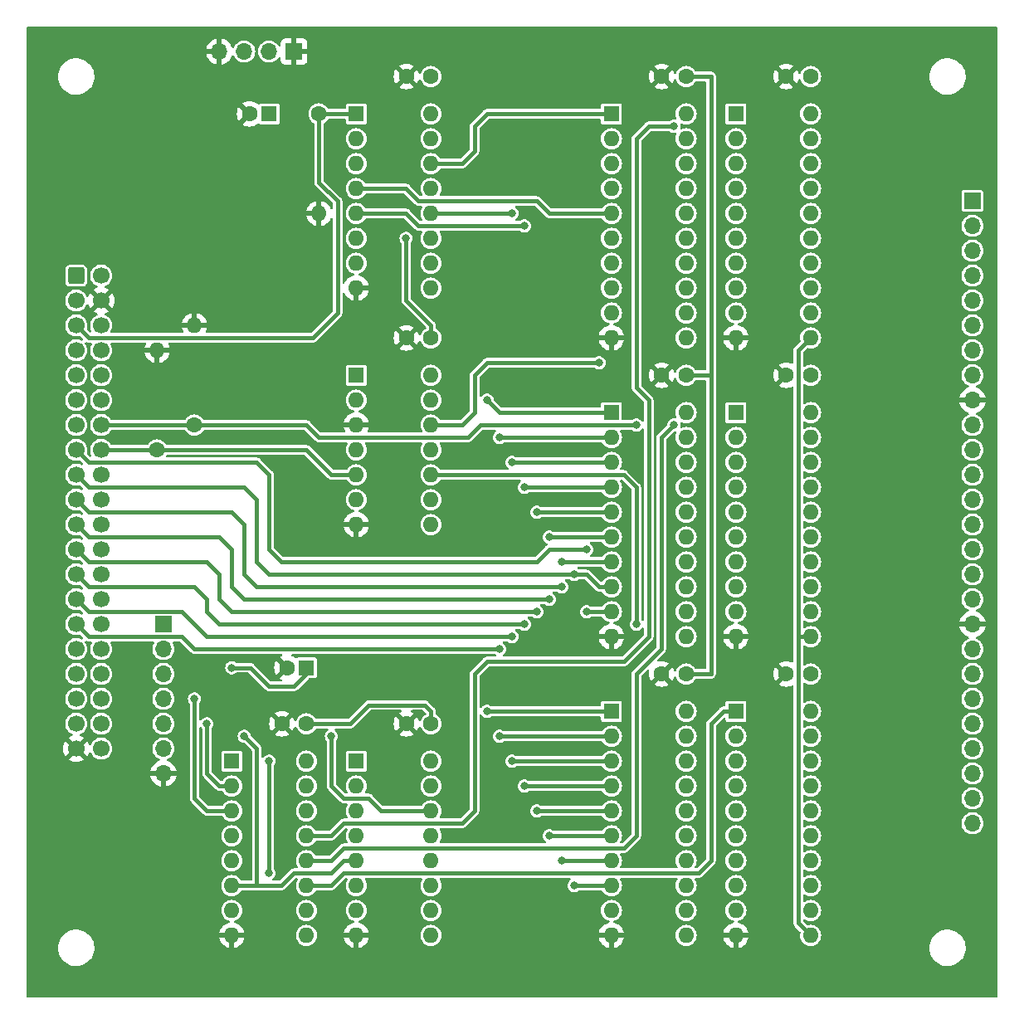
<source format=gbl>
G04 #@! TF.GenerationSoftware,KiCad,Pcbnew,(7.0.0)*
G04 #@! TF.CreationDate,2023-07-06T21:55:15+02:00*
G04 #@! TF.ProjectId,cdp-io,6364702d-696f-42e6-9b69-6361645f7063,1*
G04 #@! TF.SameCoordinates,Original*
G04 #@! TF.FileFunction,Copper,L2,Bot*
G04 #@! TF.FilePolarity,Positive*
%FSLAX46Y46*%
G04 Gerber Fmt 4.6, Leading zero omitted, Abs format (unit mm)*
G04 Created by KiCad (PCBNEW (7.0.0)) date 2023-07-06 21:55:15*
%MOMM*%
%LPD*%
G01*
G04 APERTURE LIST*
G04 Aperture macros list*
%AMRoundRect*
0 Rectangle with rounded corners*
0 $1 Rounding radius*
0 $2 $3 $4 $5 $6 $7 $8 $9 X,Y pos of 4 corners*
0 Add a 4 corners polygon primitive as box body*
4,1,4,$2,$3,$4,$5,$6,$7,$8,$9,$2,$3,0*
0 Add four circle primitives for the rounded corners*
1,1,$1+$1,$2,$3*
1,1,$1+$1,$4,$5*
1,1,$1+$1,$6,$7*
1,1,$1+$1,$8,$9*
0 Add four rect primitives between the rounded corners*
20,1,$1+$1,$2,$3,$4,$5,0*
20,1,$1+$1,$4,$5,$6,$7,0*
20,1,$1+$1,$6,$7,$8,$9,0*
20,1,$1+$1,$8,$9,$2,$3,0*%
G04 Aperture macros list end*
G04 #@! TA.AperFunction,ComponentPad*
%ADD10C,1.600000*%
G04 #@! TD*
G04 #@! TA.AperFunction,ComponentPad*
%ADD11R,1.600000X1.600000*%
G04 #@! TD*
G04 #@! TA.AperFunction,ComponentPad*
%ADD12O,1.600000X1.600000*%
G04 #@! TD*
G04 #@! TA.AperFunction,ComponentPad*
%ADD13R,1.700000X1.700000*%
G04 #@! TD*
G04 #@! TA.AperFunction,ComponentPad*
%ADD14O,1.700000X1.700000*%
G04 #@! TD*
G04 #@! TA.AperFunction,ComponentPad*
%ADD15RoundRect,0.250000X-0.600000X-0.600000X0.600000X-0.600000X0.600000X0.600000X-0.600000X0.600000X0*%
G04 #@! TD*
G04 #@! TA.AperFunction,ComponentPad*
%ADD16C,1.700000*%
G04 #@! TD*
G04 #@! TA.AperFunction,ViaPad*
%ADD17C,0.800000*%
G04 #@! TD*
G04 #@! TA.AperFunction,Conductor*
%ADD18C,0.420000*%
G04 #@! TD*
G04 APERTURE END LIST*
D10*
X141097000Y-47244000D03*
X138597000Y-47244000D03*
D11*
X172211999Y-51053999D03*
D12*
X172211999Y-53593999D03*
X172211999Y-56133999D03*
X172211999Y-58673999D03*
X172211999Y-61213999D03*
X172211999Y-63753999D03*
X172211999Y-66293999D03*
X172211999Y-68833999D03*
X172211999Y-71373999D03*
X172211999Y-73913999D03*
X179831999Y-73913999D03*
X179831999Y-71373999D03*
X179831999Y-68833999D03*
X179831999Y-66293999D03*
X179831999Y-63753999D03*
X179831999Y-61213999D03*
X179831999Y-58673999D03*
X179831999Y-56133999D03*
X179831999Y-53593999D03*
X179831999Y-51053999D03*
D13*
X113791999Y-103123999D03*
D14*
X113791999Y-105663999D03*
X113791999Y-108203999D03*
X113791999Y-110743999D03*
X113791999Y-113283999D03*
X113791999Y-115823999D03*
X113791999Y-118363999D03*
D11*
X159511999Y-51053999D03*
D12*
X159511999Y-53593999D03*
X159511999Y-56133999D03*
X159511999Y-58673999D03*
X159511999Y-61213999D03*
X159511999Y-63753999D03*
X159511999Y-66293999D03*
X159511999Y-68833999D03*
X159511999Y-71373999D03*
X159511999Y-73913999D03*
X167131999Y-73913999D03*
X167131999Y-71373999D03*
X167131999Y-68833999D03*
X167131999Y-66293999D03*
X167131999Y-63753999D03*
X167131999Y-61213999D03*
X167131999Y-58673999D03*
X167131999Y-56133999D03*
X167131999Y-53593999D03*
X167131999Y-51053999D03*
D10*
X141097000Y-113284000D03*
X138597000Y-113284000D03*
D11*
X128396999Y-107568999D03*
D10*
X126397000Y-107569000D03*
D11*
X172211999Y-81533999D03*
D12*
X172211999Y-84073999D03*
X172211999Y-86613999D03*
X172211999Y-89153999D03*
X172211999Y-91693999D03*
X172211999Y-94233999D03*
X172211999Y-96773999D03*
X172211999Y-99313999D03*
X172211999Y-101853999D03*
X172211999Y-104393999D03*
X179831999Y-104393999D03*
X179831999Y-101853999D03*
X179831999Y-99313999D03*
X179831999Y-96773999D03*
X179831999Y-94233999D03*
X179831999Y-91693999D03*
X179831999Y-89153999D03*
X179831999Y-86613999D03*
X179831999Y-84073999D03*
X179831999Y-81533999D03*
D10*
X128397000Y-113284000D03*
X125897000Y-113284000D03*
X141097000Y-73914000D03*
X138597000Y-73914000D03*
X167132000Y-108204000D03*
X164632000Y-108204000D03*
D11*
X133476999Y-117093999D03*
D12*
X133476999Y-119633999D03*
X133476999Y-122173999D03*
X133476999Y-124713999D03*
X133476999Y-127253999D03*
X133476999Y-129793999D03*
X133476999Y-132333999D03*
X133476999Y-134873999D03*
X141096999Y-134873999D03*
X141096999Y-132333999D03*
X141096999Y-129793999D03*
X141096999Y-127253999D03*
X141096999Y-124713999D03*
X141096999Y-122173999D03*
X141096999Y-119633999D03*
X141096999Y-117093999D03*
D11*
X133476999Y-77723999D03*
D12*
X133476999Y-80263999D03*
X133476999Y-82803999D03*
X133476999Y-85343999D03*
X133476999Y-87883999D03*
X133476999Y-90423999D03*
X133476999Y-92963999D03*
X141096999Y-92963999D03*
X141096999Y-90423999D03*
X141096999Y-87883999D03*
X141096999Y-85343999D03*
X141096999Y-82803999D03*
X141096999Y-80263999D03*
X141096999Y-77723999D03*
D11*
X133476999Y-51053999D03*
D12*
X133476999Y-53593999D03*
X133476999Y-56133999D03*
X133476999Y-58673999D03*
X133476999Y-61213999D03*
X133476999Y-63753999D03*
X133476999Y-66293999D03*
X133476999Y-68833999D03*
X141096999Y-68833999D03*
X141096999Y-66293999D03*
X141096999Y-63753999D03*
X141096999Y-61213999D03*
X141096999Y-58673999D03*
X141096999Y-56133999D03*
X141096999Y-53593999D03*
X141096999Y-51053999D03*
D10*
X129667000Y-51054000D03*
D12*
X129666999Y-61213999D03*
D11*
X159511999Y-81533999D03*
D12*
X159511999Y-84073999D03*
X159511999Y-86613999D03*
X159511999Y-89153999D03*
X159511999Y-91693999D03*
X159511999Y-94233999D03*
X159511999Y-96773999D03*
X159511999Y-99313999D03*
X159511999Y-101853999D03*
X159511999Y-104393999D03*
X167131999Y-104393999D03*
X167131999Y-101853999D03*
X167131999Y-99313999D03*
X167131999Y-96773999D03*
X167131999Y-94233999D03*
X167131999Y-91693999D03*
X167131999Y-89153999D03*
X167131999Y-86613999D03*
X167131999Y-84073999D03*
X167131999Y-81533999D03*
D10*
X167132000Y-77724000D03*
X164632000Y-77724000D03*
D11*
X159511999Y-112013999D03*
D12*
X159511999Y-114553999D03*
X159511999Y-117093999D03*
X159511999Y-119633999D03*
X159511999Y-122173999D03*
X159511999Y-124713999D03*
X159511999Y-127253999D03*
X159511999Y-129793999D03*
X159511999Y-132333999D03*
X159511999Y-134873999D03*
X167131999Y-134873999D03*
X167131999Y-132333999D03*
X167131999Y-129793999D03*
X167131999Y-127253999D03*
X167131999Y-124713999D03*
X167131999Y-122173999D03*
X167131999Y-119633999D03*
X167131999Y-117093999D03*
X167131999Y-114553999D03*
X167131999Y-112013999D03*
D11*
X120776999Y-117093999D03*
D12*
X120776999Y-119633999D03*
X120776999Y-122173999D03*
X120776999Y-124713999D03*
X120776999Y-127253999D03*
X120776999Y-129793999D03*
X120776999Y-132333999D03*
X120776999Y-134873999D03*
X128396999Y-134873999D03*
X128396999Y-132333999D03*
X128396999Y-129793999D03*
X128396999Y-127253999D03*
X128396999Y-124713999D03*
X128396999Y-122173999D03*
X128396999Y-119633999D03*
X128396999Y-117093999D03*
D13*
X196341999Y-59943999D03*
D14*
X196341999Y-62483999D03*
X196341999Y-65023999D03*
X196341999Y-67563999D03*
X196341999Y-70103999D03*
X196341999Y-72643999D03*
X196341999Y-75183999D03*
X196341999Y-77723999D03*
X196341999Y-80263999D03*
X196341999Y-82803999D03*
X196341999Y-85343999D03*
X196341999Y-87883999D03*
X196341999Y-90423999D03*
X196341999Y-92963999D03*
X196341999Y-95503999D03*
X196341999Y-98043999D03*
X196341999Y-100583999D03*
X196341999Y-103123999D03*
X196341999Y-105663999D03*
X196341999Y-108203999D03*
X196341999Y-110743999D03*
X196341999Y-113283999D03*
X196341999Y-115823999D03*
X196341999Y-118363999D03*
X196341999Y-120903999D03*
X196341999Y-123443999D03*
D11*
X172211999Y-112013999D03*
D12*
X172211999Y-114553999D03*
X172211999Y-117093999D03*
X172211999Y-119633999D03*
X172211999Y-122173999D03*
X172211999Y-124713999D03*
X172211999Y-127253999D03*
X172211999Y-129793999D03*
X172211999Y-132333999D03*
X172211999Y-134873999D03*
X179831999Y-134873999D03*
X179831999Y-132333999D03*
X179831999Y-129793999D03*
X179831999Y-127253999D03*
X179831999Y-124713999D03*
X179831999Y-122173999D03*
X179831999Y-119633999D03*
X179831999Y-117093999D03*
X179831999Y-114553999D03*
X179831999Y-112013999D03*
D10*
X113157000Y-85344000D03*
D12*
X113156999Y-75183999D03*
D10*
X116967000Y-82804000D03*
D12*
X116966999Y-72643999D03*
D10*
X179832000Y-47244000D03*
X177332000Y-47244000D03*
D11*
X124586999Y-51053999D03*
D10*
X122587000Y-51054000D03*
X179832000Y-108204000D03*
X177332000Y-108204000D03*
X179832000Y-77724000D03*
X177332000Y-77724000D03*
D15*
X104902000Y-67564000D03*
D16*
X107442000Y-67564000D03*
X104902000Y-70104000D03*
X107442000Y-70104000D03*
X104902000Y-72644000D03*
X107442000Y-72644000D03*
X104902000Y-75184000D03*
X107442000Y-75184000D03*
X104902000Y-77724000D03*
X107442000Y-77724000D03*
X104902000Y-80264000D03*
X107442000Y-80264000D03*
X104902000Y-82804000D03*
X107442000Y-82804000D03*
X104902000Y-85344000D03*
X107442000Y-85344000D03*
X104902000Y-87884000D03*
X107442000Y-87884000D03*
X104902000Y-90424000D03*
X107442000Y-90424000D03*
X104902000Y-92964000D03*
X107442000Y-92964000D03*
X104902000Y-95504000D03*
X107442000Y-95504000D03*
X104902000Y-98044000D03*
X107442000Y-98044000D03*
X104902000Y-100584000D03*
X107442000Y-100584000D03*
X104902000Y-103124000D03*
X107442000Y-103124000D03*
X104902000Y-105664000D03*
X107442000Y-105664000D03*
X104902000Y-108204000D03*
X107442000Y-108204000D03*
X104902000Y-110744000D03*
X107442000Y-110744000D03*
X104902000Y-113284000D03*
X107442000Y-113284000D03*
X104902000Y-115824000D03*
X107442000Y-115824000D03*
D13*
X127126999Y-44703999D03*
D14*
X124586999Y-44703999D03*
X122046999Y-44703999D03*
X119506999Y-44703999D03*
D10*
X167132000Y-47244000D03*
X164632000Y-47244000D03*
D17*
X148082000Y-84074000D03*
X148082000Y-114554000D03*
X148082000Y-105664000D03*
X149352000Y-61214000D03*
X149352000Y-86614000D03*
X149352000Y-104394000D03*
X149352000Y-117094000D03*
X150622000Y-103124000D03*
X150622000Y-89154000D03*
X150622000Y-119634000D03*
X150622000Y-62484000D03*
X151892000Y-101854000D03*
X151892000Y-91694000D03*
X151892000Y-122174000D03*
X153162000Y-94234000D03*
X153162000Y-124714000D03*
X153162000Y-100584000D03*
X154432000Y-99314000D03*
X154432000Y-96774000D03*
X154432000Y-127254000D03*
X155702000Y-129794000D03*
X155702000Y-98044000D03*
X156972000Y-101854000D03*
X156972000Y-95504000D03*
X148082000Y-124079000D03*
X148082000Y-121539000D03*
X176022000Y-112014000D03*
X148082000Y-122809000D03*
X146177000Y-56769000D03*
X176022000Y-51054000D03*
X176022000Y-81534000D03*
X120777000Y-107569000D03*
X138557000Y-63754000D03*
X158242000Y-76454000D03*
X165862000Y-52324000D03*
X162052000Y-82804000D03*
X146812000Y-80264000D03*
X162052000Y-103124000D03*
X165862000Y-82804000D03*
X146812000Y-112014000D03*
X130937000Y-114554000D03*
X118237000Y-113284000D03*
X116967000Y-110744000D03*
X122047000Y-114554000D03*
X124587000Y-117094000D03*
X124587000Y-128524000D03*
D18*
X148082000Y-84074000D02*
X159512000Y-84074000D01*
X115697000Y-104394000D02*
X116967000Y-105664000D01*
X106172000Y-104394000D02*
X115697000Y-104394000D01*
X104902000Y-103124000D02*
X106172000Y-104394000D01*
X159512000Y-114554000D02*
X148082000Y-114554000D01*
X116967000Y-105664000D02*
X148082000Y-105664000D01*
X104902000Y-100584000D02*
X106172000Y-101854000D01*
X115697000Y-101854000D02*
X106172000Y-101854000D01*
X115697000Y-101854000D02*
X118237000Y-104394000D01*
X118237000Y-104394000D02*
X149352000Y-104394000D01*
X149352000Y-61214000D02*
X141097000Y-61214000D01*
X159512000Y-86614000D02*
X149352000Y-86614000D01*
X149352000Y-117094000D02*
X159512000Y-117094000D01*
X118237000Y-101854000D02*
X119507000Y-103124000D01*
X150622000Y-89154000D02*
X159512000Y-89154000D01*
X116967000Y-99314000D02*
X118237000Y-100584000D01*
X118237000Y-100584000D02*
X118237000Y-101854000D01*
X104902000Y-98044000D02*
X106172000Y-99314000D01*
X150622000Y-62484000D02*
X139827000Y-62484000D01*
X138557000Y-61214000D02*
X133477000Y-61214000D01*
X119507000Y-103124000D02*
X150622000Y-103124000D01*
X139827000Y-62484000D02*
X138557000Y-61214000D01*
X106172000Y-99314000D02*
X116967000Y-99314000D01*
X159512000Y-119634000D02*
X150622000Y-119634000D01*
X159512000Y-122174000D02*
X151892000Y-122174000D01*
X138557000Y-58674000D02*
X133477000Y-58674000D01*
X104902000Y-95504000D02*
X106172000Y-96774000D01*
X119507000Y-100584000D02*
X120777000Y-101854000D01*
X119507000Y-98044000D02*
X119507000Y-100584000D01*
X106172000Y-96774000D02*
X118237000Y-96774000D01*
X159512000Y-91694000D02*
X151892000Y-91694000D01*
X153162000Y-61214000D02*
X151892000Y-59944000D01*
X118237000Y-96774000D02*
X119507000Y-98044000D01*
X151892000Y-59944000D02*
X139827000Y-59944000D01*
X139827000Y-59944000D02*
X138557000Y-58674000D01*
X159512000Y-61214000D02*
X153162000Y-61214000D01*
X120777000Y-101854000D02*
X151892000Y-101854000D01*
X120777000Y-95504000D02*
X120777000Y-99314000D01*
X159512000Y-94234000D02*
X153162000Y-94234000D01*
X122047000Y-100584000D02*
X153162000Y-100584000D01*
X120777000Y-99314000D02*
X122047000Y-100584000D01*
X159512000Y-124714000D02*
X153162000Y-124714000D01*
X104902000Y-92964000D02*
X106172000Y-94234000D01*
X106172000Y-94234000D02*
X119507000Y-94234000D01*
X119507000Y-94234000D02*
X120777000Y-95504000D01*
X159512000Y-127254000D02*
X154432000Y-127254000D01*
X159512000Y-96774000D02*
X154432000Y-96774000D01*
X123317000Y-99314000D02*
X154432000Y-99314000D01*
X122047000Y-98044000D02*
X123317000Y-99314000D01*
X106172000Y-91694000D02*
X120777000Y-91694000D01*
X122047000Y-92964000D02*
X122047000Y-98044000D01*
X120777000Y-91694000D02*
X122047000Y-92964000D01*
X104902000Y-90424000D02*
X106172000Y-91694000D01*
X155702000Y-98044000D02*
X124587000Y-98044000D01*
X156972000Y-98044000D02*
X158242000Y-99314000D01*
X123317000Y-90424000D02*
X122047000Y-89154000D01*
X123317000Y-96774000D02*
X123317000Y-90424000D01*
X124587000Y-98044000D02*
X123317000Y-96774000D01*
X122047000Y-89154000D02*
X106172000Y-89154000D01*
X106172000Y-89154000D02*
X104902000Y-87884000D01*
X158242000Y-99314000D02*
X159512000Y-99314000D01*
X155702000Y-129794000D02*
X159512000Y-129794000D01*
X155702000Y-98044000D02*
X156972000Y-98044000D01*
X151892000Y-96774000D02*
X153162000Y-95504000D01*
X124587000Y-87884000D02*
X123317000Y-86614000D01*
X156972000Y-101854000D02*
X159512000Y-101854000D01*
X106172000Y-86614000D02*
X104902000Y-85344000D01*
X124587000Y-95504000D02*
X124587000Y-87884000D01*
X151892000Y-96774000D02*
X125857000Y-96774000D01*
X123317000Y-86614000D02*
X106172000Y-86614000D01*
X125857000Y-96774000D02*
X124587000Y-95504000D01*
X153162000Y-95504000D02*
X156972000Y-95504000D01*
X169672000Y-108204000D02*
X167132000Y-108204000D01*
X169672000Y-47244000D02*
X169672000Y-77724000D01*
X141097000Y-113284000D02*
X141097000Y-112014000D01*
X124587000Y-109474000D02*
X127127000Y-109474000D01*
X134747000Y-111379000D02*
X132842000Y-113284000D01*
X132842000Y-113284000D02*
X128397000Y-113284000D01*
X138557000Y-70104000D02*
X138557000Y-63754000D01*
X141097000Y-73914000D02*
X141097000Y-72644000D01*
X128397000Y-108204000D02*
X128397000Y-107569000D01*
X127127000Y-109474000D02*
X128397000Y-108204000D01*
X120777000Y-107569000D02*
X122682000Y-107569000D01*
X141097000Y-112014000D02*
X140462000Y-111379000D01*
X141097000Y-72644000D02*
X138557000Y-70104000D01*
X167132000Y-47244000D02*
X169672000Y-47244000D01*
X140462000Y-111379000D02*
X134747000Y-111379000D01*
X167132000Y-77724000D02*
X169672000Y-77724000D01*
X122682000Y-107569000D02*
X124587000Y-109474000D01*
X169672000Y-77724000D02*
X169672000Y-108204000D01*
X145542000Y-52324000D02*
X145542000Y-54864000D01*
X146812000Y-51054000D02*
X145542000Y-52324000D01*
X145542000Y-54864000D02*
X144272000Y-56134000D01*
X144272000Y-56134000D02*
X141097000Y-56134000D01*
X159512000Y-51054000D02*
X146812000Y-51054000D01*
X158242000Y-76454000D02*
X146812000Y-76454000D01*
X145542000Y-81534000D02*
X144272000Y-82804000D01*
X144272000Y-82804000D02*
X141097000Y-82804000D01*
X145542000Y-77724000D02*
X145542000Y-81534000D01*
X146812000Y-76454000D02*
X145542000Y-77724000D01*
X144272000Y-123444000D02*
X132207000Y-123444000D01*
X163322000Y-104394000D02*
X160782000Y-106934000D01*
X163322000Y-80264000D02*
X163322000Y-104394000D01*
X145542000Y-122174000D02*
X144272000Y-123444000D01*
X162052000Y-53594000D02*
X162052000Y-78994000D01*
X163322000Y-52324000D02*
X162052000Y-53594000D01*
X130937000Y-124714000D02*
X128397000Y-124714000D01*
X145542000Y-108204000D02*
X145542000Y-122174000D01*
X132207000Y-123444000D02*
X130937000Y-124714000D01*
X162052000Y-78994000D02*
X163322000Y-80264000D01*
X146812000Y-106934000D02*
X145542000Y-108204000D01*
X165862000Y-52324000D02*
X163322000Y-52324000D01*
X160782000Y-106934000D02*
X146812000Y-106934000D01*
X179832000Y-104394000D02*
X178562000Y-104394000D01*
X178562000Y-104394000D02*
X178562000Y-133604000D01*
X107442000Y-82804000D02*
X116967000Y-82804000D01*
X144907000Y-84074000D02*
X129667000Y-84074000D01*
X146177000Y-82804000D02*
X144907000Y-84074000D01*
X179832000Y-73914000D02*
X178562000Y-75184000D01*
X162052000Y-82804000D02*
X146177000Y-82804000D01*
X178562000Y-75184000D02*
X178562000Y-104394000D01*
X116967000Y-82804000D02*
X128397000Y-82804000D01*
X178562000Y-133604000D02*
X179832000Y-134874000D01*
X129667000Y-84074000D02*
X128397000Y-82804000D01*
X148082000Y-81534000D02*
X146812000Y-80264000D01*
X159512000Y-81534000D02*
X148082000Y-81534000D01*
X162052000Y-103124000D02*
X162052000Y-89154000D01*
X162052000Y-89154000D02*
X160782000Y-87884000D01*
X160782000Y-87884000D02*
X141097000Y-87884000D01*
X162052000Y-108204000D02*
X164592000Y-105664000D01*
X162052000Y-124714000D02*
X162052000Y-108204000D01*
X164592000Y-84074000D02*
X165862000Y-82804000D01*
X130937000Y-127254000D02*
X132207000Y-125984000D01*
X128397000Y-127254000D02*
X130937000Y-127254000D01*
X160782000Y-125984000D02*
X162052000Y-124714000D01*
X132207000Y-125984000D02*
X160782000Y-125984000D01*
X164592000Y-105664000D02*
X164592000Y-84074000D01*
X146812000Y-112014000D02*
X159512000Y-112014000D01*
X169672000Y-127254000D02*
X169672000Y-113284000D01*
X169672000Y-113284000D02*
X170942000Y-112014000D01*
X128397000Y-129794000D02*
X130937000Y-129794000D01*
X130937000Y-129794000D02*
X132207000Y-128524000D01*
X132207000Y-128524000D02*
X168402000Y-128524000D01*
X168402000Y-128524000D02*
X169672000Y-127254000D01*
X170942000Y-112014000D02*
X172212000Y-112014000D01*
X107442000Y-85344000D02*
X113157000Y-85344000D01*
X113157000Y-85344000D02*
X128397000Y-85344000D01*
X130937000Y-87884000D02*
X133477000Y-87884000D01*
X128397000Y-85344000D02*
X130937000Y-87884000D01*
X130937000Y-114554000D02*
X130937000Y-119634000D01*
X132207000Y-120904000D02*
X134747000Y-120904000D01*
X134747000Y-120904000D02*
X136017000Y-122174000D01*
X136017000Y-122174000D02*
X141097000Y-122174000D01*
X130937000Y-119634000D02*
X132207000Y-120904000D01*
X118237000Y-113284000D02*
X118237000Y-118364000D01*
X118237000Y-118364000D02*
X119507000Y-119634000D01*
X119507000Y-119634000D02*
X120777000Y-119634000D01*
X120777000Y-122174000D02*
X118237000Y-122174000D01*
X118237000Y-122174000D02*
X116967000Y-120904000D01*
X116967000Y-120904000D02*
X116967000Y-110744000D01*
X120777000Y-129794000D02*
X123317000Y-129794000D01*
X123317000Y-129794000D02*
X125857000Y-129794000D01*
X125857000Y-129794000D02*
X127127000Y-128524000D01*
X130937000Y-128524000D02*
X132207000Y-127254000D01*
X127127000Y-128524000D02*
X130937000Y-128524000D01*
X123317000Y-115824000D02*
X123317000Y-129794000D01*
X122047000Y-114554000D02*
X123317000Y-115824000D01*
X132207000Y-127254000D02*
X133477000Y-127254000D01*
X129032000Y-73914000D02*
X106172000Y-73914000D01*
X129667000Y-51054000D02*
X133477000Y-51054000D01*
X131572000Y-59944000D02*
X131572000Y-71374000D01*
X129667000Y-58039000D02*
X131572000Y-59944000D01*
X129667000Y-51054000D02*
X129667000Y-58039000D01*
X131572000Y-71374000D02*
X129032000Y-73914000D01*
X106172000Y-73914000D02*
X104902000Y-72644000D01*
X124587000Y-128524000D02*
X124587000Y-117094000D01*
G04 #@! TA.AperFunction,Conductor*
G36*
X198819500Y-42181113D02*
G01*
X198864887Y-42226500D01*
X198881500Y-42288500D01*
X198881500Y-141099500D01*
X198864887Y-141161500D01*
X198819500Y-141206887D01*
X198757500Y-141223500D01*
X99946500Y-141223500D01*
X99884500Y-141206887D01*
X99839113Y-141161500D01*
X99822500Y-141099500D01*
X99822500Y-136211765D01*
X103047788Y-136211765D01*
X103048282Y-136216262D01*
X103048283Y-136216267D01*
X103076917Y-136476506D01*
X103076918Y-136476513D01*
X103077414Y-136481018D01*
X103078559Y-136485398D01*
X103078561Y-136485408D01*
X103110830Y-136608838D01*
X103145928Y-136743088D01*
X103147693Y-136747242D01*
X103147696Y-136747250D01*
X103250099Y-136988223D01*
X103251870Y-136992390D01*
X103254226Y-136996251D01*
X103254229Y-136996256D01*
X103390618Y-137219737D01*
X103392982Y-137223610D01*
X103566255Y-137431820D01*
X103569630Y-137434844D01*
X103569631Y-137434845D01*
X103674330Y-137528656D01*
X103767998Y-137612582D01*
X103993910Y-137762044D01*
X104239176Y-137877020D01*
X104498569Y-137955060D01*
X104766561Y-137994500D01*
X104967369Y-137994500D01*
X104969631Y-137994500D01*
X105172156Y-137979677D01*
X105436553Y-137920780D01*
X105689558Y-137824014D01*
X105925777Y-137691441D01*
X106140177Y-137525888D01*
X106328186Y-137330881D01*
X106485799Y-137110579D01*
X106609656Y-136869675D01*
X106697118Y-136613305D01*
X106746319Y-136346933D01*
X106751259Y-136211765D01*
X191947788Y-136211765D01*
X191948282Y-136216262D01*
X191948283Y-136216267D01*
X191976917Y-136476506D01*
X191976918Y-136476513D01*
X191977414Y-136481018D01*
X191978559Y-136485398D01*
X191978561Y-136485408D01*
X192010830Y-136608838D01*
X192045928Y-136743088D01*
X192047693Y-136747242D01*
X192047696Y-136747250D01*
X192150099Y-136988223D01*
X192151870Y-136992390D01*
X192154226Y-136996251D01*
X192154229Y-136996256D01*
X192290618Y-137219737D01*
X192292982Y-137223610D01*
X192466255Y-137431820D01*
X192469630Y-137434844D01*
X192469631Y-137434845D01*
X192574330Y-137528656D01*
X192667998Y-137612582D01*
X192893910Y-137762044D01*
X193139176Y-137877020D01*
X193398569Y-137955060D01*
X193666561Y-137994500D01*
X193867369Y-137994500D01*
X193869631Y-137994500D01*
X194072156Y-137979677D01*
X194336553Y-137920780D01*
X194589558Y-137824014D01*
X194825777Y-137691441D01*
X195040177Y-137525888D01*
X195228186Y-137330881D01*
X195385799Y-137110579D01*
X195509656Y-136869675D01*
X195597118Y-136613305D01*
X195646319Y-136346933D01*
X195656212Y-136076235D01*
X195626586Y-135806982D01*
X195558072Y-135544912D01*
X195452130Y-135295610D01*
X195311018Y-135064390D01*
X195137745Y-134856180D01*
X195032759Y-134762112D01*
X194939382Y-134678446D01*
X194939378Y-134678442D01*
X194936002Y-134675418D01*
X194710090Y-134525956D01*
X194705996Y-134524036D01*
X194705991Y-134524034D01*
X194468929Y-134412904D01*
X194468925Y-134412902D01*
X194464824Y-134410980D01*
X194460477Y-134409672D01*
X194460474Y-134409671D01*
X194209772Y-134334246D01*
X194209771Y-134334245D01*
X194205431Y-134332940D01*
X194200957Y-134332281D01*
X194200950Y-134332280D01*
X193941913Y-134294158D01*
X193941907Y-134294157D01*
X193937439Y-134293500D01*
X193734369Y-134293500D01*
X193732120Y-134293664D01*
X193732109Y-134293665D01*
X193536363Y-134307992D01*
X193536359Y-134307992D01*
X193531844Y-134308323D01*
X193527426Y-134309307D01*
X193527420Y-134309308D01*
X193271877Y-134366232D01*
X193271861Y-134366236D01*
X193267447Y-134367220D01*
X193263216Y-134368838D01*
X193263210Y-134368840D01*
X193018673Y-134462367D01*
X193018663Y-134462371D01*
X193014442Y-134463986D01*
X193010494Y-134466201D01*
X193010489Y-134466204D01*
X192782176Y-134594340D01*
X192782171Y-134594343D01*
X192778223Y-134596559D01*
X192774639Y-134599325D01*
X192774635Y-134599329D01*
X192567407Y-134759343D01*
X192567394Y-134759354D01*
X192563823Y-134762112D01*
X192560685Y-134765366D01*
X192560678Y-134765373D01*
X192378958Y-134953857D01*
X192378952Y-134953864D01*
X192375814Y-134957119D01*
X192373189Y-134960787D01*
X192373179Y-134960800D01*
X192220834Y-135173740D01*
X192220830Y-135173745D01*
X192218201Y-135177421D01*
X192216132Y-135181444D01*
X192216129Y-135181450D01*
X192096416Y-135414293D01*
X192096411Y-135414304D01*
X192094344Y-135418325D01*
X192092884Y-135422602D01*
X192092879Y-135422616D01*
X192008348Y-135670395D01*
X192008344Y-135670407D01*
X192006882Y-135674695D01*
X192006057Y-135679159D01*
X192006057Y-135679161D01*
X191958504Y-135936606D01*
X191958502Y-135936619D01*
X191957681Y-135941067D01*
X191957515Y-135945593D01*
X191957515Y-135945599D01*
X191950062Y-136149547D01*
X191947788Y-136211765D01*
X106751259Y-136211765D01*
X106756212Y-136076235D01*
X106726586Y-135806982D01*
X106658072Y-135544912D01*
X106552130Y-135295610D01*
X106448954Y-135126551D01*
X119501452Y-135126551D01*
X119501820Y-135137780D01*
X119549330Y-135315092D01*
X119553022Y-135325234D01*
X119644579Y-135521580D01*
X119649967Y-135530912D01*
X119774232Y-135708381D01*
X119781169Y-135716647D01*
X119934352Y-135869830D01*
X119942618Y-135876767D01*
X120120087Y-136001032D01*
X120129419Y-136006420D01*
X120325765Y-136097977D01*
X120335907Y-136101669D01*
X120513219Y-136149179D01*
X120524448Y-136149547D01*
X120527000Y-136138605D01*
X121027000Y-136138605D01*
X121029551Y-136149547D01*
X121040780Y-136149179D01*
X121218092Y-136101669D01*
X121228234Y-136097977D01*
X121424580Y-136006420D01*
X121433912Y-136001032D01*
X121611381Y-135876767D01*
X121619647Y-135869830D01*
X121772830Y-135716647D01*
X121779767Y-135708381D01*
X121904032Y-135530912D01*
X121909420Y-135521580D01*
X122000977Y-135325234D01*
X122004669Y-135315092D01*
X122052179Y-135137780D01*
X122052547Y-135126551D01*
X122041605Y-135124000D01*
X121043326Y-135124000D01*
X121030450Y-135127450D01*
X121027000Y-135140326D01*
X121027000Y-136138605D01*
X120527000Y-136138605D01*
X120527000Y-135140326D01*
X120523549Y-135127450D01*
X120510674Y-135124000D01*
X119512395Y-135124000D01*
X119501452Y-135126551D01*
X106448954Y-135126551D01*
X106411018Y-135064390D01*
X106252575Y-134874000D01*
X127321320Y-134874000D01*
X127321917Y-134880061D01*
X127341391Y-135077790D01*
X127341392Y-135077796D01*
X127341989Y-135083855D01*
X127343756Y-135089680D01*
X127343757Y-135089685D01*
X127371594Y-135181450D01*
X127403201Y-135285645D01*
X127406070Y-135291013D01*
X127406072Y-135291017D01*
X127424362Y-135325234D01*
X127502605Y-135471616D01*
X127506461Y-135476314D01*
X127506464Y-135476319D01*
X127632521Y-135629920D01*
X127636379Y-135634621D01*
X127641079Y-135638478D01*
X127794680Y-135764535D01*
X127794682Y-135764536D01*
X127799384Y-135768395D01*
X127985355Y-135867799D01*
X128187145Y-135929011D01*
X128397000Y-135949680D01*
X128606855Y-135929011D01*
X128808645Y-135867799D01*
X128994616Y-135768395D01*
X129157621Y-135634621D01*
X129291395Y-135471616D01*
X129390799Y-135285645D01*
X129439059Y-135126551D01*
X132201452Y-135126551D01*
X132201820Y-135137780D01*
X132249330Y-135315092D01*
X132253022Y-135325234D01*
X132344579Y-135521580D01*
X132349967Y-135530912D01*
X132474232Y-135708381D01*
X132481169Y-135716647D01*
X132634352Y-135869830D01*
X132642618Y-135876767D01*
X132820087Y-136001032D01*
X132829419Y-136006420D01*
X133025765Y-136097977D01*
X133035907Y-136101669D01*
X133213219Y-136149179D01*
X133224448Y-136149547D01*
X133227000Y-136138605D01*
X133727000Y-136138605D01*
X133729551Y-136149547D01*
X133740780Y-136149179D01*
X133918092Y-136101669D01*
X133928234Y-136097977D01*
X134124580Y-136006420D01*
X134133912Y-136001032D01*
X134311381Y-135876767D01*
X134319647Y-135869830D01*
X134472830Y-135716647D01*
X134479767Y-135708381D01*
X134604032Y-135530912D01*
X134609420Y-135521580D01*
X134700977Y-135325234D01*
X134704669Y-135315092D01*
X134752179Y-135137780D01*
X134752547Y-135126551D01*
X134741605Y-135124000D01*
X133743326Y-135124000D01*
X133730450Y-135127450D01*
X133727000Y-135140326D01*
X133727000Y-136138605D01*
X133227000Y-136138605D01*
X133227000Y-135140326D01*
X133223549Y-135127450D01*
X133210674Y-135124000D01*
X132212395Y-135124000D01*
X132201452Y-135126551D01*
X129439059Y-135126551D01*
X129452011Y-135083855D01*
X129472680Y-134874000D01*
X140021320Y-134874000D01*
X140021917Y-134880061D01*
X140041391Y-135077790D01*
X140041392Y-135077796D01*
X140041989Y-135083855D01*
X140043756Y-135089680D01*
X140043757Y-135089685D01*
X140071594Y-135181450D01*
X140103201Y-135285645D01*
X140106070Y-135291013D01*
X140106072Y-135291017D01*
X140124362Y-135325234D01*
X140202605Y-135471616D01*
X140206461Y-135476314D01*
X140206464Y-135476319D01*
X140332521Y-135629920D01*
X140336379Y-135634621D01*
X140341079Y-135638478D01*
X140494680Y-135764535D01*
X140494682Y-135764536D01*
X140499384Y-135768395D01*
X140685355Y-135867799D01*
X140887145Y-135929011D01*
X141097000Y-135949680D01*
X141306855Y-135929011D01*
X141508645Y-135867799D01*
X141694616Y-135768395D01*
X141857621Y-135634621D01*
X141991395Y-135471616D01*
X142090799Y-135285645D01*
X142139059Y-135126551D01*
X158236452Y-135126551D01*
X158236820Y-135137780D01*
X158284330Y-135315092D01*
X158288022Y-135325234D01*
X158379579Y-135521580D01*
X158384967Y-135530912D01*
X158509232Y-135708381D01*
X158516169Y-135716647D01*
X158669352Y-135869830D01*
X158677618Y-135876767D01*
X158855087Y-136001032D01*
X158864419Y-136006420D01*
X159060765Y-136097977D01*
X159070907Y-136101669D01*
X159248219Y-136149179D01*
X159259448Y-136149547D01*
X159262000Y-136138605D01*
X159762000Y-136138605D01*
X159764551Y-136149547D01*
X159775780Y-136149179D01*
X159953092Y-136101669D01*
X159963234Y-136097977D01*
X160159580Y-136006420D01*
X160168912Y-136001032D01*
X160346381Y-135876767D01*
X160354647Y-135869830D01*
X160507830Y-135716647D01*
X160514767Y-135708381D01*
X160639032Y-135530912D01*
X160644420Y-135521580D01*
X160735977Y-135325234D01*
X160739669Y-135315092D01*
X160787179Y-135137780D01*
X160787547Y-135126551D01*
X160776605Y-135124000D01*
X159778326Y-135124000D01*
X159765450Y-135127450D01*
X159762000Y-135140326D01*
X159762000Y-136138605D01*
X159262000Y-136138605D01*
X159262000Y-135140326D01*
X159258549Y-135127450D01*
X159245674Y-135124000D01*
X158247395Y-135124000D01*
X158236452Y-135126551D01*
X142139059Y-135126551D01*
X142152011Y-135083855D01*
X142172680Y-134874000D01*
X166056320Y-134874000D01*
X166056917Y-134880061D01*
X166076391Y-135077790D01*
X166076392Y-135077796D01*
X166076989Y-135083855D01*
X166078756Y-135089680D01*
X166078757Y-135089685D01*
X166106594Y-135181450D01*
X166138201Y-135285645D01*
X166141070Y-135291013D01*
X166141072Y-135291017D01*
X166159362Y-135325234D01*
X166237605Y-135471616D01*
X166241461Y-135476314D01*
X166241464Y-135476319D01*
X166367521Y-135629920D01*
X166371379Y-135634621D01*
X166376079Y-135638478D01*
X166529680Y-135764535D01*
X166529682Y-135764536D01*
X166534384Y-135768395D01*
X166720355Y-135867799D01*
X166922145Y-135929011D01*
X167132000Y-135949680D01*
X167341855Y-135929011D01*
X167543645Y-135867799D01*
X167729616Y-135768395D01*
X167892621Y-135634621D01*
X168026395Y-135471616D01*
X168125799Y-135285645D01*
X168174059Y-135126551D01*
X170936452Y-135126551D01*
X170936820Y-135137780D01*
X170984330Y-135315092D01*
X170988022Y-135325234D01*
X171079579Y-135521580D01*
X171084967Y-135530912D01*
X171209232Y-135708381D01*
X171216169Y-135716647D01*
X171369352Y-135869830D01*
X171377618Y-135876767D01*
X171555087Y-136001032D01*
X171564419Y-136006420D01*
X171760765Y-136097977D01*
X171770907Y-136101669D01*
X171948219Y-136149179D01*
X171959448Y-136149547D01*
X171962000Y-136138605D01*
X172462000Y-136138605D01*
X172464551Y-136149547D01*
X172475780Y-136149179D01*
X172653092Y-136101669D01*
X172663234Y-136097977D01*
X172859580Y-136006420D01*
X172868912Y-136001032D01*
X173046381Y-135876767D01*
X173054647Y-135869830D01*
X173207830Y-135716647D01*
X173214767Y-135708381D01*
X173339032Y-135530912D01*
X173344420Y-135521580D01*
X173435977Y-135325234D01*
X173439669Y-135315092D01*
X173487179Y-135137780D01*
X173487547Y-135126551D01*
X173476605Y-135124000D01*
X172478326Y-135124000D01*
X172465450Y-135127450D01*
X172462000Y-135140326D01*
X172462000Y-136138605D01*
X171962000Y-136138605D01*
X171962000Y-135140326D01*
X171958549Y-135127450D01*
X171945674Y-135124000D01*
X170947395Y-135124000D01*
X170936452Y-135126551D01*
X168174059Y-135126551D01*
X168187011Y-135083855D01*
X168207680Y-134874000D01*
X168187011Y-134664145D01*
X168174059Y-134621448D01*
X170936452Y-134621448D01*
X170947395Y-134624000D01*
X173476605Y-134624000D01*
X173487547Y-134621448D01*
X173487179Y-134610219D01*
X173439669Y-134432907D01*
X173435977Y-134422765D01*
X173344420Y-134226419D01*
X173339032Y-134217087D01*
X173214767Y-134039618D01*
X173207830Y-134031352D01*
X173054647Y-133878169D01*
X173046381Y-133871232D01*
X172868912Y-133746967D01*
X172859580Y-133741579D01*
X172663231Y-133650020D01*
X172653097Y-133646332D01*
X172499327Y-133605129D01*
X172444315Y-133573607D01*
X172412076Y-133519012D01*
X172411039Y-133455618D01*
X172441475Y-133399998D01*
X172495424Y-133366694D01*
X172623645Y-133327799D01*
X172809616Y-133228395D01*
X172972621Y-133094621D01*
X173106395Y-132931616D01*
X173205799Y-132745645D01*
X173267011Y-132543855D01*
X173287680Y-132334000D01*
X173267011Y-132124145D01*
X173205799Y-131922355D01*
X173106395Y-131736384D01*
X172972621Y-131573379D01*
X172817293Y-131445905D01*
X172814319Y-131443464D01*
X172814314Y-131443461D01*
X172809616Y-131439605D01*
X172804245Y-131436734D01*
X172629017Y-131343072D01*
X172629013Y-131343070D01*
X172623645Y-131340201D01*
X172611603Y-131336548D01*
X172427685Y-131280757D01*
X172427680Y-131280756D01*
X172421855Y-131278989D01*
X172415796Y-131278392D01*
X172415790Y-131278391D01*
X172218061Y-131258917D01*
X172212000Y-131258320D01*
X172205939Y-131258917D01*
X172008209Y-131278391D01*
X172008201Y-131278392D01*
X172002145Y-131278989D01*
X171996321Y-131280755D01*
X171996314Y-131280757D01*
X171806182Y-131338433D01*
X171806178Y-131338434D01*
X171800355Y-131340201D01*
X171794989Y-131343068D01*
X171794982Y-131343072D01*
X171619754Y-131436734D01*
X171619749Y-131436737D01*
X171614384Y-131439605D01*
X171609689Y-131443457D01*
X171609680Y-131443464D01*
X171456079Y-131569521D01*
X171456074Y-131569525D01*
X171451379Y-131573379D01*
X171447525Y-131578074D01*
X171447521Y-131578079D01*
X171321464Y-131731680D01*
X171321457Y-131731689D01*
X171317605Y-131736384D01*
X171314737Y-131741749D01*
X171314734Y-131741754D01*
X171221072Y-131916982D01*
X171221068Y-131916989D01*
X171218201Y-131922355D01*
X171216434Y-131928178D01*
X171216433Y-131928182D01*
X171158757Y-132118314D01*
X171158755Y-132118321D01*
X171156989Y-132124145D01*
X171156392Y-132130201D01*
X171156391Y-132130209D01*
X171137934Y-132317608D01*
X171136320Y-132334000D01*
X171136917Y-132340061D01*
X171156391Y-132537790D01*
X171156392Y-132537796D01*
X171156989Y-132543855D01*
X171158756Y-132549680D01*
X171158757Y-132549685D01*
X171216433Y-132739817D01*
X171218201Y-132745645D01*
X171317605Y-132931616D01*
X171321461Y-132936314D01*
X171321464Y-132936319D01*
X171422500Y-133059432D01*
X171451379Y-133094621D01*
X171456079Y-133098478D01*
X171609680Y-133224535D01*
X171609682Y-133224536D01*
X171614384Y-133228395D01*
X171800355Y-133327799D01*
X171928573Y-133366693D01*
X171982524Y-133399998D01*
X172012960Y-133455618D01*
X172011923Y-133519012D01*
X171979684Y-133573607D01*
X171924672Y-133605129D01*
X171770902Y-133646332D01*
X171760768Y-133650020D01*
X171564419Y-133741579D01*
X171555087Y-133746967D01*
X171377618Y-133871232D01*
X171369352Y-133878169D01*
X171216169Y-134031352D01*
X171209232Y-134039618D01*
X171084967Y-134217087D01*
X171079579Y-134226419D01*
X170988022Y-134422765D01*
X170984330Y-134432907D01*
X170936820Y-134610219D01*
X170936452Y-134621448D01*
X168174059Y-134621448D01*
X168125799Y-134462355D01*
X168026395Y-134276384D01*
X167977731Y-134217087D01*
X167896478Y-134118079D01*
X167892621Y-134113379D01*
X167887920Y-134109521D01*
X167734319Y-133983464D01*
X167734314Y-133983461D01*
X167729616Y-133979605D01*
X167639869Y-133931634D01*
X167549017Y-133883072D01*
X167549013Y-133883070D01*
X167543645Y-133880201D01*
X167537817Y-133878433D01*
X167347685Y-133820757D01*
X167347680Y-133820756D01*
X167341855Y-133818989D01*
X167335796Y-133818392D01*
X167335790Y-133818391D01*
X167138061Y-133798917D01*
X167132000Y-133798320D01*
X167125939Y-133798917D01*
X166928209Y-133818391D01*
X166928201Y-133818392D01*
X166922145Y-133818989D01*
X166916321Y-133820755D01*
X166916314Y-133820757D01*
X166726182Y-133878433D01*
X166726178Y-133878434D01*
X166720355Y-133880201D01*
X166714989Y-133883068D01*
X166714982Y-133883072D01*
X166539754Y-133976734D01*
X166539749Y-133976737D01*
X166534384Y-133979605D01*
X166529689Y-133983457D01*
X166529680Y-133983464D01*
X166376079Y-134109521D01*
X166376074Y-134109525D01*
X166371379Y-134113379D01*
X166367525Y-134118074D01*
X166367521Y-134118079D01*
X166241464Y-134271680D01*
X166241457Y-134271689D01*
X166237605Y-134276384D01*
X166234737Y-134281749D01*
X166234734Y-134281754D01*
X166141072Y-134456982D01*
X166141068Y-134456989D01*
X166138201Y-134462355D01*
X166136434Y-134468178D01*
X166136433Y-134468182D01*
X166078757Y-134658314D01*
X166078755Y-134658321D01*
X166076989Y-134664145D01*
X166076392Y-134670201D01*
X166076391Y-134670209D01*
X166067340Y-134762112D01*
X166056320Y-134874000D01*
X142172680Y-134874000D01*
X142152011Y-134664145D01*
X142139059Y-134621448D01*
X158236452Y-134621448D01*
X158247395Y-134624000D01*
X160776605Y-134624000D01*
X160787547Y-134621448D01*
X160787179Y-134610219D01*
X160739669Y-134432907D01*
X160735977Y-134422765D01*
X160644420Y-134226419D01*
X160639032Y-134217087D01*
X160514767Y-134039618D01*
X160507830Y-134031352D01*
X160354647Y-133878169D01*
X160346381Y-133871232D01*
X160168912Y-133746967D01*
X160159580Y-133741579D01*
X159963231Y-133650020D01*
X159953097Y-133646332D01*
X159799327Y-133605129D01*
X159744315Y-133573607D01*
X159712076Y-133519012D01*
X159711039Y-133455618D01*
X159741475Y-133399998D01*
X159795424Y-133366694D01*
X159923645Y-133327799D01*
X160109616Y-133228395D01*
X160272621Y-133094621D01*
X160406395Y-132931616D01*
X160505799Y-132745645D01*
X160567011Y-132543855D01*
X160587680Y-132334000D01*
X166056320Y-132334000D01*
X166056917Y-132340061D01*
X166076391Y-132537790D01*
X166076392Y-132537796D01*
X166076989Y-132543855D01*
X166078756Y-132549680D01*
X166078757Y-132549685D01*
X166136433Y-132739817D01*
X166138201Y-132745645D01*
X166237605Y-132931616D01*
X166241461Y-132936314D01*
X166241464Y-132936319D01*
X166342500Y-133059432D01*
X166371379Y-133094621D01*
X166376079Y-133098478D01*
X166529680Y-133224535D01*
X166529682Y-133224536D01*
X166534384Y-133228395D01*
X166720355Y-133327799D01*
X166922145Y-133389011D01*
X167132000Y-133409680D01*
X167341855Y-133389011D01*
X167543645Y-133327799D01*
X167729616Y-133228395D01*
X167892621Y-133094621D01*
X168026395Y-132931616D01*
X168125799Y-132745645D01*
X168187011Y-132543855D01*
X168207680Y-132334000D01*
X168187011Y-132124145D01*
X168125799Y-131922355D01*
X168026395Y-131736384D01*
X167892621Y-131573379D01*
X167737293Y-131445905D01*
X167734319Y-131443464D01*
X167734314Y-131443461D01*
X167729616Y-131439605D01*
X167724245Y-131436734D01*
X167549017Y-131343072D01*
X167549013Y-131343070D01*
X167543645Y-131340201D01*
X167531603Y-131336548D01*
X167347685Y-131280757D01*
X167347680Y-131280756D01*
X167341855Y-131278989D01*
X167335796Y-131278392D01*
X167335790Y-131278391D01*
X167138061Y-131258917D01*
X167132000Y-131258320D01*
X167125939Y-131258917D01*
X166928209Y-131278391D01*
X166928201Y-131278392D01*
X166922145Y-131278989D01*
X166916321Y-131280755D01*
X166916314Y-131280757D01*
X166726182Y-131338433D01*
X166726178Y-131338434D01*
X166720355Y-131340201D01*
X166714989Y-131343068D01*
X166714982Y-131343072D01*
X166539754Y-131436734D01*
X166539749Y-131436737D01*
X166534384Y-131439605D01*
X166529689Y-131443457D01*
X166529680Y-131443464D01*
X166376079Y-131569521D01*
X166376074Y-131569525D01*
X166371379Y-131573379D01*
X166367525Y-131578074D01*
X166367521Y-131578079D01*
X166241464Y-131731680D01*
X166241457Y-131731689D01*
X166237605Y-131736384D01*
X166234737Y-131741749D01*
X166234734Y-131741754D01*
X166141072Y-131916982D01*
X166141068Y-131916989D01*
X166138201Y-131922355D01*
X166136434Y-131928178D01*
X166136433Y-131928182D01*
X166078757Y-132118314D01*
X166078755Y-132118321D01*
X166076989Y-132124145D01*
X166076392Y-132130201D01*
X166076391Y-132130209D01*
X166057934Y-132317608D01*
X166056320Y-132334000D01*
X160587680Y-132334000D01*
X160567011Y-132124145D01*
X160505799Y-131922355D01*
X160406395Y-131736384D01*
X160272621Y-131573379D01*
X160117293Y-131445905D01*
X160114319Y-131443464D01*
X160114314Y-131443461D01*
X160109616Y-131439605D01*
X160104245Y-131436734D01*
X159929017Y-131343072D01*
X159929013Y-131343070D01*
X159923645Y-131340201D01*
X159911603Y-131336548D01*
X159727685Y-131280757D01*
X159727680Y-131280756D01*
X159721855Y-131278989D01*
X159715796Y-131278392D01*
X159715790Y-131278391D01*
X159518061Y-131258917D01*
X159512000Y-131258320D01*
X159505939Y-131258917D01*
X159308209Y-131278391D01*
X159308201Y-131278392D01*
X159302145Y-131278989D01*
X159296321Y-131280755D01*
X159296314Y-131280757D01*
X159106182Y-131338433D01*
X159106178Y-131338434D01*
X159100355Y-131340201D01*
X159094989Y-131343068D01*
X159094982Y-131343072D01*
X158919754Y-131436734D01*
X158919749Y-131436737D01*
X158914384Y-131439605D01*
X158909689Y-131443457D01*
X158909680Y-131443464D01*
X158756079Y-131569521D01*
X158756074Y-131569525D01*
X158751379Y-131573379D01*
X158747525Y-131578074D01*
X158747521Y-131578079D01*
X158621464Y-131731680D01*
X158621457Y-131731689D01*
X158617605Y-131736384D01*
X158614737Y-131741749D01*
X158614734Y-131741754D01*
X158521072Y-131916982D01*
X158521068Y-131916989D01*
X158518201Y-131922355D01*
X158516434Y-131928178D01*
X158516433Y-131928182D01*
X158458757Y-132118314D01*
X158458755Y-132118321D01*
X158456989Y-132124145D01*
X158456392Y-132130201D01*
X158456391Y-132130209D01*
X158437934Y-132317608D01*
X158436320Y-132334000D01*
X158436917Y-132340061D01*
X158456391Y-132537790D01*
X158456392Y-132537796D01*
X158456989Y-132543855D01*
X158458756Y-132549680D01*
X158458757Y-132549685D01*
X158516433Y-132739817D01*
X158518201Y-132745645D01*
X158617605Y-132931616D01*
X158621461Y-132936314D01*
X158621464Y-132936319D01*
X158722500Y-133059432D01*
X158751379Y-133094621D01*
X158756079Y-133098478D01*
X158909680Y-133224535D01*
X158909682Y-133224536D01*
X158914384Y-133228395D01*
X159100355Y-133327799D01*
X159228573Y-133366693D01*
X159282524Y-133399998D01*
X159312960Y-133455618D01*
X159311923Y-133519012D01*
X159279684Y-133573607D01*
X159224672Y-133605129D01*
X159070902Y-133646332D01*
X159060768Y-133650020D01*
X158864419Y-133741579D01*
X158855087Y-133746967D01*
X158677618Y-133871232D01*
X158669352Y-133878169D01*
X158516169Y-134031352D01*
X158509232Y-134039618D01*
X158384967Y-134217087D01*
X158379579Y-134226419D01*
X158288022Y-134422765D01*
X158284330Y-134432907D01*
X158236820Y-134610219D01*
X158236452Y-134621448D01*
X142139059Y-134621448D01*
X142090799Y-134462355D01*
X141991395Y-134276384D01*
X141942731Y-134217087D01*
X141861478Y-134118079D01*
X141857621Y-134113379D01*
X141852920Y-134109521D01*
X141699319Y-133983464D01*
X141699314Y-133983461D01*
X141694616Y-133979605D01*
X141604869Y-133931634D01*
X141514017Y-133883072D01*
X141514013Y-133883070D01*
X141508645Y-133880201D01*
X141502817Y-133878433D01*
X141312685Y-133820757D01*
X141312680Y-133820756D01*
X141306855Y-133818989D01*
X141300796Y-133818392D01*
X141300790Y-133818391D01*
X141103061Y-133798917D01*
X141097000Y-133798320D01*
X141090939Y-133798917D01*
X140893209Y-133818391D01*
X140893201Y-133818392D01*
X140887145Y-133818989D01*
X140881321Y-133820755D01*
X140881314Y-133820757D01*
X140691182Y-133878433D01*
X140691178Y-133878434D01*
X140685355Y-133880201D01*
X140679989Y-133883068D01*
X140679982Y-133883072D01*
X140504754Y-133976734D01*
X140504749Y-133976737D01*
X140499384Y-133979605D01*
X140494689Y-133983457D01*
X140494680Y-133983464D01*
X140341079Y-134109521D01*
X140341074Y-134109525D01*
X140336379Y-134113379D01*
X140332525Y-134118074D01*
X140332521Y-134118079D01*
X140206464Y-134271680D01*
X140206457Y-134271689D01*
X140202605Y-134276384D01*
X140199737Y-134281749D01*
X140199734Y-134281754D01*
X140106072Y-134456982D01*
X140106068Y-134456989D01*
X140103201Y-134462355D01*
X140101434Y-134468178D01*
X140101433Y-134468182D01*
X140043757Y-134658314D01*
X140043755Y-134658321D01*
X140041989Y-134664145D01*
X140041392Y-134670201D01*
X140041391Y-134670209D01*
X140032340Y-134762112D01*
X140021320Y-134874000D01*
X129472680Y-134874000D01*
X129452011Y-134664145D01*
X129439059Y-134621448D01*
X132201452Y-134621448D01*
X132212395Y-134624000D01*
X134741605Y-134624000D01*
X134752547Y-134621448D01*
X134752179Y-134610219D01*
X134704669Y-134432907D01*
X134700977Y-134422765D01*
X134609420Y-134226419D01*
X134604032Y-134217087D01*
X134479767Y-134039618D01*
X134472830Y-134031352D01*
X134319647Y-133878169D01*
X134311381Y-133871232D01*
X134133912Y-133746967D01*
X134124580Y-133741579D01*
X133928231Y-133650020D01*
X133918097Y-133646332D01*
X133764327Y-133605129D01*
X133709315Y-133573607D01*
X133677076Y-133519012D01*
X133676039Y-133455618D01*
X133706475Y-133399998D01*
X133760424Y-133366694D01*
X133888645Y-133327799D01*
X134074616Y-133228395D01*
X134237621Y-133094621D01*
X134371395Y-132931616D01*
X134470799Y-132745645D01*
X134532011Y-132543855D01*
X134552680Y-132334000D01*
X140021320Y-132334000D01*
X140021917Y-132340061D01*
X140041391Y-132537790D01*
X140041392Y-132537796D01*
X140041989Y-132543855D01*
X140043756Y-132549680D01*
X140043757Y-132549685D01*
X140101433Y-132739817D01*
X140103201Y-132745645D01*
X140202605Y-132931616D01*
X140206461Y-132936314D01*
X140206464Y-132936319D01*
X140307500Y-133059432D01*
X140336379Y-133094621D01*
X140341079Y-133098478D01*
X140494680Y-133224535D01*
X140494682Y-133224536D01*
X140499384Y-133228395D01*
X140685355Y-133327799D01*
X140887145Y-133389011D01*
X141097000Y-133409680D01*
X141306855Y-133389011D01*
X141508645Y-133327799D01*
X141694616Y-133228395D01*
X141857621Y-133094621D01*
X141991395Y-132931616D01*
X142090799Y-132745645D01*
X142152011Y-132543855D01*
X142172680Y-132334000D01*
X142152011Y-132124145D01*
X142090799Y-131922355D01*
X141991395Y-131736384D01*
X141857621Y-131573379D01*
X141702293Y-131445905D01*
X141699319Y-131443464D01*
X141699314Y-131443461D01*
X141694616Y-131439605D01*
X141689245Y-131436734D01*
X141514017Y-131343072D01*
X141514013Y-131343070D01*
X141508645Y-131340201D01*
X141496603Y-131336548D01*
X141312685Y-131280757D01*
X141312680Y-131280756D01*
X141306855Y-131278989D01*
X141300796Y-131278392D01*
X141300790Y-131278391D01*
X141103061Y-131258917D01*
X141097000Y-131258320D01*
X141090939Y-131258917D01*
X140893209Y-131278391D01*
X140893201Y-131278392D01*
X140887145Y-131278989D01*
X140881321Y-131280755D01*
X140881314Y-131280757D01*
X140691182Y-131338433D01*
X140691178Y-131338434D01*
X140685355Y-131340201D01*
X140679989Y-131343068D01*
X140679982Y-131343072D01*
X140504754Y-131436734D01*
X140504749Y-131436737D01*
X140499384Y-131439605D01*
X140494689Y-131443457D01*
X140494680Y-131443464D01*
X140341079Y-131569521D01*
X140341074Y-131569525D01*
X140336379Y-131573379D01*
X140332525Y-131578074D01*
X140332521Y-131578079D01*
X140206464Y-131731680D01*
X140206457Y-131731689D01*
X140202605Y-131736384D01*
X140199737Y-131741749D01*
X140199734Y-131741754D01*
X140106072Y-131916982D01*
X140106068Y-131916989D01*
X140103201Y-131922355D01*
X140101434Y-131928178D01*
X140101433Y-131928182D01*
X140043757Y-132118314D01*
X140043755Y-132118321D01*
X140041989Y-132124145D01*
X140041392Y-132130201D01*
X140041391Y-132130209D01*
X140022934Y-132317608D01*
X140021320Y-132334000D01*
X134552680Y-132334000D01*
X134532011Y-132124145D01*
X134470799Y-131922355D01*
X134371395Y-131736384D01*
X134237621Y-131573379D01*
X134082293Y-131445905D01*
X134079319Y-131443464D01*
X134079314Y-131443461D01*
X134074616Y-131439605D01*
X134069245Y-131436734D01*
X133894017Y-131343072D01*
X133894013Y-131343070D01*
X133888645Y-131340201D01*
X133876603Y-131336548D01*
X133692685Y-131280757D01*
X133692680Y-131280756D01*
X133686855Y-131278989D01*
X133680796Y-131278392D01*
X133680790Y-131278391D01*
X133483061Y-131258917D01*
X133477000Y-131258320D01*
X133470939Y-131258917D01*
X133273209Y-131278391D01*
X133273201Y-131278392D01*
X133267145Y-131278989D01*
X133261321Y-131280755D01*
X133261314Y-131280757D01*
X133071182Y-131338433D01*
X133071178Y-131338434D01*
X133065355Y-131340201D01*
X133059989Y-131343068D01*
X133059982Y-131343072D01*
X132884754Y-131436734D01*
X132884749Y-131436737D01*
X132879384Y-131439605D01*
X132874689Y-131443457D01*
X132874680Y-131443464D01*
X132721079Y-131569521D01*
X132721074Y-131569525D01*
X132716379Y-131573379D01*
X132712525Y-131578074D01*
X132712521Y-131578079D01*
X132586464Y-131731680D01*
X132586457Y-131731689D01*
X132582605Y-131736384D01*
X132579737Y-131741749D01*
X132579734Y-131741754D01*
X132486072Y-131916982D01*
X132486068Y-131916989D01*
X132483201Y-131922355D01*
X132481434Y-131928178D01*
X132481433Y-131928182D01*
X132423757Y-132118314D01*
X132423755Y-132118321D01*
X132421989Y-132124145D01*
X132421392Y-132130201D01*
X132421391Y-132130209D01*
X132402934Y-132317608D01*
X132401320Y-132334000D01*
X132401917Y-132340061D01*
X132421391Y-132537790D01*
X132421392Y-132537796D01*
X132421989Y-132543855D01*
X132423756Y-132549680D01*
X132423757Y-132549685D01*
X132481433Y-132739817D01*
X132483201Y-132745645D01*
X132582605Y-132931616D01*
X132586461Y-132936314D01*
X132586464Y-132936319D01*
X132687500Y-133059432D01*
X132716379Y-133094621D01*
X132721079Y-133098478D01*
X132874680Y-133224535D01*
X132874682Y-133224536D01*
X132879384Y-133228395D01*
X133065355Y-133327799D01*
X133193573Y-133366693D01*
X133247524Y-133399998D01*
X133277960Y-133455618D01*
X133276923Y-133519012D01*
X133244684Y-133573607D01*
X133189672Y-133605129D01*
X133035902Y-133646332D01*
X133025768Y-133650020D01*
X132829419Y-133741579D01*
X132820087Y-133746967D01*
X132642618Y-133871232D01*
X132634352Y-133878169D01*
X132481169Y-134031352D01*
X132474232Y-134039618D01*
X132349967Y-134217087D01*
X132344579Y-134226419D01*
X132253022Y-134422765D01*
X132249330Y-134432907D01*
X132201820Y-134610219D01*
X132201452Y-134621448D01*
X129439059Y-134621448D01*
X129390799Y-134462355D01*
X129291395Y-134276384D01*
X129242731Y-134217087D01*
X129161478Y-134118079D01*
X129157621Y-134113379D01*
X129152920Y-134109521D01*
X128999319Y-133983464D01*
X128999314Y-133983461D01*
X128994616Y-133979605D01*
X128904869Y-133931634D01*
X128814017Y-133883072D01*
X128814013Y-133883070D01*
X128808645Y-133880201D01*
X128802817Y-133878433D01*
X128612685Y-133820757D01*
X128612680Y-133820756D01*
X128606855Y-133818989D01*
X128600796Y-133818392D01*
X128600790Y-133818391D01*
X128403061Y-133798917D01*
X128397000Y-133798320D01*
X128390939Y-133798917D01*
X128193209Y-133818391D01*
X128193201Y-133818392D01*
X128187145Y-133818989D01*
X128181321Y-133820755D01*
X128181314Y-133820757D01*
X127991182Y-133878433D01*
X127991178Y-133878434D01*
X127985355Y-133880201D01*
X127979989Y-133883068D01*
X127979982Y-133883072D01*
X127804754Y-133976734D01*
X127804749Y-133976737D01*
X127799384Y-133979605D01*
X127794689Y-133983457D01*
X127794680Y-133983464D01*
X127641079Y-134109521D01*
X127641074Y-134109525D01*
X127636379Y-134113379D01*
X127632525Y-134118074D01*
X127632521Y-134118079D01*
X127506464Y-134271680D01*
X127506457Y-134271689D01*
X127502605Y-134276384D01*
X127499737Y-134281749D01*
X127499734Y-134281754D01*
X127406072Y-134456982D01*
X127406068Y-134456989D01*
X127403201Y-134462355D01*
X127401434Y-134468178D01*
X127401433Y-134468182D01*
X127343757Y-134658314D01*
X127343755Y-134658321D01*
X127341989Y-134664145D01*
X127341392Y-134670201D01*
X127341391Y-134670209D01*
X127332340Y-134762112D01*
X127321320Y-134874000D01*
X106252575Y-134874000D01*
X106237745Y-134856180D01*
X106132759Y-134762112D01*
X106039382Y-134678446D01*
X106039378Y-134678442D01*
X106036002Y-134675418D01*
X105954426Y-134621448D01*
X119501452Y-134621448D01*
X119512395Y-134624000D01*
X122041605Y-134624000D01*
X122052547Y-134621448D01*
X122052179Y-134610219D01*
X122004669Y-134432907D01*
X122000977Y-134422765D01*
X121909420Y-134226419D01*
X121904032Y-134217087D01*
X121779767Y-134039618D01*
X121772830Y-134031352D01*
X121619647Y-133878169D01*
X121611381Y-133871232D01*
X121433912Y-133746967D01*
X121424580Y-133741579D01*
X121228231Y-133650020D01*
X121218097Y-133646332D01*
X121064327Y-133605129D01*
X121009315Y-133573607D01*
X120977076Y-133519012D01*
X120976039Y-133455618D01*
X121006475Y-133399998D01*
X121060424Y-133366694D01*
X121188645Y-133327799D01*
X121374616Y-133228395D01*
X121537621Y-133094621D01*
X121671395Y-132931616D01*
X121770799Y-132745645D01*
X121832011Y-132543855D01*
X121852680Y-132334000D01*
X127321320Y-132334000D01*
X127321917Y-132340061D01*
X127341391Y-132537790D01*
X127341392Y-132537796D01*
X127341989Y-132543855D01*
X127343756Y-132549680D01*
X127343757Y-132549685D01*
X127401433Y-132739817D01*
X127403201Y-132745645D01*
X127502605Y-132931616D01*
X127506461Y-132936314D01*
X127506464Y-132936319D01*
X127607500Y-133059432D01*
X127636379Y-133094621D01*
X127641079Y-133098478D01*
X127794680Y-133224535D01*
X127794682Y-133224536D01*
X127799384Y-133228395D01*
X127985355Y-133327799D01*
X128187145Y-133389011D01*
X128397000Y-133409680D01*
X128606855Y-133389011D01*
X128808645Y-133327799D01*
X128994616Y-133228395D01*
X129157621Y-133094621D01*
X129291395Y-132931616D01*
X129390799Y-132745645D01*
X129452011Y-132543855D01*
X129472680Y-132334000D01*
X129452011Y-132124145D01*
X129390799Y-131922355D01*
X129291395Y-131736384D01*
X129157621Y-131573379D01*
X129002293Y-131445905D01*
X128999319Y-131443464D01*
X128999314Y-131443461D01*
X128994616Y-131439605D01*
X128989245Y-131436734D01*
X128814017Y-131343072D01*
X128814013Y-131343070D01*
X128808645Y-131340201D01*
X128796603Y-131336548D01*
X128612685Y-131280757D01*
X128612680Y-131280756D01*
X128606855Y-131278989D01*
X128600796Y-131278392D01*
X128600790Y-131278391D01*
X128403061Y-131258917D01*
X128397000Y-131258320D01*
X128390939Y-131258917D01*
X128193209Y-131278391D01*
X128193201Y-131278392D01*
X128187145Y-131278989D01*
X128181321Y-131280755D01*
X128181314Y-131280757D01*
X127991182Y-131338433D01*
X127991178Y-131338434D01*
X127985355Y-131340201D01*
X127979989Y-131343068D01*
X127979982Y-131343072D01*
X127804754Y-131436734D01*
X127804749Y-131436737D01*
X127799384Y-131439605D01*
X127794689Y-131443457D01*
X127794680Y-131443464D01*
X127641079Y-131569521D01*
X127641074Y-131569525D01*
X127636379Y-131573379D01*
X127632525Y-131578074D01*
X127632521Y-131578079D01*
X127506464Y-131731680D01*
X127506457Y-131731689D01*
X127502605Y-131736384D01*
X127499737Y-131741749D01*
X127499734Y-131741754D01*
X127406072Y-131916982D01*
X127406068Y-131916989D01*
X127403201Y-131922355D01*
X127401434Y-131928178D01*
X127401433Y-131928182D01*
X127343757Y-132118314D01*
X127343755Y-132118321D01*
X127341989Y-132124145D01*
X127341392Y-132130201D01*
X127341391Y-132130209D01*
X127322934Y-132317608D01*
X127321320Y-132334000D01*
X121852680Y-132334000D01*
X121832011Y-132124145D01*
X121770799Y-131922355D01*
X121671395Y-131736384D01*
X121537621Y-131573379D01*
X121382293Y-131445905D01*
X121379319Y-131443464D01*
X121379314Y-131443461D01*
X121374616Y-131439605D01*
X121369245Y-131436734D01*
X121194017Y-131343072D01*
X121194013Y-131343070D01*
X121188645Y-131340201D01*
X121176603Y-131336548D01*
X120992685Y-131280757D01*
X120992680Y-131280756D01*
X120986855Y-131278989D01*
X120980796Y-131278392D01*
X120980790Y-131278391D01*
X120783061Y-131258917D01*
X120777000Y-131258320D01*
X120770939Y-131258917D01*
X120573209Y-131278391D01*
X120573201Y-131278392D01*
X120567145Y-131278989D01*
X120561321Y-131280755D01*
X120561314Y-131280757D01*
X120371182Y-131338433D01*
X120371178Y-131338434D01*
X120365355Y-131340201D01*
X120359989Y-131343068D01*
X120359982Y-131343072D01*
X120184754Y-131436734D01*
X120184749Y-131436737D01*
X120179384Y-131439605D01*
X120174689Y-131443457D01*
X120174680Y-131443464D01*
X120021079Y-131569521D01*
X120021074Y-131569525D01*
X120016379Y-131573379D01*
X120012525Y-131578074D01*
X120012521Y-131578079D01*
X119886464Y-131731680D01*
X119886457Y-131731689D01*
X119882605Y-131736384D01*
X119879737Y-131741749D01*
X119879734Y-131741754D01*
X119786072Y-131916982D01*
X119786068Y-131916989D01*
X119783201Y-131922355D01*
X119781434Y-131928178D01*
X119781433Y-131928182D01*
X119723757Y-132118314D01*
X119723755Y-132118321D01*
X119721989Y-132124145D01*
X119721392Y-132130201D01*
X119721391Y-132130209D01*
X119702934Y-132317608D01*
X119701320Y-132334000D01*
X119701917Y-132340061D01*
X119721391Y-132537790D01*
X119721392Y-132537796D01*
X119721989Y-132543855D01*
X119723756Y-132549680D01*
X119723757Y-132549685D01*
X119781433Y-132739817D01*
X119783201Y-132745645D01*
X119882605Y-132931616D01*
X119886461Y-132936314D01*
X119886464Y-132936319D01*
X119987500Y-133059432D01*
X120016379Y-133094621D01*
X120021079Y-133098478D01*
X120174680Y-133224535D01*
X120174682Y-133224536D01*
X120179384Y-133228395D01*
X120365355Y-133327799D01*
X120493573Y-133366693D01*
X120547524Y-133399998D01*
X120577960Y-133455618D01*
X120576923Y-133519012D01*
X120544684Y-133573607D01*
X120489672Y-133605129D01*
X120335902Y-133646332D01*
X120325768Y-133650020D01*
X120129419Y-133741579D01*
X120120087Y-133746967D01*
X119942618Y-133871232D01*
X119934352Y-133878169D01*
X119781169Y-134031352D01*
X119774232Y-134039618D01*
X119649967Y-134217087D01*
X119644579Y-134226419D01*
X119553022Y-134422765D01*
X119549330Y-134432907D01*
X119501820Y-134610219D01*
X119501452Y-134621448D01*
X105954426Y-134621448D01*
X105810090Y-134525956D01*
X105805996Y-134524036D01*
X105805991Y-134524034D01*
X105568929Y-134412904D01*
X105568925Y-134412902D01*
X105564824Y-134410980D01*
X105560477Y-134409672D01*
X105560474Y-134409671D01*
X105309772Y-134334246D01*
X105309771Y-134334245D01*
X105305431Y-134332940D01*
X105300957Y-134332281D01*
X105300950Y-134332280D01*
X105041913Y-134294158D01*
X105041907Y-134294157D01*
X105037439Y-134293500D01*
X104834369Y-134293500D01*
X104832120Y-134293664D01*
X104832109Y-134293665D01*
X104636363Y-134307992D01*
X104636359Y-134307992D01*
X104631844Y-134308323D01*
X104627426Y-134309307D01*
X104627420Y-134309308D01*
X104371877Y-134366232D01*
X104371861Y-134366236D01*
X104367447Y-134367220D01*
X104363216Y-134368838D01*
X104363210Y-134368840D01*
X104118673Y-134462367D01*
X104118663Y-134462371D01*
X104114442Y-134463986D01*
X104110494Y-134466201D01*
X104110489Y-134466204D01*
X103882176Y-134594340D01*
X103882171Y-134594343D01*
X103878223Y-134596559D01*
X103874639Y-134599325D01*
X103874635Y-134599329D01*
X103667407Y-134759343D01*
X103667394Y-134759354D01*
X103663823Y-134762112D01*
X103660685Y-134765366D01*
X103660678Y-134765373D01*
X103478958Y-134953857D01*
X103478952Y-134953864D01*
X103475814Y-134957119D01*
X103473189Y-134960787D01*
X103473179Y-134960800D01*
X103320834Y-135173740D01*
X103320830Y-135173745D01*
X103318201Y-135177421D01*
X103316132Y-135181444D01*
X103316129Y-135181450D01*
X103196416Y-135414293D01*
X103196411Y-135414304D01*
X103194344Y-135418325D01*
X103192884Y-135422602D01*
X103192879Y-135422616D01*
X103108348Y-135670395D01*
X103108344Y-135670407D01*
X103106882Y-135674695D01*
X103106057Y-135679159D01*
X103106057Y-135679161D01*
X103058504Y-135936606D01*
X103058502Y-135936619D01*
X103057681Y-135941067D01*
X103057515Y-135945593D01*
X103057515Y-135945599D01*
X103050062Y-136149547D01*
X103047788Y-136211765D01*
X99822500Y-136211765D01*
X99822500Y-127254000D01*
X119701320Y-127254000D01*
X119701917Y-127260061D01*
X119721391Y-127457790D01*
X119721392Y-127457796D01*
X119721989Y-127463855D01*
X119723756Y-127469680D01*
X119723757Y-127469685D01*
X119772881Y-127631624D01*
X119783201Y-127665645D01*
X119786070Y-127671013D01*
X119786072Y-127671017D01*
X119857629Y-127804889D01*
X119882605Y-127851616D01*
X119886461Y-127856314D01*
X119886464Y-127856319D01*
X119960212Y-127946181D01*
X120016379Y-128014621D01*
X120040067Y-128034061D01*
X120174680Y-128144535D01*
X120174682Y-128144536D01*
X120179384Y-128148395D01*
X120365355Y-128247799D01*
X120567145Y-128309011D01*
X120777000Y-128329680D01*
X120986855Y-128309011D01*
X121188645Y-128247799D01*
X121374616Y-128148395D01*
X121537621Y-128014621D01*
X121671395Y-127851616D01*
X121770799Y-127665645D01*
X121832011Y-127463855D01*
X121852680Y-127254000D01*
X121832011Y-127044145D01*
X121770799Y-126842355D01*
X121671395Y-126656384D01*
X121660786Y-126643457D01*
X121541478Y-126498079D01*
X121537621Y-126493379D01*
X121488948Y-126453434D01*
X121379319Y-126363464D01*
X121379314Y-126363461D01*
X121374616Y-126359605D01*
X121357988Y-126350717D01*
X121194017Y-126263072D01*
X121194013Y-126263070D01*
X121188645Y-126260201D01*
X121176603Y-126256548D01*
X120992685Y-126200757D01*
X120992680Y-126200756D01*
X120986855Y-126198989D01*
X120980796Y-126198392D01*
X120980790Y-126198391D01*
X120783061Y-126178917D01*
X120777000Y-126178320D01*
X120770939Y-126178917D01*
X120573209Y-126198391D01*
X120573201Y-126198392D01*
X120567145Y-126198989D01*
X120561321Y-126200755D01*
X120561314Y-126200757D01*
X120371182Y-126258433D01*
X120371178Y-126258434D01*
X120365355Y-126260201D01*
X120359989Y-126263068D01*
X120359982Y-126263072D01*
X120184754Y-126356734D01*
X120184749Y-126356737D01*
X120179384Y-126359605D01*
X120174689Y-126363457D01*
X120174680Y-126363464D01*
X120021079Y-126489521D01*
X120021074Y-126489525D01*
X120016379Y-126493379D01*
X120012525Y-126498074D01*
X120012521Y-126498079D01*
X119886464Y-126651680D01*
X119886457Y-126651689D01*
X119882605Y-126656384D01*
X119879737Y-126661749D01*
X119879734Y-126661754D01*
X119786072Y-126836982D01*
X119786068Y-126836989D01*
X119783201Y-126842355D01*
X119781434Y-126848178D01*
X119781433Y-126848182D01*
X119723757Y-127038314D01*
X119723755Y-127038321D01*
X119721989Y-127044145D01*
X119721392Y-127050201D01*
X119721391Y-127050209D01*
X119706408Y-127202342D01*
X119701320Y-127254000D01*
X99822500Y-127254000D01*
X99822500Y-124714000D01*
X119701320Y-124714000D01*
X119701917Y-124720061D01*
X119721391Y-124917790D01*
X119721392Y-124917796D01*
X119721989Y-124923855D01*
X119723756Y-124929680D01*
X119723757Y-124929685D01*
X119772881Y-125091624D01*
X119783201Y-125125645D01*
X119786070Y-125131013D01*
X119786072Y-125131017D01*
X119857629Y-125264889D01*
X119882605Y-125311616D01*
X119886461Y-125316314D01*
X119886464Y-125316319D01*
X119986289Y-125437956D01*
X120016379Y-125474621D01*
X120040067Y-125494061D01*
X120174680Y-125604535D01*
X120174682Y-125604536D01*
X120179384Y-125608395D01*
X120365355Y-125707799D01*
X120567145Y-125769011D01*
X120777000Y-125789680D01*
X120986855Y-125769011D01*
X121188645Y-125707799D01*
X121374616Y-125608395D01*
X121537621Y-125474621D01*
X121671395Y-125311616D01*
X121770799Y-125125645D01*
X121832011Y-124923855D01*
X121852680Y-124714000D01*
X121832011Y-124504145D01*
X121770799Y-124302355D01*
X121671395Y-124116384D01*
X121646420Y-124085952D01*
X121541478Y-123958079D01*
X121537621Y-123953379D01*
X121488948Y-123913434D01*
X121379319Y-123823464D01*
X121379314Y-123823461D01*
X121374616Y-123819605D01*
X121357988Y-123810717D01*
X121194017Y-123723072D01*
X121194013Y-123723070D01*
X121188645Y-123720201D01*
X121176603Y-123716548D01*
X120992685Y-123660757D01*
X120992680Y-123660756D01*
X120986855Y-123658989D01*
X120980796Y-123658392D01*
X120980790Y-123658391D01*
X120783061Y-123638917D01*
X120777000Y-123638320D01*
X120770939Y-123638917D01*
X120573209Y-123658391D01*
X120573201Y-123658392D01*
X120567145Y-123658989D01*
X120561321Y-123660755D01*
X120561314Y-123660757D01*
X120371182Y-123718433D01*
X120371178Y-123718434D01*
X120365355Y-123720201D01*
X120359989Y-123723068D01*
X120359982Y-123723072D01*
X120184754Y-123816734D01*
X120184749Y-123816737D01*
X120179384Y-123819605D01*
X120174689Y-123823457D01*
X120174680Y-123823464D01*
X120021079Y-123949521D01*
X120021074Y-123949525D01*
X120016379Y-123953379D01*
X120012525Y-123958074D01*
X120012521Y-123958079D01*
X119886464Y-124111680D01*
X119886457Y-124111689D01*
X119882605Y-124116384D01*
X119879737Y-124121749D01*
X119879734Y-124121754D01*
X119786072Y-124296982D01*
X119786068Y-124296989D01*
X119783201Y-124302355D01*
X119781434Y-124308178D01*
X119781433Y-124308182D01*
X119723757Y-124498314D01*
X119723755Y-124498321D01*
X119721989Y-124504145D01*
X119721392Y-124510201D01*
X119721391Y-124510209D01*
X119706408Y-124662342D01*
X119701320Y-124714000D01*
X99822500Y-124714000D01*
X99822500Y-118616551D01*
X112464688Y-118616551D01*
X112465056Y-118627780D01*
X112517168Y-118822263D01*
X112520856Y-118832397D01*
X112616113Y-119036676D01*
X112621501Y-119046008D01*
X112750784Y-119230643D01*
X112757721Y-119238909D01*
X112917090Y-119398278D01*
X112925356Y-119405215D01*
X113109991Y-119534498D01*
X113119323Y-119539886D01*
X113323602Y-119635143D01*
X113333736Y-119638831D01*
X113528219Y-119690943D01*
X113539448Y-119691311D01*
X113542000Y-119680369D01*
X114042000Y-119680369D01*
X114044551Y-119691311D01*
X114055780Y-119690943D01*
X114250263Y-119638831D01*
X114260397Y-119635143D01*
X114464676Y-119539886D01*
X114474008Y-119534498D01*
X114658643Y-119405215D01*
X114666909Y-119398278D01*
X114826278Y-119238909D01*
X114833215Y-119230643D01*
X114962498Y-119046008D01*
X114967886Y-119036676D01*
X115063143Y-118832397D01*
X115066831Y-118822263D01*
X115118943Y-118627780D01*
X115119311Y-118616551D01*
X115108369Y-118614000D01*
X114058326Y-118614000D01*
X114045450Y-118617450D01*
X114042000Y-118630326D01*
X114042000Y-119680369D01*
X113542000Y-119680369D01*
X113542000Y-118630326D01*
X113538549Y-118617450D01*
X113525674Y-118614000D01*
X112475631Y-118614000D01*
X112464688Y-118616551D01*
X99822500Y-118616551D01*
X99822500Y-118111448D01*
X112464688Y-118111448D01*
X112475631Y-118114000D01*
X115108369Y-118114000D01*
X115119311Y-118111448D01*
X115118943Y-118100219D01*
X115066831Y-117905736D01*
X115063143Y-117895602D01*
X114967889Y-117691332D01*
X114962491Y-117681982D01*
X114833215Y-117497357D01*
X114826280Y-117489092D01*
X114666909Y-117329721D01*
X114658643Y-117322784D01*
X114474008Y-117193501D01*
X114464676Y-117188113D01*
X114260397Y-117092856D01*
X114250251Y-117089163D01*
X114249129Y-117088863D01*
X114248588Y-117088558D01*
X114245172Y-117087315D01*
X114245377Y-117086750D01*
X114195457Y-117058635D01*
X114162953Y-117006310D01*
X114159639Y-116944801D01*
X114186331Y-116889286D01*
X114236444Y-116853465D01*
X114293589Y-116831327D01*
X114470145Y-116722009D01*
X114623607Y-116582110D01*
X114748749Y-116416394D01*
X114841311Y-116230505D01*
X114898140Y-116030773D01*
X114917300Y-115824000D01*
X114898140Y-115617227D01*
X114845805Y-115433290D01*
X114842880Y-115423009D01*
X114842879Y-115423007D01*
X114841311Y-115417495D01*
X114748749Y-115231606D01*
X114745296Y-115227034D01*
X114745294Y-115227030D01*
X114631124Y-115075844D01*
X114623607Y-115065890D01*
X114619371Y-115062029D01*
X114619369Y-115062026D01*
X114474379Y-114929851D01*
X114474380Y-114929851D01*
X114470145Y-114925991D01*
X114465276Y-114922976D01*
X114465273Y-114922974D01*
X114298463Y-114819691D01*
X114298464Y-114819691D01*
X114293589Y-114816673D01*
X114288246Y-114814603D01*
X114105300Y-114743729D01*
X114105295Y-114743727D01*
X114099953Y-114741658D01*
X114094315Y-114740604D01*
X113901459Y-114704552D01*
X113901456Y-114704551D01*
X113895830Y-114703500D01*
X113688170Y-114703500D01*
X113682544Y-114704551D01*
X113682540Y-114704552D01*
X113489684Y-114740604D01*
X113489681Y-114740604D01*
X113484047Y-114741658D01*
X113478707Y-114743726D01*
X113478699Y-114743729D01*
X113295753Y-114814603D01*
X113295748Y-114814605D01*
X113290411Y-114816673D01*
X113285539Y-114819689D01*
X113285536Y-114819691D01*
X113118726Y-114922974D01*
X113118718Y-114922979D01*
X113113855Y-114925991D01*
X113109624Y-114929847D01*
X113109620Y-114929851D01*
X112964630Y-115062026D01*
X112964622Y-115062034D01*
X112960393Y-115065890D01*
X112956939Y-115070462D01*
X112956936Y-115070467D01*
X112838705Y-115227030D01*
X112838697Y-115227041D01*
X112835251Y-115231606D01*
X112832701Y-115236726D01*
X112832696Y-115236735D01*
X112745243Y-115412364D01*
X112745239Y-115412372D01*
X112742689Y-115417495D01*
X112741123Y-115422998D01*
X112741119Y-115423009D01*
X112688028Y-115609608D01*
X112685860Y-115617227D01*
X112685331Y-115622932D01*
X112685331Y-115622934D01*
X112676262Y-115720812D01*
X112666700Y-115824000D01*
X112667229Y-115829709D01*
X112667769Y-115835542D01*
X112685860Y-116030773D01*
X112694263Y-116060306D01*
X112741119Y-116224990D01*
X112741122Y-116224998D01*
X112742689Y-116230505D01*
X112745241Y-116235630D01*
X112745243Y-116235635D01*
X112832696Y-116411264D01*
X112832698Y-116411268D01*
X112835251Y-116416394D01*
X112838701Y-116420962D01*
X112838705Y-116420969D01*
X112930941Y-116543109D01*
X112960393Y-116582110D01*
X112964627Y-116585970D01*
X112964630Y-116585973D01*
X112985987Y-116605442D01*
X113113855Y-116722009D01*
X113290411Y-116831327D01*
X113295752Y-116833396D01*
X113295756Y-116833398D01*
X113347556Y-116853465D01*
X113397668Y-116889285D01*
X113424360Y-116944799D01*
X113421047Y-117006307D01*
X113388545Y-117058632D01*
X113338622Y-117086751D01*
X113338828Y-117087315D01*
X113335417Y-117088556D01*
X113334875Y-117088862D01*
X113333746Y-117089164D01*
X113323602Y-117092856D01*
X113119332Y-117188110D01*
X113109982Y-117193508D01*
X112925357Y-117322784D01*
X112917092Y-117329719D01*
X112757719Y-117489092D01*
X112750784Y-117497357D01*
X112621508Y-117681982D01*
X112616110Y-117691332D01*
X112520856Y-117895602D01*
X112517168Y-117905736D01*
X112465056Y-118100219D01*
X112464688Y-118111448D01*
X99822500Y-118111448D01*
X99822500Y-116938604D01*
X104144316Y-116938604D01*
X104151747Y-116946713D01*
X104219991Y-116994498D01*
X104229323Y-116999886D01*
X104433602Y-117095143D01*
X104443736Y-117098831D01*
X104661446Y-117157166D01*
X104672077Y-117159041D01*
X104896605Y-117178685D01*
X104907395Y-117178685D01*
X105131922Y-117159041D01*
X105142553Y-117157166D01*
X105360263Y-117098831D01*
X105370397Y-117095143D01*
X105574671Y-116999888D01*
X105584016Y-116994492D01*
X105652248Y-116946715D01*
X105659681Y-116938603D01*
X105653768Y-116929321D01*
X104913542Y-116189095D01*
X104902000Y-116182431D01*
X104890457Y-116189095D01*
X104150230Y-116929321D01*
X104144316Y-116938604D01*
X99822500Y-116938604D01*
X99822500Y-115829395D01*
X103547315Y-115829395D01*
X103566958Y-116053922D01*
X103568833Y-116064553D01*
X103627168Y-116282263D01*
X103630856Y-116292397D01*
X103726110Y-116496668D01*
X103731508Y-116506018D01*
X103779284Y-116574249D01*
X103787395Y-116581682D01*
X103796674Y-116575771D01*
X104536904Y-115835542D01*
X104543568Y-115824000D01*
X105260431Y-115824000D01*
X105267095Y-115835542D01*
X106007321Y-116575768D01*
X106016603Y-116581681D01*
X106024715Y-116574248D01*
X106072492Y-116506016D01*
X106077888Y-116496671D01*
X106173143Y-116292397D01*
X106178685Y-116277172D01*
X106179692Y-116277538D01*
X106205234Y-116231164D01*
X106254782Y-116198433D01*
X106313867Y-116192494D01*
X106368939Y-116214708D01*
X106407366Y-116259981D01*
X106482696Y-116411264D01*
X106482698Y-116411268D01*
X106485251Y-116416394D01*
X106488701Y-116420962D01*
X106488705Y-116420969D01*
X106580941Y-116543109D01*
X106610393Y-116582110D01*
X106614627Y-116585970D01*
X106614630Y-116585973D01*
X106635987Y-116605442D01*
X106763855Y-116722009D01*
X106940411Y-116831327D01*
X107134047Y-116906342D01*
X107338170Y-116944500D01*
X107540101Y-116944500D01*
X107545830Y-116944500D01*
X107749953Y-116906342D01*
X107943589Y-116831327D01*
X108120145Y-116722009D01*
X108273607Y-116582110D01*
X108398749Y-116416394D01*
X108491311Y-116230505D01*
X108548140Y-116030773D01*
X108567300Y-115824000D01*
X108548140Y-115617227D01*
X108495805Y-115433290D01*
X108492880Y-115423009D01*
X108492879Y-115423007D01*
X108491311Y-115417495D01*
X108398749Y-115231606D01*
X108395296Y-115227034D01*
X108395294Y-115227030D01*
X108281124Y-115075844D01*
X108273607Y-115065890D01*
X108269371Y-115062029D01*
X108269369Y-115062026D01*
X108124379Y-114929851D01*
X108124380Y-114929851D01*
X108120145Y-114925991D01*
X108115276Y-114922976D01*
X108115273Y-114922974D01*
X107948463Y-114819691D01*
X107948464Y-114819691D01*
X107943589Y-114816673D01*
X107938246Y-114814603D01*
X107755300Y-114743729D01*
X107755295Y-114743727D01*
X107749953Y-114741658D01*
X107744315Y-114740604D01*
X107551459Y-114704552D01*
X107551456Y-114704551D01*
X107545830Y-114703500D01*
X107338170Y-114703500D01*
X107332544Y-114704551D01*
X107332540Y-114704552D01*
X107139684Y-114740604D01*
X107139681Y-114740604D01*
X107134047Y-114741658D01*
X107128707Y-114743726D01*
X107128699Y-114743729D01*
X106945753Y-114814603D01*
X106945748Y-114814605D01*
X106940411Y-114816673D01*
X106935539Y-114819689D01*
X106935536Y-114819691D01*
X106768726Y-114922974D01*
X106768718Y-114922979D01*
X106763855Y-114925991D01*
X106759624Y-114929847D01*
X106759620Y-114929851D01*
X106614630Y-115062026D01*
X106614622Y-115062034D01*
X106610393Y-115065890D01*
X106606939Y-115070462D01*
X106606936Y-115070467D01*
X106488705Y-115227030D01*
X106488697Y-115227041D01*
X106485251Y-115231606D01*
X106482701Y-115236726D01*
X106482696Y-115236735D01*
X106407366Y-115388018D01*
X106368939Y-115433290D01*
X106313870Y-115455504D01*
X106254786Y-115449567D01*
X106205238Y-115416839D01*
X106179691Y-115370461D01*
X106178685Y-115370828D01*
X106173143Y-115355602D01*
X106077889Y-115151332D01*
X106072491Y-115141982D01*
X106024714Y-115073749D01*
X106016603Y-115066316D01*
X106007324Y-115072227D01*
X105267095Y-115812457D01*
X105260431Y-115824000D01*
X104543568Y-115824000D01*
X104536904Y-115812457D01*
X103796674Y-115072227D01*
X103787396Y-115066316D01*
X103779283Y-115073750D01*
X103731505Y-115141986D01*
X103726111Y-115151330D01*
X103630856Y-115355602D01*
X103627168Y-115365736D01*
X103568833Y-115583446D01*
X103566958Y-115594077D01*
X103547315Y-115818605D01*
X103547315Y-115829395D01*
X99822500Y-115829395D01*
X99822500Y-113284000D01*
X103776700Y-113284000D01*
X103777229Y-113289709D01*
X103795142Y-113483030D01*
X103795860Y-113490773D01*
X103797429Y-113496287D01*
X103851119Y-113684990D01*
X103851122Y-113684998D01*
X103852689Y-113690505D01*
X103855241Y-113695630D01*
X103855243Y-113695635D01*
X103942696Y-113871264D01*
X103942698Y-113871268D01*
X103945251Y-113876394D01*
X103948701Y-113880962D01*
X103948705Y-113880969D01*
X104037346Y-113998348D01*
X104070393Y-114042110D01*
X104074627Y-114045970D01*
X104074630Y-114045973D01*
X104095987Y-114065442D01*
X104223855Y-114182009D01*
X104400411Y-114291327D01*
X104405752Y-114293396D01*
X104405756Y-114293398D01*
X104457556Y-114313465D01*
X104507668Y-114349285D01*
X104534360Y-114404799D01*
X104531047Y-114466307D01*
X104498545Y-114518632D01*
X104448622Y-114546751D01*
X104448828Y-114547315D01*
X104445417Y-114548556D01*
X104444875Y-114548862D01*
X104443746Y-114549164D01*
X104433602Y-114552856D01*
X104229330Y-114648111D01*
X104219986Y-114653505D01*
X104151750Y-114701283D01*
X104144316Y-114709396D01*
X104150227Y-114718674D01*
X104890457Y-115458904D01*
X104902000Y-115465568D01*
X104913542Y-115458904D01*
X105653771Y-114718674D01*
X105659682Y-114709395D01*
X105652249Y-114701284D01*
X105584018Y-114653508D01*
X105574668Y-114648110D01*
X105370397Y-114552856D01*
X105360251Y-114549163D01*
X105359129Y-114548863D01*
X105358588Y-114548558D01*
X105355172Y-114547315D01*
X105355377Y-114546750D01*
X105305457Y-114518635D01*
X105272953Y-114466310D01*
X105269639Y-114404801D01*
X105296331Y-114349286D01*
X105346444Y-114313465D01*
X105403589Y-114291327D01*
X105580145Y-114182009D01*
X105733607Y-114042110D01*
X105858749Y-113876394D01*
X105951311Y-113690505D01*
X106008140Y-113490773D01*
X106027300Y-113284000D01*
X106316700Y-113284000D01*
X106317229Y-113289709D01*
X106335142Y-113483030D01*
X106335860Y-113490773D01*
X106337429Y-113496287D01*
X106391119Y-113684990D01*
X106391122Y-113684998D01*
X106392689Y-113690505D01*
X106395241Y-113695630D01*
X106395243Y-113695635D01*
X106482696Y-113871264D01*
X106482698Y-113871268D01*
X106485251Y-113876394D01*
X106488701Y-113880962D01*
X106488705Y-113880969D01*
X106577346Y-113998348D01*
X106610393Y-114042110D01*
X106614627Y-114045970D01*
X106614630Y-114045973D01*
X106635987Y-114065442D01*
X106763855Y-114182009D01*
X106940411Y-114291327D01*
X107134047Y-114366342D01*
X107338170Y-114404500D01*
X107540101Y-114404500D01*
X107545830Y-114404500D01*
X107749953Y-114366342D01*
X107943589Y-114291327D01*
X108120145Y-114182009D01*
X108273607Y-114042110D01*
X108398749Y-113876394D01*
X108491311Y-113690505D01*
X108548140Y-113490773D01*
X108567300Y-113284000D01*
X112666700Y-113284000D01*
X112667229Y-113289709D01*
X112685142Y-113483030D01*
X112685860Y-113490773D01*
X112687429Y-113496287D01*
X112741119Y-113684990D01*
X112741122Y-113684998D01*
X112742689Y-113690505D01*
X112745241Y-113695630D01*
X112745243Y-113695635D01*
X112832696Y-113871264D01*
X112832698Y-113871268D01*
X112835251Y-113876394D01*
X112838701Y-113880962D01*
X112838705Y-113880969D01*
X112927346Y-113998348D01*
X112960393Y-114042110D01*
X112964627Y-114045970D01*
X112964630Y-114045973D01*
X112985987Y-114065442D01*
X113113855Y-114182009D01*
X113290411Y-114291327D01*
X113484047Y-114366342D01*
X113688170Y-114404500D01*
X113890101Y-114404500D01*
X113895830Y-114404500D01*
X114099953Y-114366342D01*
X114293589Y-114291327D01*
X114470145Y-114182009D01*
X114623607Y-114042110D01*
X114748749Y-113876394D01*
X114841311Y-113690505D01*
X114898140Y-113490773D01*
X114917300Y-113284000D01*
X114898140Y-113077227D01*
X114847225Y-112898279D01*
X114842880Y-112883009D01*
X114842879Y-112883007D01*
X114841311Y-112877495D01*
X114748749Y-112691606D01*
X114745296Y-112687034D01*
X114745294Y-112687030D01*
X114656814Y-112569864D01*
X114623607Y-112525890D01*
X114619371Y-112522029D01*
X114619369Y-112522026D01*
X114474379Y-112389851D01*
X114474380Y-112389851D01*
X114470145Y-112385991D01*
X114465276Y-112382976D01*
X114465273Y-112382974D01*
X114320074Y-112293072D01*
X114293589Y-112276673D01*
X114231664Y-112252683D01*
X114105300Y-112203729D01*
X114105295Y-112203727D01*
X114099953Y-112201658D01*
X114076020Y-112197184D01*
X113901459Y-112164552D01*
X113901456Y-112164551D01*
X113895830Y-112163500D01*
X113688170Y-112163500D01*
X113682544Y-112164551D01*
X113682540Y-112164552D01*
X113489684Y-112200604D01*
X113489681Y-112200604D01*
X113484047Y-112201658D01*
X113478707Y-112203726D01*
X113478699Y-112203729D01*
X113295753Y-112274603D01*
X113295748Y-112274605D01*
X113290411Y-112276673D01*
X113285539Y-112279689D01*
X113285536Y-112279691D01*
X113118726Y-112382974D01*
X113118718Y-112382979D01*
X113113855Y-112385991D01*
X113109624Y-112389847D01*
X113109620Y-112389851D01*
X112964630Y-112522026D01*
X112964622Y-112522034D01*
X112960393Y-112525890D01*
X112956939Y-112530462D01*
X112956936Y-112530467D01*
X112838705Y-112687030D01*
X112838697Y-112687041D01*
X112835251Y-112691606D01*
X112832701Y-112696726D01*
X112832696Y-112696735D01*
X112745243Y-112872364D01*
X112745239Y-112872372D01*
X112742689Y-112877495D01*
X112741123Y-112882998D01*
X112741119Y-112883009D01*
X112687429Y-113071712D01*
X112685860Y-113077227D01*
X112685331Y-113082932D01*
X112685331Y-113082934D01*
X112683749Y-113100007D01*
X112666700Y-113284000D01*
X108567300Y-113284000D01*
X108548140Y-113077227D01*
X108497225Y-112898279D01*
X108492880Y-112883009D01*
X108492879Y-112883007D01*
X108491311Y-112877495D01*
X108398749Y-112691606D01*
X108395296Y-112687034D01*
X108395294Y-112687030D01*
X108306814Y-112569864D01*
X108273607Y-112525890D01*
X108269371Y-112522029D01*
X108269369Y-112522026D01*
X108124379Y-112389851D01*
X108124380Y-112389851D01*
X108120145Y-112385991D01*
X108115276Y-112382976D01*
X108115273Y-112382974D01*
X107970074Y-112293072D01*
X107943589Y-112276673D01*
X107881664Y-112252683D01*
X107755300Y-112203729D01*
X107755295Y-112203727D01*
X107749953Y-112201658D01*
X107726020Y-112197184D01*
X107551459Y-112164552D01*
X107551456Y-112164551D01*
X107545830Y-112163500D01*
X107338170Y-112163500D01*
X107332544Y-112164551D01*
X107332540Y-112164552D01*
X107139684Y-112200604D01*
X107139681Y-112200604D01*
X107134047Y-112201658D01*
X107128707Y-112203726D01*
X107128699Y-112203729D01*
X106945753Y-112274603D01*
X106945748Y-112274605D01*
X106940411Y-112276673D01*
X106935539Y-112279689D01*
X106935536Y-112279691D01*
X106768726Y-112382974D01*
X106768718Y-112382979D01*
X106763855Y-112385991D01*
X106759624Y-112389847D01*
X106759620Y-112389851D01*
X106614630Y-112522026D01*
X106614622Y-112522034D01*
X106610393Y-112525890D01*
X106606939Y-112530462D01*
X106606936Y-112530467D01*
X106488705Y-112687030D01*
X106488697Y-112687041D01*
X106485251Y-112691606D01*
X106482701Y-112696726D01*
X106482696Y-112696735D01*
X106395243Y-112872364D01*
X106395239Y-112872372D01*
X106392689Y-112877495D01*
X106391123Y-112882998D01*
X106391119Y-112883009D01*
X106337429Y-113071712D01*
X106335860Y-113077227D01*
X106335331Y-113082932D01*
X106335331Y-113082934D01*
X106333749Y-113100007D01*
X106316700Y-113284000D01*
X106027300Y-113284000D01*
X106008140Y-113077227D01*
X105957225Y-112898279D01*
X105952880Y-112883009D01*
X105952879Y-112883007D01*
X105951311Y-112877495D01*
X105858749Y-112691606D01*
X105855296Y-112687034D01*
X105855294Y-112687030D01*
X105766814Y-112569864D01*
X105733607Y-112525890D01*
X105729371Y-112522029D01*
X105729369Y-112522026D01*
X105584379Y-112389851D01*
X105584380Y-112389851D01*
X105580145Y-112385991D01*
X105575276Y-112382976D01*
X105575273Y-112382974D01*
X105430074Y-112293072D01*
X105403589Y-112276673D01*
X105341664Y-112252683D01*
X105215300Y-112203729D01*
X105215295Y-112203727D01*
X105209953Y-112201658D01*
X105186020Y-112197184D01*
X105011459Y-112164552D01*
X105011456Y-112164551D01*
X105005830Y-112163500D01*
X104798170Y-112163500D01*
X104792544Y-112164551D01*
X104792540Y-112164552D01*
X104599684Y-112200604D01*
X104599681Y-112200604D01*
X104594047Y-112201658D01*
X104588707Y-112203726D01*
X104588699Y-112203729D01*
X104405753Y-112274603D01*
X104405748Y-112274605D01*
X104400411Y-112276673D01*
X104395539Y-112279689D01*
X104395536Y-112279691D01*
X104228726Y-112382974D01*
X104228718Y-112382979D01*
X104223855Y-112385991D01*
X104219624Y-112389847D01*
X104219620Y-112389851D01*
X104074630Y-112522026D01*
X104074622Y-112522034D01*
X104070393Y-112525890D01*
X104066939Y-112530462D01*
X104066936Y-112530467D01*
X103948705Y-112687030D01*
X103948697Y-112687041D01*
X103945251Y-112691606D01*
X103942701Y-112696726D01*
X103942696Y-112696735D01*
X103855243Y-112872364D01*
X103855239Y-112872372D01*
X103852689Y-112877495D01*
X103851123Y-112882998D01*
X103851119Y-112883009D01*
X103797429Y-113071712D01*
X103795860Y-113077227D01*
X103795331Y-113082932D01*
X103795331Y-113082934D01*
X103793749Y-113100007D01*
X103776700Y-113284000D01*
X99822500Y-113284000D01*
X99822500Y-110744000D01*
X103776700Y-110744000D01*
X103777229Y-110749709D01*
X103794208Y-110932951D01*
X103795860Y-110950773D01*
X103797429Y-110956287D01*
X103851119Y-111144990D01*
X103851122Y-111144998D01*
X103852689Y-111150505D01*
X103855241Y-111155630D01*
X103855243Y-111155635D01*
X103942696Y-111331264D01*
X103942698Y-111331268D01*
X103945251Y-111336394D01*
X103948701Y-111340962D01*
X103948705Y-111340969D01*
X104040941Y-111463109D01*
X104070393Y-111502110D01*
X104074627Y-111505970D01*
X104074630Y-111505973D01*
X104135145Y-111561139D01*
X104223855Y-111642009D01*
X104400411Y-111751327D01*
X104594047Y-111826342D01*
X104798170Y-111864500D01*
X105000101Y-111864500D01*
X105005830Y-111864500D01*
X105209953Y-111826342D01*
X105403589Y-111751327D01*
X105580145Y-111642009D01*
X105733607Y-111502110D01*
X105858749Y-111336394D01*
X105951311Y-111150505D01*
X106008140Y-110950773D01*
X106027300Y-110744000D01*
X106316700Y-110744000D01*
X106317229Y-110749709D01*
X106334208Y-110932951D01*
X106335860Y-110950773D01*
X106337429Y-110956287D01*
X106391119Y-111144990D01*
X106391122Y-111144998D01*
X106392689Y-111150505D01*
X106395241Y-111155630D01*
X106395243Y-111155635D01*
X106482696Y-111331264D01*
X106482698Y-111331268D01*
X106485251Y-111336394D01*
X106488701Y-111340962D01*
X106488705Y-111340969D01*
X106580941Y-111463109D01*
X106610393Y-111502110D01*
X106614627Y-111505970D01*
X106614630Y-111505973D01*
X106675145Y-111561139D01*
X106763855Y-111642009D01*
X106940411Y-111751327D01*
X107134047Y-111826342D01*
X107338170Y-111864500D01*
X107540101Y-111864500D01*
X107545830Y-111864500D01*
X107749953Y-111826342D01*
X107943589Y-111751327D01*
X108120145Y-111642009D01*
X108273607Y-111502110D01*
X108398749Y-111336394D01*
X108491311Y-111150505D01*
X108548140Y-110950773D01*
X108567300Y-110744000D01*
X112666700Y-110744000D01*
X112667229Y-110749709D01*
X112684208Y-110932951D01*
X112685860Y-110950773D01*
X112687429Y-110956287D01*
X112741119Y-111144990D01*
X112741122Y-111144998D01*
X112742689Y-111150505D01*
X112745241Y-111155630D01*
X112745243Y-111155635D01*
X112832696Y-111331264D01*
X112832698Y-111331268D01*
X112835251Y-111336394D01*
X112838701Y-111340962D01*
X112838705Y-111340969D01*
X112930941Y-111463109D01*
X112960393Y-111502110D01*
X112964627Y-111505970D01*
X112964630Y-111505973D01*
X113025145Y-111561139D01*
X113113855Y-111642009D01*
X113290411Y-111751327D01*
X113484047Y-111826342D01*
X113688170Y-111864500D01*
X113890101Y-111864500D01*
X113895830Y-111864500D01*
X114099953Y-111826342D01*
X114293589Y-111751327D01*
X114470145Y-111642009D01*
X114623607Y-111502110D01*
X114748749Y-111336394D01*
X114841311Y-111150505D01*
X114898140Y-110950773D01*
X114917300Y-110744000D01*
X116291575Y-110744000D01*
X116292479Y-110751445D01*
X116310297Y-110898191D01*
X116310298Y-110898195D01*
X116311202Y-110905640D01*
X116313860Y-110912649D01*
X116313862Y-110912656D01*
X116358366Y-111030002D01*
X116368941Y-111057886D01*
X116373204Y-111064062D01*
X116461437Y-111191890D01*
X116460646Y-111192435D01*
X116478442Y-111221874D01*
X116486500Y-111265844D01*
X116486500Y-120839012D01*
X116485120Y-120851844D01*
X116485314Y-120851858D01*
X116484681Y-120860703D01*
X116482796Y-120869369D01*
X116483428Y-120878210D01*
X116483428Y-120878215D01*
X116486184Y-120916740D01*
X116486500Y-120925586D01*
X116486500Y-120938365D01*
X116487127Y-120942731D01*
X116487128Y-120942737D01*
X116488319Y-120951020D01*
X116489264Y-120959814D01*
X116492653Y-121007188D01*
X116495752Y-121015499D01*
X116497564Y-121023828D01*
X116499960Y-121031988D01*
X116501223Y-121040765D01*
X116504907Y-121048831D01*
X116520950Y-121083961D01*
X116524338Y-121092140D01*
X116540938Y-121136647D01*
X116546248Y-121143741D01*
X116550331Y-121151218D01*
X116554939Y-121158388D01*
X116558621Y-121166449D01*
X116564425Y-121173147D01*
X116589719Y-121202338D01*
X116595272Y-121209229D01*
X116602935Y-121219465D01*
X116606067Y-121222597D01*
X116611966Y-121228496D01*
X116617998Y-121234974D01*
X116649104Y-121270872D01*
X116656562Y-121275664D01*
X116663267Y-121281475D01*
X116663140Y-121281621D01*
X116673190Y-121289720D01*
X117851279Y-122467808D01*
X117859381Y-122477861D01*
X117859528Y-122477735D01*
X117865331Y-122484432D01*
X117870128Y-122491896D01*
X117906031Y-122523006D01*
X117912508Y-122529037D01*
X117921535Y-122538064D01*
X117931764Y-122545721D01*
X117938647Y-122551268D01*
X117939058Y-122551624D01*
X117974551Y-122582379D01*
X117982620Y-122586064D01*
X117989785Y-122590668D01*
X117997252Y-122594745D01*
X118004353Y-122600061D01*
X118048878Y-122616667D01*
X118057031Y-122620046D01*
X118092163Y-122636091D01*
X118092165Y-122636091D01*
X118100235Y-122639777D01*
X118109015Y-122641039D01*
X118117191Y-122643440D01*
X118125503Y-122645248D01*
X118133812Y-122648347D01*
X118181192Y-122651735D01*
X118189973Y-122652679D01*
X118202635Y-122654500D01*
X118215414Y-122654500D01*
X118224260Y-122654816D01*
X118271631Y-122658204D01*
X118280298Y-122656318D01*
X118289142Y-122655686D01*
X118289155Y-122655879D01*
X118301988Y-122654500D01*
X119745683Y-122654500D01*
X119809432Y-122672142D01*
X119855040Y-122720046D01*
X119860288Y-122729864D01*
X119879734Y-122766246D01*
X119879737Y-122766250D01*
X119882605Y-122771616D01*
X119886461Y-122776314D01*
X119886464Y-122776319D01*
X119952460Y-122856735D01*
X120016379Y-122934621D01*
X120021079Y-122938478D01*
X120174680Y-123064535D01*
X120174682Y-123064536D01*
X120179384Y-123068395D01*
X120365355Y-123167799D01*
X120567145Y-123229011D01*
X120777000Y-123249680D01*
X120986855Y-123229011D01*
X121188645Y-123167799D01*
X121374616Y-123068395D01*
X121537621Y-122934621D01*
X121671395Y-122771616D01*
X121770799Y-122585645D01*
X121832011Y-122383855D01*
X121852680Y-122174000D01*
X121832011Y-121964145D01*
X121770799Y-121762355D01*
X121671395Y-121576384D01*
X121646420Y-121545952D01*
X121541478Y-121418079D01*
X121537621Y-121413379D01*
X121488955Y-121373440D01*
X121379319Y-121283464D01*
X121379314Y-121283461D01*
X121374616Y-121279605D01*
X121357986Y-121270716D01*
X121194017Y-121183072D01*
X121194013Y-121183070D01*
X121188645Y-121180201D01*
X121165391Y-121173147D01*
X120992685Y-121120757D01*
X120992680Y-121120756D01*
X120986855Y-121118989D01*
X120980796Y-121118392D01*
X120980790Y-121118391D01*
X120783061Y-121098917D01*
X120777000Y-121098320D01*
X120770939Y-121098917D01*
X120573209Y-121118391D01*
X120573201Y-121118392D01*
X120567145Y-121118989D01*
X120561321Y-121120755D01*
X120561314Y-121120757D01*
X120371182Y-121178433D01*
X120371178Y-121178434D01*
X120365355Y-121180201D01*
X120359989Y-121183068D01*
X120359982Y-121183072D01*
X120184754Y-121276734D01*
X120184749Y-121276737D01*
X120179384Y-121279605D01*
X120174689Y-121283457D01*
X120174680Y-121283464D01*
X120021079Y-121409521D01*
X120021074Y-121409525D01*
X120016379Y-121413379D01*
X120012525Y-121418074D01*
X120012521Y-121418079D01*
X119886464Y-121571680D01*
X119886457Y-121571689D01*
X119882605Y-121576384D01*
X119879740Y-121581744D01*
X119879734Y-121581753D01*
X119855041Y-121627953D01*
X119809432Y-121675858D01*
X119745683Y-121693500D01*
X118487391Y-121693500D01*
X118439938Y-121684061D01*
X118399710Y-121657181D01*
X117483819Y-120741289D01*
X117456939Y-120701061D01*
X117447500Y-120653608D01*
X117447500Y-113718466D01*
X117463128Y-113658204D01*
X117506073Y-113613132D01*
X117565509Y-113594611D01*
X117626456Y-113607309D01*
X117673550Y-113648026D01*
X117731437Y-113731890D01*
X117730646Y-113732435D01*
X117748442Y-113761874D01*
X117756500Y-113805844D01*
X117756500Y-118299012D01*
X117755120Y-118311844D01*
X117755314Y-118311858D01*
X117754681Y-118320703D01*
X117752796Y-118329369D01*
X117753428Y-118338210D01*
X117753428Y-118338215D01*
X117756184Y-118376740D01*
X117756500Y-118385586D01*
X117756500Y-118398365D01*
X117757127Y-118402731D01*
X117757128Y-118402737D01*
X117758319Y-118411020D01*
X117759264Y-118419814D01*
X117762653Y-118467188D01*
X117765752Y-118475499D01*
X117767564Y-118483828D01*
X117769960Y-118491988D01*
X117771223Y-118500765D01*
X117774907Y-118508831D01*
X117790950Y-118543961D01*
X117794338Y-118552140D01*
X117810938Y-118596647D01*
X117816248Y-118603741D01*
X117820331Y-118611218D01*
X117824939Y-118618388D01*
X117828621Y-118626449D01*
X117834425Y-118633147D01*
X117859719Y-118662338D01*
X117865272Y-118669229D01*
X117872935Y-118679465D01*
X117876067Y-118682597D01*
X117881966Y-118688496D01*
X117887998Y-118694974D01*
X117919104Y-118730872D01*
X117926562Y-118735664D01*
X117933267Y-118741475D01*
X117933140Y-118741621D01*
X117943190Y-118749720D01*
X119121279Y-119927808D01*
X119129381Y-119937861D01*
X119129528Y-119937735D01*
X119135331Y-119944432D01*
X119140128Y-119951896D01*
X119146831Y-119957704D01*
X119176031Y-119983006D01*
X119182509Y-119989038D01*
X119191535Y-119998064D01*
X119201764Y-120005721D01*
X119208647Y-120011268D01*
X119218401Y-120019720D01*
X119244551Y-120042379D01*
X119252620Y-120046064D01*
X119259785Y-120050668D01*
X119267252Y-120054745D01*
X119274353Y-120060061D01*
X119318878Y-120076667D01*
X119327031Y-120080046D01*
X119362163Y-120096091D01*
X119362165Y-120096091D01*
X119370235Y-120099777D01*
X119379015Y-120101039D01*
X119387191Y-120103440D01*
X119395503Y-120105248D01*
X119403812Y-120108347D01*
X119451192Y-120111735D01*
X119459973Y-120112679D01*
X119472635Y-120114500D01*
X119485414Y-120114500D01*
X119494260Y-120114816D01*
X119541631Y-120118204D01*
X119550298Y-120116318D01*
X119559142Y-120115686D01*
X119559155Y-120115879D01*
X119571988Y-120114500D01*
X119745683Y-120114500D01*
X119809432Y-120132142D01*
X119855040Y-120180046D01*
X119860288Y-120189864D01*
X119879734Y-120226246D01*
X119879737Y-120226250D01*
X119882605Y-120231616D01*
X119886461Y-120236314D01*
X119886464Y-120236319D01*
X119952460Y-120316735D01*
X120016379Y-120394621D01*
X120021079Y-120398478D01*
X120174680Y-120524535D01*
X120174682Y-120524536D01*
X120179384Y-120528395D01*
X120365355Y-120627799D01*
X120567145Y-120689011D01*
X120777000Y-120709680D01*
X120986855Y-120689011D01*
X121188645Y-120627799D01*
X121374616Y-120528395D01*
X121537621Y-120394621D01*
X121671395Y-120231616D01*
X121770799Y-120045645D01*
X121832011Y-119843855D01*
X121852680Y-119634000D01*
X121832011Y-119424145D01*
X121770799Y-119222355D01*
X121671395Y-119036384D01*
X121646420Y-119005952D01*
X121541478Y-118878079D01*
X121537621Y-118873379D01*
X121475336Y-118822263D01*
X121379319Y-118743464D01*
X121379314Y-118743461D01*
X121374616Y-118739605D01*
X121345743Y-118724172D01*
X121194017Y-118643072D01*
X121194013Y-118643070D01*
X121188645Y-118640201D01*
X121165391Y-118633147D01*
X120992685Y-118580757D01*
X120992680Y-118580756D01*
X120986855Y-118578989D01*
X120980796Y-118578392D01*
X120980790Y-118578391D01*
X120783061Y-118558917D01*
X120777000Y-118558320D01*
X120770939Y-118558917D01*
X120573209Y-118578391D01*
X120573201Y-118578392D01*
X120567145Y-118578989D01*
X120561321Y-118580755D01*
X120561314Y-118580757D01*
X120371182Y-118638433D01*
X120371178Y-118638434D01*
X120365355Y-118640201D01*
X120359989Y-118643068D01*
X120359982Y-118643072D01*
X120184754Y-118736734D01*
X120184749Y-118736737D01*
X120179384Y-118739605D01*
X120174689Y-118743457D01*
X120174680Y-118743464D01*
X120021079Y-118869521D01*
X120021074Y-118869525D01*
X120016379Y-118873379D01*
X120012525Y-118878074D01*
X120012521Y-118878079D01*
X119886464Y-119031680D01*
X119886457Y-119031689D01*
X119882605Y-119036384D01*
X119879740Y-119041743D01*
X119879736Y-119041750D01*
X119859119Y-119080323D01*
X119821160Y-119123250D01*
X119767955Y-119144527D01*
X119710864Y-119139610D01*
X119662080Y-119109550D01*
X118753819Y-118201289D01*
X118726939Y-118161061D01*
X118717500Y-118113608D01*
X118717500Y-117920640D01*
X119706500Y-117920640D01*
X119707688Y-117926615D01*
X119707689Y-117926620D01*
X119719812Y-117987565D01*
X119722195Y-117999544D01*
X119781981Y-118089019D01*
X119871456Y-118148805D01*
X119950360Y-118164500D01*
X121597544Y-118164500D01*
X121603640Y-118164500D01*
X121682544Y-118148805D01*
X121772019Y-118089019D01*
X121831805Y-117999544D01*
X121847500Y-117920640D01*
X121847500Y-116267360D01*
X121831805Y-116188456D01*
X121772019Y-116098981D01*
X121720494Y-116064553D01*
X121692697Y-116045979D01*
X121692696Y-116045978D01*
X121682544Y-116039195D01*
X121670566Y-116036812D01*
X121670565Y-116036812D01*
X121609620Y-116024689D01*
X121609615Y-116024688D01*
X121603640Y-116023500D01*
X119950360Y-116023500D01*
X119944385Y-116024688D01*
X119944379Y-116024689D01*
X119883434Y-116036812D01*
X119883432Y-116036812D01*
X119871456Y-116039195D01*
X119861305Y-116045977D01*
X119861302Y-116045979D01*
X119792134Y-116092196D01*
X119792131Y-116092198D01*
X119781981Y-116098981D01*
X119775198Y-116109131D01*
X119775196Y-116109134D01*
X119728979Y-116178302D01*
X119728977Y-116178305D01*
X119722195Y-116188456D01*
X119719812Y-116200432D01*
X119719812Y-116200434D01*
X119707689Y-116261379D01*
X119707688Y-116261385D01*
X119706500Y-116267360D01*
X119706500Y-117920640D01*
X118717500Y-117920640D01*
X118717500Y-113805844D01*
X118725558Y-113761874D01*
X118743353Y-113732435D01*
X118742563Y-113731890D01*
X118771129Y-113690505D01*
X118835059Y-113597886D01*
X118892798Y-113445640D01*
X118911770Y-113289395D01*
X124592506Y-113289395D01*
X124611386Y-113505206D01*
X124613260Y-113515837D01*
X124669332Y-113725097D01*
X124673020Y-113735231D01*
X124764576Y-113931572D01*
X124769974Y-113940922D01*
X124810184Y-113998348D01*
X124818295Y-114005781D01*
X124827574Y-113999870D01*
X125531903Y-113295542D01*
X125538567Y-113284000D01*
X125531903Y-113272457D01*
X124827574Y-112568128D01*
X124818296Y-112562217D01*
X124810183Y-112569651D01*
X124769971Y-112627081D01*
X124764577Y-112636425D01*
X124673020Y-112832768D01*
X124669332Y-112842902D01*
X124613260Y-113052162D01*
X124611386Y-113062793D01*
X124592506Y-113278605D01*
X124592506Y-113289395D01*
X118911770Y-113289395D01*
X118912425Y-113284000D01*
X118892798Y-113122360D01*
X118872565Y-113069011D01*
X118837720Y-112977131D01*
X118835059Y-112970114D01*
X118742563Y-112836110D01*
X118620685Y-112728136D01*
X118614045Y-112724651D01*
X118614042Y-112724649D01*
X118483149Y-112655952D01*
X118476509Y-112652467D01*
X118469228Y-112650672D01*
X118469227Y-112650672D01*
X118325694Y-112615294D01*
X118325689Y-112615293D01*
X118318413Y-112613500D01*
X118155587Y-112613500D01*
X118148311Y-112615293D01*
X118148305Y-112615294D01*
X118004772Y-112650672D01*
X118004768Y-112650673D01*
X117997491Y-112652467D01*
X117990853Y-112655950D01*
X117990850Y-112655952D01*
X117859957Y-112724649D01*
X117859950Y-112724653D01*
X117853315Y-112728136D01*
X117847703Y-112733107D01*
X117847701Y-112733109D01*
X117768246Y-112803500D01*
X117731437Y-112836110D01*
X117727182Y-112842274D01*
X117727177Y-112842280D01*
X117673550Y-112919974D01*
X117626456Y-112960691D01*
X117565509Y-112973389D01*
X117506073Y-112954868D01*
X117463128Y-112909796D01*
X117447500Y-112849534D01*
X117447500Y-112205296D01*
X125175217Y-112205296D01*
X125181128Y-112214574D01*
X125885457Y-112918903D01*
X125897000Y-112925567D01*
X125908542Y-112918903D01*
X126612870Y-112214574D01*
X126618781Y-112205295D01*
X126611348Y-112197184D01*
X126553922Y-112156974D01*
X126544572Y-112151576D01*
X126348231Y-112060020D01*
X126338097Y-112056332D01*
X126128837Y-112000260D01*
X126118206Y-111998386D01*
X125902395Y-111979506D01*
X125891605Y-111979506D01*
X125675793Y-111998386D01*
X125665162Y-112000260D01*
X125455902Y-112056332D01*
X125445768Y-112060020D01*
X125249425Y-112151577D01*
X125240081Y-112156971D01*
X125182651Y-112197183D01*
X125175217Y-112205296D01*
X117447500Y-112205296D01*
X117447500Y-111265844D01*
X117455558Y-111221874D01*
X117473353Y-111192435D01*
X117472563Y-111191890D01*
X117501129Y-111150505D01*
X117565059Y-111057886D01*
X117622798Y-110905640D01*
X117642425Y-110744000D01*
X117622798Y-110582360D01*
X117565059Y-110430114D01*
X117472563Y-110296110D01*
X117350685Y-110188136D01*
X117344045Y-110184651D01*
X117344042Y-110184649D01*
X117213149Y-110115952D01*
X117206509Y-110112467D01*
X117199228Y-110110672D01*
X117199227Y-110110672D01*
X117055694Y-110075294D01*
X117055689Y-110075293D01*
X117048413Y-110073500D01*
X116885587Y-110073500D01*
X116878311Y-110075293D01*
X116878305Y-110075294D01*
X116734772Y-110110672D01*
X116734768Y-110110673D01*
X116727491Y-110112467D01*
X116720853Y-110115950D01*
X116720850Y-110115952D01*
X116589957Y-110184649D01*
X116589950Y-110184653D01*
X116583315Y-110188136D01*
X116577703Y-110193107D01*
X116577701Y-110193109D01*
X116467048Y-110291139D01*
X116461437Y-110296110D01*
X116457182Y-110302274D01*
X116457177Y-110302280D01*
X116373204Y-110423937D01*
X116373201Y-110423941D01*
X116368941Y-110430114D01*
X116366281Y-110437125D01*
X116366279Y-110437131D01*
X116313862Y-110575343D01*
X116313859Y-110575351D01*
X116311202Y-110582360D01*
X116310298Y-110589802D01*
X116310297Y-110589808D01*
X116292479Y-110736555D01*
X116291575Y-110744000D01*
X114917300Y-110744000D01*
X114898140Y-110537227D01*
X114841311Y-110337495D01*
X114748749Y-110151606D01*
X114745296Y-110147034D01*
X114745294Y-110147030D01*
X114627063Y-109990467D01*
X114623607Y-109985890D01*
X114619371Y-109982029D01*
X114619369Y-109982026D01*
X114474379Y-109849851D01*
X114474380Y-109849851D01*
X114470145Y-109845991D01*
X114465276Y-109842976D01*
X114465273Y-109842974D01*
X114298463Y-109739691D01*
X114298464Y-109739691D01*
X114293589Y-109736673D01*
X114288246Y-109734603D01*
X114105300Y-109663729D01*
X114105295Y-109663727D01*
X114099953Y-109661658D01*
X114094315Y-109660604D01*
X113901459Y-109624552D01*
X113901456Y-109624551D01*
X113895830Y-109623500D01*
X113688170Y-109623500D01*
X113682544Y-109624551D01*
X113682540Y-109624552D01*
X113489684Y-109660604D01*
X113489681Y-109660604D01*
X113484047Y-109661658D01*
X113478707Y-109663726D01*
X113478699Y-109663729D01*
X113295753Y-109734603D01*
X113295748Y-109734605D01*
X113290411Y-109736673D01*
X113285539Y-109739689D01*
X113285536Y-109739691D01*
X113118726Y-109842974D01*
X113118718Y-109842979D01*
X113113855Y-109845991D01*
X113109624Y-109849847D01*
X113109620Y-109849851D01*
X112964630Y-109982026D01*
X112964622Y-109982034D01*
X112960393Y-109985890D01*
X112956939Y-109990462D01*
X112956936Y-109990467D01*
X112838705Y-110147030D01*
X112838697Y-110147041D01*
X112835251Y-110151606D01*
X112832701Y-110156726D01*
X112832696Y-110156735D01*
X112745243Y-110332364D01*
X112745239Y-110332372D01*
X112742689Y-110337495D01*
X112741123Y-110342998D01*
X112741119Y-110343009D01*
X112687429Y-110531712D01*
X112685860Y-110537227D01*
X112666700Y-110744000D01*
X108567300Y-110744000D01*
X108548140Y-110537227D01*
X108491311Y-110337495D01*
X108398749Y-110151606D01*
X108395296Y-110147034D01*
X108395294Y-110147030D01*
X108277063Y-109990467D01*
X108273607Y-109985890D01*
X108269371Y-109982029D01*
X108269369Y-109982026D01*
X108124379Y-109849851D01*
X108124380Y-109849851D01*
X108120145Y-109845991D01*
X108115276Y-109842976D01*
X108115273Y-109842974D01*
X107948463Y-109739691D01*
X107948464Y-109739691D01*
X107943589Y-109736673D01*
X107938246Y-109734603D01*
X107755300Y-109663729D01*
X107755295Y-109663727D01*
X107749953Y-109661658D01*
X107744315Y-109660604D01*
X107551459Y-109624552D01*
X107551456Y-109624551D01*
X107545830Y-109623500D01*
X107338170Y-109623500D01*
X107332544Y-109624551D01*
X107332540Y-109624552D01*
X107139684Y-109660604D01*
X107139681Y-109660604D01*
X107134047Y-109661658D01*
X107128707Y-109663726D01*
X107128699Y-109663729D01*
X106945753Y-109734603D01*
X106945748Y-109734605D01*
X106940411Y-109736673D01*
X106935539Y-109739689D01*
X106935536Y-109739691D01*
X106768726Y-109842974D01*
X106768718Y-109842979D01*
X106763855Y-109845991D01*
X106759624Y-109849847D01*
X106759620Y-109849851D01*
X106614630Y-109982026D01*
X106614622Y-109982034D01*
X106610393Y-109985890D01*
X106606939Y-109990462D01*
X106606936Y-109990467D01*
X106488705Y-110147030D01*
X106488697Y-110147041D01*
X106485251Y-110151606D01*
X106482701Y-110156726D01*
X106482696Y-110156735D01*
X106395243Y-110332364D01*
X106395239Y-110332372D01*
X106392689Y-110337495D01*
X106391123Y-110342998D01*
X106391119Y-110343009D01*
X106337429Y-110531712D01*
X106335860Y-110537227D01*
X106316700Y-110744000D01*
X106027300Y-110744000D01*
X106008140Y-110537227D01*
X105951311Y-110337495D01*
X105858749Y-110151606D01*
X105855296Y-110147034D01*
X105855294Y-110147030D01*
X105737063Y-109990467D01*
X105733607Y-109985890D01*
X105729371Y-109982029D01*
X105729369Y-109982026D01*
X105584379Y-109849851D01*
X105584380Y-109849851D01*
X105580145Y-109845991D01*
X105575276Y-109842976D01*
X105575273Y-109842974D01*
X105408463Y-109739691D01*
X105408464Y-109739691D01*
X105403589Y-109736673D01*
X105398246Y-109734603D01*
X105215300Y-109663729D01*
X105215295Y-109663727D01*
X105209953Y-109661658D01*
X105204315Y-109660604D01*
X105011459Y-109624552D01*
X105011456Y-109624551D01*
X105005830Y-109623500D01*
X104798170Y-109623500D01*
X104792544Y-109624551D01*
X104792540Y-109624552D01*
X104599684Y-109660604D01*
X104599681Y-109660604D01*
X104594047Y-109661658D01*
X104588707Y-109663726D01*
X104588699Y-109663729D01*
X104405753Y-109734603D01*
X104405748Y-109734605D01*
X104400411Y-109736673D01*
X104395539Y-109739689D01*
X104395536Y-109739691D01*
X104228726Y-109842974D01*
X104228718Y-109842979D01*
X104223855Y-109845991D01*
X104219624Y-109849847D01*
X104219620Y-109849851D01*
X104074630Y-109982026D01*
X104074622Y-109982034D01*
X104070393Y-109985890D01*
X104066939Y-109990462D01*
X104066936Y-109990467D01*
X103948705Y-110147030D01*
X103948697Y-110147041D01*
X103945251Y-110151606D01*
X103942701Y-110156726D01*
X103942696Y-110156735D01*
X103855243Y-110332364D01*
X103855239Y-110332372D01*
X103852689Y-110337495D01*
X103851123Y-110342998D01*
X103851119Y-110343009D01*
X103797429Y-110531712D01*
X103795860Y-110537227D01*
X103776700Y-110744000D01*
X99822500Y-110744000D01*
X99822500Y-108204000D01*
X103776700Y-108204000D01*
X103777229Y-108209709D01*
X103795142Y-108403030D01*
X103795860Y-108410773D01*
X103797429Y-108416287D01*
X103851119Y-108604990D01*
X103851122Y-108604998D01*
X103852689Y-108610505D01*
X103855241Y-108615630D01*
X103855243Y-108615635D01*
X103942696Y-108791264D01*
X103942698Y-108791268D01*
X103945251Y-108796394D01*
X103948701Y-108800962D01*
X103948705Y-108800969D01*
X104045716Y-108929432D01*
X104070393Y-108962110D01*
X104074627Y-108965970D01*
X104074630Y-108965973D01*
X104077378Y-108968478D01*
X104223855Y-109102009D01*
X104400411Y-109211327D01*
X104594047Y-109286342D01*
X104798170Y-109324500D01*
X105000101Y-109324500D01*
X105005830Y-109324500D01*
X105209953Y-109286342D01*
X105403589Y-109211327D01*
X105580145Y-109102009D01*
X105733607Y-108962110D01*
X105858749Y-108796394D01*
X105951311Y-108610505D01*
X106008140Y-108410773D01*
X106027300Y-108204000D01*
X106316700Y-108204000D01*
X106317229Y-108209709D01*
X106335142Y-108403030D01*
X106335860Y-108410773D01*
X106337429Y-108416287D01*
X106391119Y-108604990D01*
X106391122Y-108604998D01*
X106392689Y-108610505D01*
X106395241Y-108615630D01*
X106395243Y-108615635D01*
X106482696Y-108791264D01*
X106482698Y-108791268D01*
X106485251Y-108796394D01*
X106488701Y-108800962D01*
X106488705Y-108800969D01*
X106585716Y-108929432D01*
X106610393Y-108962110D01*
X106614627Y-108965970D01*
X106614630Y-108965973D01*
X106617378Y-108968478D01*
X106763855Y-109102009D01*
X106940411Y-109211327D01*
X107134047Y-109286342D01*
X107338170Y-109324500D01*
X107540101Y-109324500D01*
X107545830Y-109324500D01*
X107749953Y-109286342D01*
X107943589Y-109211327D01*
X108120145Y-109102009D01*
X108273607Y-108962110D01*
X108398749Y-108796394D01*
X108491311Y-108610505D01*
X108548140Y-108410773D01*
X108567300Y-108204000D01*
X112666700Y-108204000D01*
X112667229Y-108209709D01*
X112685142Y-108403030D01*
X112685860Y-108410773D01*
X112687429Y-108416287D01*
X112741119Y-108604990D01*
X112741122Y-108604998D01*
X112742689Y-108610505D01*
X112745241Y-108615630D01*
X112745243Y-108615635D01*
X112832696Y-108791264D01*
X112832698Y-108791268D01*
X112835251Y-108796394D01*
X112838701Y-108800962D01*
X112838705Y-108800969D01*
X112935716Y-108929432D01*
X112960393Y-108962110D01*
X112964627Y-108965970D01*
X112964630Y-108965973D01*
X112967378Y-108968478D01*
X113113855Y-109102009D01*
X113290411Y-109211327D01*
X113484047Y-109286342D01*
X113688170Y-109324500D01*
X113890101Y-109324500D01*
X113895830Y-109324500D01*
X114099953Y-109286342D01*
X114293589Y-109211327D01*
X114470145Y-109102009D01*
X114623607Y-108962110D01*
X114748749Y-108796394D01*
X114841311Y-108610505D01*
X114898140Y-108410773D01*
X114917300Y-108204000D01*
X114898140Y-107997227D01*
X114841311Y-107797495D01*
X114748749Y-107611606D01*
X114745296Y-107607034D01*
X114745294Y-107607030D01*
X114671322Y-107509075D01*
X114623607Y-107445890D01*
X114619371Y-107442029D01*
X114619369Y-107442026D01*
X114474379Y-107309851D01*
X114474380Y-107309851D01*
X114470145Y-107305991D01*
X114465276Y-107302976D01*
X114465273Y-107302974D01*
X114320074Y-107213072D01*
X114293589Y-107196673D01*
X114288246Y-107194603D01*
X114105300Y-107123729D01*
X114105295Y-107123727D01*
X114099953Y-107121658D01*
X114076020Y-107117184D01*
X113901459Y-107084552D01*
X113901456Y-107084551D01*
X113895830Y-107083500D01*
X113688170Y-107083500D01*
X113682544Y-107084551D01*
X113682540Y-107084552D01*
X113489684Y-107120604D01*
X113489681Y-107120604D01*
X113484047Y-107121658D01*
X113478707Y-107123726D01*
X113478699Y-107123729D01*
X113295753Y-107194603D01*
X113295748Y-107194605D01*
X113290411Y-107196673D01*
X113285539Y-107199689D01*
X113285536Y-107199691D01*
X113118726Y-107302974D01*
X113118718Y-107302979D01*
X113113855Y-107305991D01*
X113109624Y-107309847D01*
X113109620Y-107309851D01*
X112964630Y-107442026D01*
X112964622Y-107442034D01*
X112960393Y-107445890D01*
X112956939Y-107450462D01*
X112956936Y-107450467D01*
X112838705Y-107607030D01*
X112838697Y-107607041D01*
X112835251Y-107611606D01*
X112832701Y-107616726D01*
X112832696Y-107616735D01*
X112745243Y-107792364D01*
X112745239Y-107792372D01*
X112742689Y-107797495D01*
X112741123Y-107802998D01*
X112741119Y-107803009D01*
X112690857Y-107979665D01*
X112685860Y-107997227D01*
X112685331Y-108002932D01*
X112685331Y-108002934D01*
X112671872Y-108148189D01*
X112666700Y-108204000D01*
X108567300Y-108204000D01*
X108548140Y-107997227D01*
X108491311Y-107797495D01*
X108398749Y-107611606D01*
X108395296Y-107607034D01*
X108395294Y-107607030D01*
X108321322Y-107509075D01*
X108273607Y-107445890D01*
X108269371Y-107442029D01*
X108269369Y-107442026D01*
X108124379Y-107309851D01*
X108124380Y-107309851D01*
X108120145Y-107305991D01*
X108115276Y-107302976D01*
X108115273Y-107302974D01*
X107970074Y-107213072D01*
X107943589Y-107196673D01*
X107938246Y-107194603D01*
X107755300Y-107123729D01*
X107755295Y-107123727D01*
X107749953Y-107121658D01*
X107726020Y-107117184D01*
X107551459Y-107084552D01*
X107551456Y-107084551D01*
X107545830Y-107083500D01*
X107338170Y-107083500D01*
X107332544Y-107084551D01*
X107332540Y-107084552D01*
X107139684Y-107120604D01*
X107139681Y-107120604D01*
X107134047Y-107121658D01*
X107128707Y-107123726D01*
X107128699Y-107123729D01*
X106945753Y-107194603D01*
X106945748Y-107194605D01*
X106940411Y-107196673D01*
X106935539Y-107199689D01*
X106935536Y-107199691D01*
X106768726Y-107302974D01*
X106768718Y-107302979D01*
X106763855Y-107305991D01*
X106759624Y-107309847D01*
X106759620Y-107309851D01*
X106614630Y-107442026D01*
X106614622Y-107442034D01*
X106610393Y-107445890D01*
X106606939Y-107450462D01*
X106606936Y-107450467D01*
X106488705Y-107607030D01*
X106488697Y-107607041D01*
X106485251Y-107611606D01*
X106482701Y-107616726D01*
X106482696Y-107616735D01*
X106395243Y-107792364D01*
X106395239Y-107792372D01*
X106392689Y-107797495D01*
X106391123Y-107802998D01*
X106391119Y-107803009D01*
X106340857Y-107979665D01*
X106335860Y-107997227D01*
X106335331Y-108002932D01*
X106335331Y-108002934D01*
X106321872Y-108148189D01*
X106316700Y-108204000D01*
X106027300Y-108204000D01*
X106008140Y-107997227D01*
X105951311Y-107797495D01*
X105858749Y-107611606D01*
X105855296Y-107607034D01*
X105855294Y-107607030D01*
X105781322Y-107509075D01*
X105733607Y-107445890D01*
X105729371Y-107442029D01*
X105729369Y-107442026D01*
X105584379Y-107309851D01*
X105584380Y-107309851D01*
X105580145Y-107305991D01*
X105575276Y-107302976D01*
X105575273Y-107302974D01*
X105430074Y-107213072D01*
X105403589Y-107196673D01*
X105398246Y-107194603D01*
X105215300Y-107123729D01*
X105215295Y-107123727D01*
X105209953Y-107121658D01*
X105186020Y-107117184D01*
X105011459Y-107084552D01*
X105011456Y-107084551D01*
X105005830Y-107083500D01*
X104798170Y-107083500D01*
X104792544Y-107084551D01*
X104792540Y-107084552D01*
X104599684Y-107120604D01*
X104599681Y-107120604D01*
X104594047Y-107121658D01*
X104588707Y-107123726D01*
X104588699Y-107123729D01*
X104405753Y-107194603D01*
X104405748Y-107194605D01*
X104400411Y-107196673D01*
X104395539Y-107199689D01*
X104395536Y-107199691D01*
X104228726Y-107302974D01*
X104228718Y-107302979D01*
X104223855Y-107305991D01*
X104219624Y-107309847D01*
X104219620Y-107309851D01*
X104074630Y-107442026D01*
X104074622Y-107442034D01*
X104070393Y-107445890D01*
X104066939Y-107450462D01*
X104066936Y-107450467D01*
X103948705Y-107607030D01*
X103948697Y-107607041D01*
X103945251Y-107611606D01*
X103942701Y-107616726D01*
X103942696Y-107616735D01*
X103855243Y-107792364D01*
X103855239Y-107792372D01*
X103852689Y-107797495D01*
X103851123Y-107802998D01*
X103851119Y-107803009D01*
X103800857Y-107979665D01*
X103795860Y-107997227D01*
X103795331Y-108002932D01*
X103795331Y-108002934D01*
X103781872Y-108148189D01*
X103776700Y-108204000D01*
X99822500Y-108204000D01*
X99822500Y-105664000D01*
X103776700Y-105664000D01*
X103777229Y-105669709D01*
X103781056Y-105711015D01*
X103795860Y-105870773D01*
X103797429Y-105876287D01*
X103851119Y-106064990D01*
X103851122Y-106064998D01*
X103852689Y-106070505D01*
X103855241Y-106075630D01*
X103855243Y-106075635D01*
X103942696Y-106251264D01*
X103942698Y-106251268D01*
X103945251Y-106256394D01*
X103948701Y-106260962D01*
X103948705Y-106260969D01*
X104052389Y-106398269D01*
X104070393Y-106422110D01*
X104074627Y-106425970D01*
X104074630Y-106425973D01*
X104146337Y-106491342D01*
X104223855Y-106562009D01*
X104400411Y-106671327D01*
X104594047Y-106746342D01*
X104798170Y-106784500D01*
X105000101Y-106784500D01*
X105005830Y-106784500D01*
X105209953Y-106746342D01*
X105403589Y-106671327D01*
X105580145Y-106562009D01*
X105733607Y-106422110D01*
X105858749Y-106256394D01*
X105951311Y-106070505D01*
X106008140Y-105870773D01*
X106027300Y-105664000D01*
X106008140Y-105457227D01*
X105958310Y-105282095D01*
X105952880Y-105263009D01*
X105952879Y-105263007D01*
X105951311Y-105257495D01*
X105858749Y-105071606D01*
X105819187Y-105019218D01*
X105795220Y-104960800D01*
X105803129Y-104898151D01*
X105840864Y-104847520D01*
X105898641Y-104822037D01*
X105961471Y-104828310D01*
X105983878Y-104836667D01*
X105992031Y-104840046D01*
X106027163Y-104856091D01*
X106027165Y-104856091D01*
X106035235Y-104859777D01*
X106044015Y-104861039D01*
X106052191Y-104863440D01*
X106060503Y-104865248D01*
X106068812Y-104868347D01*
X106116192Y-104871735D01*
X106124973Y-104872679D01*
X106137635Y-104874500D01*
X106150414Y-104874500D01*
X106159260Y-104874816D01*
X106206631Y-104878204D01*
X106215298Y-104876318D01*
X106224142Y-104875686D01*
X106224155Y-104875879D01*
X106236988Y-104874500D01*
X106385294Y-104874500D01*
X106448120Y-104891594D01*
X106493624Y-104938162D01*
X106509261Y-105001367D01*
X106490719Y-105063780D01*
X106488704Y-105067032D01*
X106485251Y-105071606D01*
X106482701Y-105076726D01*
X106482696Y-105076735D01*
X106395243Y-105252364D01*
X106395239Y-105252372D01*
X106392689Y-105257495D01*
X106391123Y-105262998D01*
X106391119Y-105263009D01*
X106338028Y-105449608D01*
X106335860Y-105457227D01*
X106316700Y-105664000D01*
X106317229Y-105669709D01*
X106321056Y-105711015D01*
X106335860Y-105870773D01*
X106337429Y-105876287D01*
X106391119Y-106064990D01*
X106391122Y-106064998D01*
X106392689Y-106070505D01*
X106395241Y-106075630D01*
X106395243Y-106075635D01*
X106482696Y-106251264D01*
X106482698Y-106251268D01*
X106485251Y-106256394D01*
X106488701Y-106260962D01*
X106488705Y-106260969D01*
X106592389Y-106398269D01*
X106610393Y-106422110D01*
X106614627Y-106425970D01*
X106614630Y-106425973D01*
X106686337Y-106491342D01*
X106763855Y-106562009D01*
X106940411Y-106671327D01*
X107134047Y-106746342D01*
X107338170Y-106784500D01*
X107540101Y-106784500D01*
X107545830Y-106784500D01*
X107749953Y-106746342D01*
X107943589Y-106671327D01*
X108120145Y-106562009D01*
X108273607Y-106422110D01*
X108398749Y-106256394D01*
X108491311Y-106070505D01*
X108548140Y-105870773D01*
X108567300Y-105664000D01*
X108548140Y-105457227D01*
X108498310Y-105282095D01*
X108492880Y-105263009D01*
X108492879Y-105263007D01*
X108491311Y-105257495D01*
X108398749Y-105071606D01*
X108395293Y-105067030D01*
X108393281Y-105063780D01*
X108374739Y-105001367D01*
X108390376Y-104938162D01*
X108435880Y-104891594D01*
X108498706Y-104874500D01*
X112735294Y-104874500D01*
X112798120Y-104891594D01*
X112843624Y-104938162D01*
X112859261Y-105001367D01*
X112840719Y-105063780D01*
X112838704Y-105067032D01*
X112835251Y-105071606D01*
X112832701Y-105076726D01*
X112832696Y-105076735D01*
X112745243Y-105252364D01*
X112745239Y-105252372D01*
X112742689Y-105257495D01*
X112741123Y-105262998D01*
X112741119Y-105263009D01*
X112688028Y-105449608D01*
X112685860Y-105457227D01*
X112666700Y-105664000D01*
X112667229Y-105669709D01*
X112671056Y-105711015D01*
X112685860Y-105870773D01*
X112687429Y-105876287D01*
X112741119Y-106064990D01*
X112741122Y-106064998D01*
X112742689Y-106070505D01*
X112745241Y-106075630D01*
X112745243Y-106075635D01*
X112832696Y-106251264D01*
X112832698Y-106251268D01*
X112835251Y-106256394D01*
X112838701Y-106260962D01*
X112838705Y-106260969D01*
X112942389Y-106398269D01*
X112960393Y-106422110D01*
X112964627Y-106425970D01*
X112964630Y-106425973D01*
X113036337Y-106491342D01*
X113113855Y-106562009D01*
X113290411Y-106671327D01*
X113484047Y-106746342D01*
X113688170Y-106784500D01*
X113890101Y-106784500D01*
X113895830Y-106784500D01*
X114099953Y-106746342D01*
X114293589Y-106671327D01*
X114470145Y-106562009D01*
X114623607Y-106422110D01*
X114748749Y-106256394D01*
X114841311Y-106070505D01*
X114898140Y-105870773D01*
X114917300Y-105664000D01*
X114898140Y-105457227D01*
X114848310Y-105282095D01*
X114842880Y-105263009D01*
X114842879Y-105263007D01*
X114841311Y-105257495D01*
X114748749Y-105071606D01*
X114745293Y-105067030D01*
X114743281Y-105063780D01*
X114724739Y-105001367D01*
X114740376Y-104938162D01*
X114785880Y-104891594D01*
X114848706Y-104874500D01*
X115446608Y-104874500D01*
X115494061Y-104883939D01*
X115534289Y-104910819D01*
X116581279Y-105957808D01*
X116589381Y-105967861D01*
X116589528Y-105967735D01*
X116595331Y-105974432D01*
X116600128Y-105981896D01*
X116636031Y-106013006D01*
X116642509Y-106019038D01*
X116651535Y-106028064D01*
X116661764Y-106035721D01*
X116668647Y-106041268D01*
X116697848Y-106066571D01*
X116704551Y-106072379D01*
X116712620Y-106076064D01*
X116719785Y-106080668D01*
X116727252Y-106084745D01*
X116734353Y-106090061D01*
X116778878Y-106106667D01*
X116787031Y-106110046D01*
X116822163Y-106126091D01*
X116822165Y-106126091D01*
X116830235Y-106129777D01*
X116839015Y-106131039D01*
X116847191Y-106133440D01*
X116855503Y-106135248D01*
X116863812Y-106138347D01*
X116911192Y-106141735D01*
X116919973Y-106142679D01*
X116932635Y-106144500D01*
X116945414Y-106144500D01*
X116954260Y-106144816D01*
X117001631Y-106148204D01*
X117010298Y-106146318D01*
X117019142Y-106145686D01*
X117019155Y-106145879D01*
X117031988Y-106144500D01*
X125816459Y-106144500D01*
X125880324Y-106162211D01*
X125925944Y-106210286D01*
X125940289Y-106274990D01*
X125919260Y-106337840D01*
X125868864Y-106380882D01*
X125749425Y-106436577D01*
X125740081Y-106441971D01*
X125682651Y-106482183D01*
X125675217Y-106490296D01*
X125681128Y-106499574D01*
X126397000Y-107215447D01*
X126662872Y-107481319D01*
X126694966Y-107536906D01*
X126694966Y-107601094D01*
X126662872Y-107656681D01*
X125681128Y-108638424D01*
X125675217Y-108647703D01*
X125682650Y-108655814D01*
X125740077Y-108696025D01*
X125749427Y-108701423D01*
X125868864Y-108757118D01*
X125919260Y-108800160D01*
X125940289Y-108863010D01*
X125925944Y-108927714D01*
X125880324Y-108975789D01*
X125816459Y-108993500D01*
X124837392Y-108993500D01*
X124789939Y-108984061D01*
X124749711Y-108957181D01*
X123366925Y-107574395D01*
X125092506Y-107574395D01*
X125111386Y-107790206D01*
X125113260Y-107800837D01*
X125169332Y-108010097D01*
X125173020Y-108020231D01*
X125264576Y-108216572D01*
X125269974Y-108225922D01*
X125310184Y-108283348D01*
X125318295Y-108290781D01*
X125327574Y-108284870D01*
X126031903Y-107580542D01*
X126038567Y-107569000D01*
X126031903Y-107557457D01*
X125327574Y-106853128D01*
X125318296Y-106847217D01*
X125310183Y-106854651D01*
X125269971Y-106912081D01*
X125264577Y-106921425D01*
X125173020Y-107117768D01*
X125169332Y-107127902D01*
X125113260Y-107337162D01*
X125111386Y-107347793D01*
X125092506Y-107563605D01*
X125092506Y-107574395D01*
X123366925Y-107574395D01*
X123067720Y-107275190D01*
X123059621Y-107265140D01*
X123059475Y-107265267D01*
X123053664Y-107258562D01*
X123048872Y-107251104D01*
X123012974Y-107219998D01*
X123006496Y-107213966D01*
X123000597Y-107208067D01*
X122997465Y-107204935D01*
X122993922Y-107202283D01*
X122993919Y-107202280D01*
X122987229Y-107197272D01*
X122980338Y-107191719D01*
X122951147Y-107166425D01*
X122944449Y-107160621D01*
X122936388Y-107156939D01*
X122929218Y-107152331D01*
X122921741Y-107148248D01*
X122914647Y-107142938D01*
X122892222Y-107134574D01*
X122870140Y-107126338D01*
X122861961Y-107122950D01*
X122847047Y-107116139D01*
X122818765Y-107103223D01*
X122809988Y-107101960D01*
X122801828Y-107099564D01*
X122793499Y-107097752D01*
X122785188Y-107094653D01*
X122776340Y-107094020D01*
X122737814Y-107091264D01*
X122729020Y-107090319D01*
X122720737Y-107089128D01*
X122720731Y-107089127D01*
X122716365Y-107088500D01*
X122711945Y-107088500D01*
X122703586Y-107088500D01*
X122694740Y-107088184D01*
X122656215Y-107085428D01*
X122656210Y-107085428D01*
X122647369Y-107084796D01*
X122638703Y-107086681D01*
X122629858Y-107087314D01*
X122629844Y-107087120D01*
X122617012Y-107088500D01*
X121292781Y-107088500D01*
X121248810Y-107080442D01*
X121210554Y-107057315D01*
X121166303Y-107018112D01*
X121166297Y-107018108D01*
X121160685Y-107013136D01*
X121154045Y-107009651D01*
X121154042Y-107009649D01*
X121023149Y-106940952D01*
X121016509Y-106937467D01*
X121009228Y-106935672D01*
X121009227Y-106935672D01*
X120865694Y-106900294D01*
X120865689Y-106900293D01*
X120858413Y-106898500D01*
X120695587Y-106898500D01*
X120688311Y-106900293D01*
X120688305Y-106900294D01*
X120544772Y-106935672D01*
X120544768Y-106935673D01*
X120537491Y-106937467D01*
X120530853Y-106940950D01*
X120530850Y-106940952D01*
X120399957Y-107009649D01*
X120399950Y-107009653D01*
X120393315Y-107013136D01*
X120387703Y-107018107D01*
X120387701Y-107018109D01*
X120294428Y-107100742D01*
X120271437Y-107121110D01*
X120267182Y-107127274D01*
X120267177Y-107127280D01*
X120183204Y-107248937D01*
X120183201Y-107248941D01*
X120178941Y-107255114D01*
X120176281Y-107262125D01*
X120176279Y-107262131D01*
X120123862Y-107400343D01*
X120123859Y-107400351D01*
X120121202Y-107407360D01*
X120120298Y-107414802D01*
X120120297Y-107414808D01*
X120111210Y-107489650D01*
X120101575Y-107569000D01*
X120102479Y-107576445D01*
X120120297Y-107723191D01*
X120120298Y-107723195D01*
X120121202Y-107730640D01*
X120123860Y-107737649D01*
X120123862Y-107737656D01*
X120175199Y-107873019D01*
X120178941Y-107882886D01*
X120183204Y-107889062D01*
X120261803Y-108002934D01*
X120271437Y-108016890D01*
X120393315Y-108124864D01*
X120537491Y-108200533D01*
X120695587Y-108239500D01*
X120850913Y-108239500D01*
X120858413Y-108239500D01*
X121016509Y-108200533D01*
X121160685Y-108124864D01*
X121166303Y-108119887D01*
X121210554Y-108080685D01*
X121248810Y-108057558D01*
X121292781Y-108049500D01*
X122431608Y-108049500D01*
X122479061Y-108058939D01*
X122519289Y-108085819D01*
X124201278Y-109767808D01*
X124209378Y-109777859D01*
X124209525Y-109777733D01*
X124215334Y-109784436D01*
X124220128Y-109791896D01*
X124256004Y-109822983D01*
X124256024Y-109823000D01*
X124262497Y-109829027D01*
X124271535Y-109838065D01*
X124281778Y-109845733D01*
X124288654Y-109851274D01*
X124324551Y-109882379D01*
X124332621Y-109886064D01*
X124339791Y-109890672D01*
X124347250Y-109894745D01*
X124354353Y-109900062D01*
X124398854Y-109916659D01*
X124407035Y-109920047D01*
X124450235Y-109939777D01*
X124459016Y-109941039D01*
X124467184Y-109943438D01*
X124475498Y-109945246D01*
X124483812Y-109948347D01*
X124531192Y-109951735D01*
X124539973Y-109952679D01*
X124552635Y-109954500D01*
X124565414Y-109954500D01*
X124574260Y-109954816D01*
X124621631Y-109958204D01*
X124630298Y-109956318D01*
X124639142Y-109955686D01*
X124639155Y-109955879D01*
X124651988Y-109954500D01*
X127062012Y-109954500D01*
X127074844Y-109955879D01*
X127074858Y-109955686D01*
X127083701Y-109956318D01*
X127092369Y-109958204D01*
X127139739Y-109954816D01*
X127148586Y-109954500D01*
X127156940Y-109954500D01*
X127161365Y-109954500D01*
X127174014Y-109952681D01*
X127182815Y-109951734D01*
X127230188Y-109948347D01*
X127238505Y-109945244D01*
X127246831Y-109943434D01*
X127254985Y-109941039D01*
X127263765Y-109939777D01*
X127306978Y-109920041D01*
X127315115Y-109916669D01*
X127359647Y-109900062D01*
X127366749Y-109894744D01*
X127374215Y-109890668D01*
X127381377Y-109886064D01*
X127389449Y-109882379D01*
X127425343Y-109851274D01*
X127432237Y-109845721D01*
X127432491Y-109845530D01*
X127442465Y-109838065D01*
X127451519Y-109829010D01*
X127457955Y-109823016D01*
X127493872Y-109791896D01*
X127498666Y-109784435D01*
X127504478Y-109777729D01*
X127504624Y-109777855D01*
X127512717Y-109767811D01*
X128604710Y-108675818D01*
X128644938Y-108648939D01*
X128692391Y-108639500D01*
X129217544Y-108639500D01*
X129223640Y-108639500D01*
X129302544Y-108623805D01*
X129392019Y-108564019D01*
X129451805Y-108474544D01*
X129467500Y-108395640D01*
X129467500Y-106742360D01*
X129451805Y-106663456D01*
X129392019Y-106573981D01*
X129380423Y-106566233D01*
X129312697Y-106520979D01*
X129312696Y-106520978D01*
X129302544Y-106514195D01*
X129290566Y-106511812D01*
X129290565Y-106511812D01*
X129229620Y-106499689D01*
X129229615Y-106499688D01*
X129223640Y-106498500D01*
X127570360Y-106498500D01*
X127564385Y-106499688D01*
X127564379Y-106499689D01*
X127503434Y-106511812D01*
X127503432Y-106511812D01*
X127491456Y-106514195D01*
X127481305Y-106520977D01*
X127481302Y-106520979D01*
X127412134Y-106567196D01*
X127412131Y-106567198D01*
X127403082Y-106573244D01*
X127403064Y-106573256D01*
X127401981Y-106573981D01*
X127401944Y-106573925D01*
X127358410Y-106599908D01*
X127297771Y-106602553D01*
X127243142Y-106576102D01*
X127231382Y-106566233D01*
X127053912Y-106441967D01*
X127044580Y-106436579D01*
X126925136Y-106380882D01*
X126874740Y-106337840D01*
X126853711Y-106274990D01*
X126868056Y-106210286D01*
X126913676Y-106162211D01*
X126977541Y-106144500D01*
X147566219Y-106144500D01*
X147610190Y-106152558D01*
X147648446Y-106175685D01*
X147692699Y-106214889D01*
X147698315Y-106219864D01*
X147704955Y-106223349D01*
X147710895Y-106227449D01*
X147751613Y-106274543D01*
X147764312Y-106335489D01*
X147745792Y-106394927D01*
X147700719Y-106437872D01*
X147640457Y-106453500D01*
X146876988Y-106453500D01*
X146864155Y-106452120D01*
X146864142Y-106452314D01*
X146855296Y-106451681D01*
X146846631Y-106449796D01*
X146837789Y-106450428D01*
X146837784Y-106450428D01*
X146799260Y-106453184D01*
X146790414Y-106453500D01*
X146777635Y-106453500D01*
X146773267Y-106454127D01*
X146773250Y-106454129D01*
X146764969Y-106455319D01*
X146756189Y-106456263D01*
X146717659Y-106459020D01*
X146717658Y-106459020D01*
X146708812Y-106459653D01*
X146700501Y-106462752D01*
X146692167Y-106464565D01*
X146684005Y-106466961D01*
X146675235Y-106468223D01*
X146667176Y-106471903D01*
X146667170Y-106471905D01*
X146632024Y-106487956D01*
X146623850Y-106491342D01*
X146601780Y-106499574D01*
X146579353Y-106507939D01*
X146572257Y-106513249D01*
X146564774Y-106517336D01*
X146557609Y-106521940D01*
X146549551Y-106525621D01*
X146542855Y-106531422D01*
X146542847Y-106531428D01*
X146513642Y-106556734D01*
X146506761Y-106562280D01*
X146503095Y-106565025D01*
X146496535Y-106569936D01*
X146493410Y-106573060D01*
X146493405Y-106573065D01*
X146487492Y-106578977D01*
X146481026Y-106584996D01*
X146451831Y-106610294D01*
X146451825Y-106610300D01*
X146445128Y-106616104D01*
X146440333Y-106623564D01*
X146434529Y-106630263D01*
X146434382Y-106630136D01*
X146426280Y-106640189D01*
X145248189Y-107818279D01*
X145238138Y-107826380D01*
X145238265Y-107826526D01*
X145231559Y-107832335D01*
X145224104Y-107837128D01*
X145218301Y-107843824D01*
X145218296Y-107843829D01*
X145193002Y-107873019D01*
X145186983Y-107879485D01*
X145181059Y-107885409D01*
X145181047Y-107885422D01*
X145177935Y-107888535D01*
X145175299Y-107892055D01*
X145175285Y-107892072D01*
X145170266Y-107898778D01*
X145164717Y-107905663D01*
X145139427Y-107934849D01*
X145139423Y-107934854D01*
X145133621Y-107941551D01*
X145129939Y-107949611D01*
X145125333Y-107956779D01*
X145121251Y-107964254D01*
X145115938Y-107971353D01*
X145112839Y-107979660D01*
X145112837Y-107979665D01*
X145099337Y-108015859D01*
X145095951Y-108024034D01*
X145079905Y-108059169D01*
X145079902Y-108059178D01*
X145076223Y-108067235D01*
X145074961Y-108076005D01*
X145072562Y-108084177D01*
X145070750Y-108092505D01*
X145067653Y-108100812D01*
X145067020Y-108109652D01*
X145067020Y-108109655D01*
X145064263Y-108148189D01*
X145063319Y-108156969D01*
X145062129Y-108165250D01*
X145062127Y-108165267D01*
X145061500Y-108169635D01*
X145061500Y-108174055D01*
X145061500Y-108182414D01*
X145061184Y-108191260D01*
X145058428Y-108229784D01*
X145058428Y-108229789D01*
X145057796Y-108238631D01*
X145059681Y-108247296D01*
X145060314Y-108256142D01*
X145060120Y-108256155D01*
X145061500Y-108268988D01*
X145061500Y-121923609D01*
X145052061Y-121971062D01*
X145025181Y-122011290D01*
X144109289Y-122927181D01*
X144069061Y-122954061D01*
X144021608Y-122963500D01*
X142094452Y-122963500D01*
X142030704Y-122945859D01*
X141985095Y-122897956D01*
X141970601Y-122833420D01*
X141990760Y-122772388D01*
X141991395Y-122771616D01*
X142090799Y-122585645D01*
X142152011Y-122383855D01*
X142172680Y-122174000D01*
X142152011Y-121964145D01*
X142090799Y-121762355D01*
X141991395Y-121576384D01*
X141966420Y-121545952D01*
X141861478Y-121418079D01*
X141857621Y-121413379D01*
X141808955Y-121373440D01*
X141699319Y-121283464D01*
X141699314Y-121283461D01*
X141694616Y-121279605D01*
X141677986Y-121270716D01*
X141514017Y-121183072D01*
X141514013Y-121183070D01*
X141508645Y-121180201D01*
X141485391Y-121173147D01*
X141312685Y-121120757D01*
X141312680Y-121120756D01*
X141306855Y-121118989D01*
X141300796Y-121118392D01*
X141300790Y-121118391D01*
X141103061Y-121098917D01*
X141097000Y-121098320D01*
X141090939Y-121098917D01*
X140893209Y-121118391D01*
X140893201Y-121118392D01*
X140887145Y-121118989D01*
X140881321Y-121120755D01*
X140881314Y-121120757D01*
X140691182Y-121178433D01*
X140691178Y-121178434D01*
X140685355Y-121180201D01*
X140679989Y-121183068D01*
X140679982Y-121183072D01*
X140504754Y-121276734D01*
X140504749Y-121276737D01*
X140499384Y-121279605D01*
X140494689Y-121283457D01*
X140494680Y-121283464D01*
X140341079Y-121409521D01*
X140341074Y-121409525D01*
X140336379Y-121413379D01*
X140332525Y-121418074D01*
X140332521Y-121418079D01*
X140206464Y-121571680D01*
X140206457Y-121571689D01*
X140202605Y-121576384D01*
X140199740Y-121581744D01*
X140199734Y-121581753D01*
X140175041Y-121627953D01*
X140129432Y-121675858D01*
X140065683Y-121693500D01*
X136267391Y-121693500D01*
X136219938Y-121684061D01*
X136179710Y-121657181D01*
X135659176Y-121136647D01*
X135132720Y-120610190D01*
X135124621Y-120600140D01*
X135124475Y-120600267D01*
X135118664Y-120593562D01*
X135113872Y-120586104D01*
X135077974Y-120554998D01*
X135071496Y-120548966D01*
X135065597Y-120543067D01*
X135062465Y-120539935D01*
X135058922Y-120537283D01*
X135058919Y-120537280D01*
X135052229Y-120532272D01*
X135045338Y-120526719D01*
X135016147Y-120501425D01*
X135009449Y-120495621D01*
X135001388Y-120491939D01*
X134994218Y-120487331D01*
X134986741Y-120483248D01*
X134979647Y-120477938D01*
X134935142Y-120461338D01*
X134926961Y-120457950D01*
X134919796Y-120454678D01*
X134883765Y-120438223D01*
X134874988Y-120436960D01*
X134866828Y-120434564D01*
X134858499Y-120432752D01*
X134850188Y-120429653D01*
X134841340Y-120429020D01*
X134802814Y-120426264D01*
X134794020Y-120425319D01*
X134785737Y-120424128D01*
X134785731Y-120424127D01*
X134781365Y-120423500D01*
X134776945Y-120423500D01*
X134768586Y-120423500D01*
X134759740Y-120423184D01*
X134721215Y-120420428D01*
X134721210Y-120420428D01*
X134712369Y-120419796D01*
X134703703Y-120421681D01*
X134694858Y-120422314D01*
X134694844Y-120422120D01*
X134682012Y-120423500D01*
X134474452Y-120423500D01*
X134410704Y-120405859D01*
X134365095Y-120357956D01*
X134350601Y-120293420D01*
X134370760Y-120232388D01*
X134371395Y-120231616D01*
X134470799Y-120045645D01*
X134532011Y-119843855D01*
X134552680Y-119634000D01*
X140021320Y-119634000D01*
X140021917Y-119640061D01*
X140041391Y-119837790D01*
X140041392Y-119837796D01*
X140041989Y-119843855D01*
X140043756Y-119849680D01*
X140043757Y-119849685D01*
X140089572Y-120000716D01*
X140103201Y-120045645D01*
X140106070Y-120051013D01*
X140106072Y-120051017D01*
X140177628Y-120184887D01*
X140202605Y-120231616D01*
X140206461Y-120236314D01*
X140206464Y-120236319D01*
X140272460Y-120316735D01*
X140336379Y-120394621D01*
X140341079Y-120398478D01*
X140494680Y-120524535D01*
X140494682Y-120524536D01*
X140499384Y-120528395D01*
X140685355Y-120627799D01*
X140887145Y-120689011D01*
X141097000Y-120709680D01*
X141306855Y-120689011D01*
X141508645Y-120627799D01*
X141694616Y-120528395D01*
X141857621Y-120394621D01*
X141991395Y-120231616D01*
X142090799Y-120045645D01*
X142152011Y-119843855D01*
X142172680Y-119634000D01*
X142152011Y-119424145D01*
X142090799Y-119222355D01*
X141991395Y-119036384D01*
X141966420Y-119005952D01*
X141861478Y-118878079D01*
X141857621Y-118873379D01*
X141795336Y-118822263D01*
X141699319Y-118743464D01*
X141699314Y-118743461D01*
X141694616Y-118739605D01*
X141665743Y-118724172D01*
X141514017Y-118643072D01*
X141514013Y-118643070D01*
X141508645Y-118640201D01*
X141485391Y-118633147D01*
X141312685Y-118580757D01*
X141312680Y-118580756D01*
X141306855Y-118578989D01*
X141300796Y-118578392D01*
X141300790Y-118578391D01*
X141103061Y-118558917D01*
X141097000Y-118558320D01*
X141090939Y-118558917D01*
X140893209Y-118578391D01*
X140893201Y-118578392D01*
X140887145Y-118578989D01*
X140881321Y-118580755D01*
X140881314Y-118580757D01*
X140691182Y-118638433D01*
X140691178Y-118638434D01*
X140685355Y-118640201D01*
X140679989Y-118643068D01*
X140679982Y-118643072D01*
X140504754Y-118736734D01*
X140504749Y-118736737D01*
X140499384Y-118739605D01*
X140494689Y-118743457D01*
X140494680Y-118743464D01*
X140341079Y-118869521D01*
X140341074Y-118869525D01*
X140336379Y-118873379D01*
X140332525Y-118878074D01*
X140332521Y-118878079D01*
X140206464Y-119031680D01*
X140206457Y-119031689D01*
X140202605Y-119036384D01*
X140199737Y-119041749D01*
X140199734Y-119041754D01*
X140106072Y-119216982D01*
X140106068Y-119216989D01*
X140103201Y-119222355D01*
X140101434Y-119228178D01*
X140101433Y-119228182D01*
X140043757Y-119418314D01*
X140043755Y-119418321D01*
X140041989Y-119424145D01*
X140041392Y-119430201D01*
X140041391Y-119430209D01*
X140026408Y-119582342D01*
X140021320Y-119634000D01*
X134552680Y-119634000D01*
X134532011Y-119424145D01*
X134470799Y-119222355D01*
X134371395Y-119036384D01*
X134346420Y-119005952D01*
X134241478Y-118878079D01*
X134237621Y-118873379D01*
X134175336Y-118822263D01*
X134079319Y-118743464D01*
X134079314Y-118743461D01*
X134074616Y-118739605D01*
X134045743Y-118724172D01*
X133894017Y-118643072D01*
X133894013Y-118643070D01*
X133888645Y-118640201D01*
X133865391Y-118633147D01*
X133692685Y-118580757D01*
X133692680Y-118580756D01*
X133686855Y-118578989D01*
X133680796Y-118578392D01*
X133680790Y-118578391D01*
X133483061Y-118558917D01*
X133477000Y-118558320D01*
X133470939Y-118558917D01*
X133273209Y-118578391D01*
X133273201Y-118578392D01*
X133267145Y-118578989D01*
X133261321Y-118580755D01*
X133261314Y-118580757D01*
X133071182Y-118638433D01*
X133071178Y-118638434D01*
X133065355Y-118640201D01*
X133059989Y-118643068D01*
X133059982Y-118643072D01*
X132884754Y-118736734D01*
X132884749Y-118736737D01*
X132879384Y-118739605D01*
X132874689Y-118743457D01*
X132874680Y-118743464D01*
X132721079Y-118869521D01*
X132721074Y-118869525D01*
X132716379Y-118873379D01*
X132712525Y-118878074D01*
X132712521Y-118878079D01*
X132586464Y-119031680D01*
X132586457Y-119031689D01*
X132582605Y-119036384D01*
X132579737Y-119041749D01*
X132579734Y-119041754D01*
X132486072Y-119216982D01*
X132486068Y-119216989D01*
X132483201Y-119222355D01*
X132481434Y-119228178D01*
X132481433Y-119228182D01*
X132423757Y-119418314D01*
X132423755Y-119418321D01*
X132421989Y-119424145D01*
X132421392Y-119430201D01*
X132421391Y-119430209D01*
X132406408Y-119582342D01*
X132401320Y-119634000D01*
X132401917Y-119640061D01*
X132421391Y-119837790D01*
X132421392Y-119837796D01*
X132421989Y-119843855D01*
X132423756Y-119849680D01*
X132423757Y-119849685D01*
X132469572Y-120000716D01*
X132483201Y-120045645D01*
X132486070Y-120051013D01*
X132486072Y-120051017D01*
X132557628Y-120184887D01*
X132582605Y-120231616D01*
X132583239Y-120232388D01*
X132603399Y-120293420D01*
X132588905Y-120357956D01*
X132543296Y-120405859D01*
X132479548Y-120423500D01*
X132457391Y-120423500D01*
X132409938Y-120414061D01*
X132369710Y-120387181D01*
X131453819Y-119471289D01*
X131426939Y-119431061D01*
X131417500Y-119383608D01*
X131417500Y-117920640D01*
X132406500Y-117920640D01*
X132407688Y-117926615D01*
X132407689Y-117926620D01*
X132419812Y-117987565D01*
X132422195Y-117999544D01*
X132481981Y-118089019D01*
X132571456Y-118148805D01*
X132650360Y-118164500D01*
X134297544Y-118164500D01*
X134303640Y-118164500D01*
X134382544Y-118148805D01*
X134472019Y-118089019D01*
X134531805Y-117999544D01*
X134547500Y-117920640D01*
X134547500Y-117094000D01*
X140021320Y-117094000D01*
X140021917Y-117100061D01*
X140041391Y-117297790D01*
X140041392Y-117297796D01*
X140041989Y-117303855D01*
X140043756Y-117309680D01*
X140043757Y-117309685D01*
X140078171Y-117423132D01*
X140103201Y-117505645D01*
X140106070Y-117511013D01*
X140106072Y-117511017D01*
X140177628Y-117644887D01*
X140202605Y-117691616D01*
X140206461Y-117696314D01*
X140206464Y-117696319D01*
X140272460Y-117776735D01*
X140336379Y-117854621D01*
X140341079Y-117858478D01*
X140494680Y-117984535D01*
X140494682Y-117984536D01*
X140499384Y-117988395D01*
X140685355Y-118087799D01*
X140887145Y-118149011D01*
X141097000Y-118169680D01*
X141306855Y-118149011D01*
X141508645Y-118087799D01*
X141694616Y-117988395D01*
X141857621Y-117854621D01*
X141991395Y-117691616D01*
X142090799Y-117505645D01*
X142152011Y-117303855D01*
X142172680Y-117094000D01*
X142152011Y-116884145D01*
X142090799Y-116682355D01*
X141991395Y-116496384D01*
X141966420Y-116465952D01*
X141861478Y-116338079D01*
X141857621Y-116333379D01*
X141789578Y-116277538D01*
X141699319Y-116203464D01*
X141699314Y-116203461D01*
X141694616Y-116199605D01*
X141689245Y-116196734D01*
X141514017Y-116103072D01*
X141514013Y-116103070D01*
X141508645Y-116100201D01*
X141482256Y-116092196D01*
X141312685Y-116040757D01*
X141312680Y-116040756D01*
X141306855Y-116038989D01*
X141300796Y-116038392D01*
X141300790Y-116038391D01*
X141103061Y-116018917D01*
X141097000Y-116018320D01*
X141090939Y-116018917D01*
X140893209Y-116038391D01*
X140893201Y-116038392D01*
X140887145Y-116038989D01*
X140881321Y-116040755D01*
X140881314Y-116040757D01*
X140691182Y-116098433D01*
X140691178Y-116098434D01*
X140685355Y-116100201D01*
X140679989Y-116103068D01*
X140679982Y-116103072D01*
X140504754Y-116196734D01*
X140504749Y-116196737D01*
X140499384Y-116199605D01*
X140494689Y-116203457D01*
X140494680Y-116203464D01*
X140341079Y-116329521D01*
X140341074Y-116329525D01*
X140336379Y-116333379D01*
X140332525Y-116338074D01*
X140332521Y-116338079D01*
X140206464Y-116491680D01*
X140206457Y-116491689D01*
X140202605Y-116496384D01*
X140199737Y-116501749D01*
X140199734Y-116501754D01*
X140106072Y-116676982D01*
X140106068Y-116676989D01*
X140103201Y-116682355D01*
X140101434Y-116688178D01*
X140101433Y-116688182D01*
X140043757Y-116878314D01*
X140043755Y-116878321D01*
X140041989Y-116884145D01*
X140041392Y-116890201D01*
X140041391Y-116890209D01*
X140024803Y-117058632D01*
X140021320Y-117094000D01*
X134547500Y-117094000D01*
X134547500Y-116267360D01*
X134531805Y-116188456D01*
X134472019Y-116098981D01*
X134420494Y-116064553D01*
X134392697Y-116045979D01*
X134392696Y-116045978D01*
X134382544Y-116039195D01*
X134370566Y-116036812D01*
X134370565Y-116036812D01*
X134309620Y-116024689D01*
X134309615Y-116024688D01*
X134303640Y-116023500D01*
X132650360Y-116023500D01*
X132644385Y-116024688D01*
X132644379Y-116024689D01*
X132583434Y-116036812D01*
X132583432Y-116036812D01*
X132571456Y-116039195D01*
X132561305Y-116045977D01*
X132561302Y-116045979D01*
X132492134Y-116092196D01*
X132492131Y-116092198D01*
X132481981Y-116098981D01*
X132475198Y-116109131D01*
X132475196Y-116109134D01*
X132428979Y-116178302D01*
X132428977Y-116178305D01*
X132422195Y-116188456D01*
X132419812Y-116200432D01*
X132419812Y-116200434D01*
X132407689Y-116261379D01*
X132407688Y-116261385D01*
X132406500Y-116267360D01*
X132406500Y-117920640D01*
X131417500Y-117920640D01*
X131417500Y-115075844D01*
X131425558Y-115031874D01*
X131443353Y-115002435D01*
X131442563Y-115001890D01*
X131442563Y-115001889D01*
X131535059Y-114867886D01*
X131592798Y-114715640D01*
X131612425Y-114554000D01*
X131592798Y-114392360D01*
X131581550Y-114362703D01*
X137875217Y-114362703D01*
X137882650Y-114370814D01*
X137940077Y-114411025D01*
X137949427Y-114416423D01*
X138145768Y-114507979D01*
X138155902Y-114511667D01*
X138365162Y-114567739D01*
X138375793Y-114569613D01*
X138591605Y-114588494D01*
X138602395Y-114588494D01*
X138818206Y-114569613D01*
X138828837Y-114567739D01*
X139038097Y-114511667D01*
X139048231Y-114507979D01*
X139244575Y-114416422D01*
X139253920Y-114411026D01*
X139311348Y-114370814D01*
X139318780Y-114362703D01*
X139312867Y-114353421D01*
X138608542Y-113649095D01*
X138597000Y-113642431D01*
X138585457Y-113649095D01*
X137881128Y-114353424D01*
X137875217Y-114362703D01*
X131581550Y-114362703D01*
X131578030Y-114353421D01*
X131537720Y-114247131D01*
X131535059Y-114240114D01*
X131442563Y-114106110D01*
X131320685Y-113998136D01*
X131314046Y-113994651D01*
X131308105Y-113990551D01*
X131267387Y-113943457D01*
X131254688Y-113882511D01*
X131273208Y-113823073D01*
X131318281Y-113780128D01*
X131378543Y-113764500D01*
X132777012Y-113764500D01*
X132789844Y-113765879D01*
X132789858Y-113765686D01*
X132798701Y-113766318D01*
X132807369Y-113768204D01*
X132854739Y-113764816D01*
X132863586Y-113764500D01*
X132871940Y-113764500D01*
X132876365Y-113764500D01*
X132889014Y-113762681D01*
X132897815Y-113761734D01*
X132945188Y-113758347D01*
X132953505Y-113755244D01*
X132961831Y-113753434D01*
X132969985Y-113751039D01*
X132978765Y-113749777D01*
X133021978Y-113730041D01*
X133030115Y-113726669D01*
X133074647Y-113710062D01*
X133081749Y-113704744D01*
X133089215Y-113700668D01*
X133096377Y-113696064D01*
X133104449Y-113692379D01*
X133140343Y-113661274D01*
X133147237Y-113655721D01*
X133147491Y-113655530D01*
X133157465Y-113648065D01*
X133166519Y-113639010D01*
X133172955Y-113633016D01*
X133208872Y-113601896D01*
X133213666Y-113594435D01*
X133219478Y-113587729D01*
X133219624Y-113587855D01*
X133227717Y-113577811D01*
X133516133Y-113289395D01*
X137292506Y-113289395D01*
X137311386Y-113505206D01*
X137313260Y-113515837D01*
X137369332Y-113725097D01*
X137373020Y-113735231D01*
X137464576Y-113931572D01*
X137469974Y-113940922D01*
X137510184Y-113998348D01*
X137518295Y-114005781D01*
X137527574Y-113999870D01*
X138231903Y-113295542D01*
X138238567Y-113284000D01*
X138231903Y-113272457D01*
X137527574Y-112568128D01*
X137518296Y-112562217D01*
X137510183Y-112569651D01*
X137469971Y-112627081D01*
X137464577Y-112636425D01*
X137373020Y-112832768D01*
X137369332Y-112842902D01*
X137313260Y-113052162D01*
X137311386Y-113062793D01*
X137292506Y-113278605D01*
X137292506Y-113289395D01*
X133516133Y-113289395D01*
X134909710Y-111895819D01*
X134949939Y-111868939D01*
X134997392Y-111859500D01*
X138016459Y-111859500D01*
X138080324Y-111877211D01*
X138125944Y-111925286D01*
X138140289Y-111989990D01*
X138119260Y-112052840D01*
X138068864Y-112095882D01*
X137949425Y-112151577D01*
X137940081Y-112156971D01*
X137882651Y-112197183D01*
X137875217Y-112205296D01*
X137881128Y-112214574D01*
X138585457Y-112918903D01*
X138597000Y-112925567D01*
X138608542Y-112918903D01*
X139312870Y-112214574D01*
X139318781Y-112205295D01*
X139311348Y-112197184D01*
X139253922Y-112156974D01*
X139244572Y-112151576D01*
X139125136Y-112095882D01*
X139074740Y-112052840D01*
X139053711Y-111989990D01*
X139068056Y-111925286D01*
X139113676Y-111877211D01*
X139177541Y-111859500D01*
X140211608Y-111859500D01*
X140259061Y-111868939D01*
X140299289Y-111895819D01*
X140572550Y-112169080D01*
X140602610Y-112217864D01*
X140607527Y-112274955D01*
X140586250Y-112328160D01*
X140543323Y-112366119D01*
X140504750Y-112386736D01*
X140504743Y-112386740D01*
X140499384Y-112389605D01*
X140494689Y-112393457D01*
X140494680Y-112393464D01*
X140341079Y-112519521D01*
X140341074Y-112519525D01*
X140336379Y-112523379D01*
X140332525Y-112528074D01*
X140332521Y-112528079D01*
X140206464Y-112681680D01*
X140206457Y-112681689D01*
X140202605Y-112686384D01*
X140199737Y-112691749D01*
X140199734Y-112691754D01*
X140106072Y-112866982D01*
X140106068Y-112866989D01*
X140103201Y-112872355D01*
X140101435Y-112878173D01*
X140101430Y-112878188D01*
X140085544Y-112930558D01*
X140052239Y-112984509D01*
X139996619Y-113014944D01*
X139933225Y-113013906D01*
X139878630Y-112981667D01*
X139847109Y-112926655D01*
X139824668Y-112842904D01*
X139820979Y-112832768D01*
X139729423Y-112636427D01*
X139724025Y-112627077D01*
X139683814Y-112569650D01*
X139675703Y-112562217D01*
X139666424Y-112568128D01*
X138962095Y-113272457D01*
X138955431Y-113284000D01*
X138962095Y-113295542D01*
X139666421Y-113999867D01*
X139675703Y-114005780D01*
X139683814Y-113998348D01*
X139724026Y-113940920D01*
X139729422Y-113931575D01*
X139820979Y-113735231D01*
X139824668Y-113725095D01*
X139847109Y-113641344D01*
X139878630Y-113586332D01*
X139933225Y-113554093D01*
X139996619Y-113553055D01*
X140052239Y-113583490D01*
X140085544Y-113637441D01*
X140101430Y-113689811D01*
X140101434Y-113689822D01*
X140103201Y-113695645D01*
X140106070Y-113701013D01*
X140106072Y-113701017D01*
X140197072Y-113871264D01*
X140202605Y-113881616D01*
X140206461Y-113886314D01*
X140206464Y-113886319D01*
X140330561Y-114037532D01*
X140336379Y-114044621D01*
X140361750Y-114065442D01*
X140494680Y-114174535D01*
X140494682Y-114174536D01*
X140499384Y-114178395D01*
X140685355Y-114277799D01*
X140887145Y-114339011D01*
X141097000Y-114359680D01*
X141306855Y-114339011D01*
X141508645Y-114277799D01*
X141694616Y-114178395D01*
X141857621Y-114044621D01*
X141991395Y-113881616D01*
X142090799Y-113695645D01*
X142152011Y-113493855D01*
X142172680Y-113284000D01*
X142152011Y-113074145D01*
X142090799Y-112872355D01*
X141991395Y-112686384D01*
X141978702Y-112670918D01*
X141889494Y-112562217D01*
X141857621Y-112523379D01*
X141842675Y-112511113D01*
X141699319Y-112393464D01*
X141699314Y-112393461D01*
X141694616Y-112389605D01*
X141689250Y-112386737D01*
X141689246Y-112386734D01*
X141650677Y-112366119D01*
X141643046Y-112362040D01*
X141595142Y-112316432D01*
X141577500Y-112252683D01*
X141577500Y-112078989D01*
X141578879Y-112066156D01*
X141578686Y-112066143D01*
X141579318Y-112057299D01*
X141581204Y-112048632D01*
X141577816Y-112001261D01*
X141577500Y-111992415D01*
X141577500Y-111984061D01*
X141577500Y-111979635D01*
X141575678Y-111966968D01*
X141574735Y-111958197D01*
X141571347Y-111910812D01*
X141568248Y-111902503D01*
X141566440Y-111894191D01*
X141564039Y-111886015D01*
X141562777Y-111877235D01*
X141558988Y-111868939D01*
X141543046Y-111834031D01*
X141539669Y-111825880D01*
X141523062Y-111781354D01*
X141517746Y-111774252D01*
X141513670Y-111766788D01*
X141509065Y-111759623D01*
X141505379Y-111751551D01*
X141474275Y-111715655D01*
X141468728Y-111708772D01*
X141461065Y-111698535D01*
X141452032Y-111689502D01*
X141446000Y-111683024D01*
X141414896Y-111647128D01*
X141407436Y-111642334D01*
X141400733Y-111636525D01*
X141400859Y-111636378D01*
X141390808Y-111628278D01*
X140847720Y-111085190D01*
X140839621Y-111075140D01*
X140839475Y-111075267D01*
X140833664Y-111068562D01*
X140828872Y-111061104D01*
X140798304Y-111034616D01*
X140792974Y-111029998D01*
X140786496Y-111023966D01*
X140780597Y-111018067D01*
X140777465Y-111014935D01*
X140773922Y-111012283D01*
X140773919Y-111012280D01*
X140767229Y-111007272D01*
X140760338Y-111001719D01*
X140731147Y-110976425D01*
X140724449Y-110970621D01*
X140716388Y-110966939D01*
X140709218Y-110962331D01*
X140701741Y-110958248D01*
X140694647Y-110952938D01*
X140669342Y-110943500D01*
X140650140Y-110936338D01*
X140641961Y-110932950D01*
X140634796Y-110929678D01*
X140598765Y-110913223D01*
X140589988Y-110911960D01*
X140581828Y-110909564D01*
X140573499Y-110907752D01*
X140565188Y-110904653D01*
X140556340Y-110904020D01*
X140517814Y-110901264D01*
X140509020Y-110900319D01*
X140500737Y-110899128D01*
X140500731Y-110899127D01*
X140496365Y-110898500D01*
X140491945Y-110898500D01*
X140483586Y-110898500D01*
X140474740Y-110898184D01*
X140436215Y-110895428D01*
X140436210Y-110895428D01*
X140427369Y-110894796D01*
X140418703Y-110896681D01*
X140409858Y-110897314D01*
X140409844Y-110897120D01*
X140397012Y-110898500D01*
X134811988Y-110898500D01*
X134799155Y-110897120D01*
X134799142Y-110897314D01*
X134790296Y-110896681D01*
X134781631Y-110894796D01*
X134772789Y-110895428D01*
X134772784Y-110895428D01*
X134734260Y-110898184D01*
X134725414Y-110898500D01*
X134712635Y-110898500D01*
X134708267Y-110899127D01*
X134708250Y-110899129D01*
X134699969Y-110900319D01*
X134691189Y-110901263D01*
X134652655Y-110904020D01*
X134652652Y-110904020D01*
X134643812Y-110904653D01*
X134635505Y-110907750D01*
X134627177Y-110909562D01*
X134619005Y-110911961D01*
X134610235Y-110913223D01*
X134602178Y-110916902D01*
X134602169Y-110916905D01*
X134567034Y-110932951D01*
X134558859Y-110936337D01*
X134522665Y-110949837D01*
X134522660Y-110949839D01*
X134514353Y-110952938D01*
X134507254Y-110958251D01*
X134499779Y-110962333D01*
X134492611Y-110966939D01*
X134484551Y-110970621D01*
X134477854Y-110976423D01*
X134477849Y-110976427D01*
X134448663Y-111001717D01*
X134441778Y-111007266D01*
X134435072Y-111012285D01*
X134435055Y-111012299D01*
X134431535Y-111014935D01*
X134428422Y-111018047D01*
X134428409Y-111018059D01*
X134422485Y-111023983D01*
X134416019Y-111030002D01*
X134386829Y-111055296D01*
X134386824Y-111055301D01*
X134380128Y-111061104D01*
X134375335Y-111068559D01*
X134369526Y-111075265D01*
X134369380Y-111075138D01*
X134361279Y-111085189D01*
X132679289Y-112767181D01*
X132639061Y-112794061D01*
X132591608Y-112803500D01*
X129428317Y-112803500D01*
X129364568Y-112785858D01*
X129318959Y-112737953D01*
X129294265Y-112691753D01*
X129294263Y-112691751D01*
X129291395Y-112686384D01*
X129278702Y-112670918D01*
X129189494Y-112562217D01*
X129157621Y-112523379D01*
X129142675Y-112511113D01*
X128999319Y-112393464D01*
X128999314Y-112393461D01*
X128994616Y-112389605D01*
X128987855Y-112385991D01*
X128814017Y-112293072D01*
X128814013Y-112293070D01*
X128808645Y-112290201D01*
X128802817Y-112288433D01*
X128612685Y-112230757D01*
X128612680Y-112230756D01*
X128606855Y-112228989D01*
X128600796Y-112228392D01*
X128600790Y-112228391D01*
X128403061Y-112208917D01*
X128397000Y-112208320D01*
X128390939Y-112208917D01*
X128193209Y-112228391D01*
X128193201Y-112228392D01*
X128187145Y-112228989D01*
X128181321Y-112230755D01*
X128181314Y-112230757D01*
X127991182Y-112288433D01*
X127991178Y-112288434D01*
X127985355Y-112290201D01*
X127979989Y-112293068D01*
X127979982Y-112293072D01*
X127804754Y-112386734D01*
X127804751Y-112386736D01*
X127799384Y-112389605D01*
X127794689Y-112393457D01*
X127794680Y-112393464D01*
X127641079Y-112519521D01*
X127641074Y-112519525D01*
X127636379Y-112523379D01*
X127632525Y-112528074D01*
X127632521Y-112528079D01*
X127506464Y-112681680D01*
X127506457Y-112681689D01*
X127502605Y-112686384D01*
X127499737Y-112691749D01*
X127499734Y-112691754D01*
X127406072Y-112866982D01*
X127406068Y-112866989D01*
X127403201Y-112872355D01*
X127401435Y-112878173D01*
X127401430Y-112878188D01*
X127385544Y-112930558D01*
X127352239Y-112984509D01*
X127296619Y-113014944D01*
X127233225Y-113013906D01*
X127178630Y-112981667D01*
X127147109Y-112926655D01*
X127124668Y-112842904D01*
X127120979Y-112832768D01*
X127029423Y-112636427D01*
X127024025Y-112627077D01*
X126983814Y-112569650D01*
X126975703Y-112562217D01*
X126966424Y-112568128D01*
X126262095Y-113272457D01*
X126255431Y-113284000D01*
X126262095Y-113295542D01*
X126966421Y-113999867D01*
X126975703Y-114005780D01*
X126983814Y-113998348D01*
X127024026Y-113940920D01*
X127029422Y-113931575D01*
X127120979Y-113735231D01*
X127124668Y-113725095D01*
X127147109Y-113641344D01*
X127178630Y-113586332D01*
X127233225Y-113554093D01*
X127296619Y-113553055D01*
X127352239Y-113583490D01*
X127385544Y-113637441D01*
X127401430Y-113689811D01*
X127401434Y-113689822D01*
X127403201Y-113695645D01*
X127406070Y-113701013D01*
X127406072Y-113701017D01*
X127497072Y-113871264D01*
X127502605Y-113881616D01*
X127506461Y-113886314D01*
X127506464Y-113886319D01*
X127630561Y-114037532D01*
X127636379Y-114044621D01*
X127661750Y-114065442D01*
X127794680Y-114174535D01*
X127794682Y-114174536D01*
X127799384Y-114178395D01*
X127985355Y-114277799D01*
X128187145Y-114339011D01*
X128397000Y-114359680D01*
X128606855Y-114339011D01*
X128808645Y-114277799D01*
X128994616Y-114178395D01*
X129157621Y-114044621D01*
X129291395Y-113881616D01*
X129318959Y-113830046D01*
X129364568Y-113782142D01*
X129428317Y-113764500D01*
X130495457Y-113764500D01*
X130555719Y-113780128D01*
X130600792Y-113823073D01*
X130619312Y-113882511D01*
X130606613Y-113943457D01*
X130565895Y-113990551D01*
X130559952Y-113994652D01*
X130553315Y-113998136D01*
X130547708Y-114003102D01*
X130547704Y-114003106D01*
X130468246Y-114073500D01*
X130431437Y-114106110D01*
X130427182Y-114112274D01*
X130427177Y-114112280D01*
X130343204Y-114233937D01*
X130343201Y-114233941D01*
X130338941Y-114240114D01*
X130336281Y-114247125D01*
X130336279Y-114247131D01*
X130283862Y-114385343D01*
X130283862Y-114385345D01*
X130281202Y-114392360D01*
X130280298Y-114399802D01*
X130280297Y-114399808D01*
X130265869Y-114518635D01*
X130261575Y-114554000D01*
X130262479Y-114561445D01*
X130280297Y-114708191D01*
X130280298Y-114708195D01*
X130281202Y-114715640D01*
X130283860Y-114722649D01*
X130283862Y-114722656D01*
X130320663Y-114819691D01*
X130338941Y-114867886D01*
X130343204Y-114874062D01*
X130431437Y-115001890D01*
X130430646Y-115002435D01*
X130448442Y-115031874D01*
X130456500Y-115075844D01*
X130456500Y-119569012D01*
X130455120Y-119581844D01*
X130455314Y-119581858D01*
X130454681Y-119590703D01*
X130452796Y-119599369D01*
X130453428Y-119608210D01*
X130453428Y-119608215D01*
X130456184Y-119646740D01*
X130456500Y-119655586D01*
X130456500Y-119668365D01*
X130457127Y-119672731D01*
X130457128Y-119672737D01*
X130458319Y-119681020D01*
X130459264Y-119689814D01*
X130462653Y-119737188D01*
X130465752Y-119745499D01*
X130467564Y-119753828D01*
X130469960Y-119761988D01*
X130471223Y-119770765D01*
X130479181Y-119788191D01*
X130490950Y-119813961D01*
X130494338Y-119822140D01*
X130510938Y-119866647D01*
X130516248Y-119873741D01*
X130520331Y-119881218D01*
X130524939Y-119888388D01*
X130528621Y-119896449D01*
X130534425Y-119903147D01*
X130559719Y-119932338D01*
X130565272Y-119939229D01*
X130572935Y-119949465D01*
X130576066Y-119952596D01*
X130576067Y-119952597D01*
X130581966Y-119958496D01*
X130587998Y-119964974D01*
X130619104Y-120000872D01*
X130626562Y-120005664D01*
X130633267Y-120011475D01*
X130633140Y-120011621D01*
X130643190Y-120019720D01*
X131821279Y-121197808D01*
X131829381Y-121207861D01*
X131829528Y-121207735D01*
X131835331Y-121214432D01*
X131840128Y-121221896D01*
X131846831Y-121227704D01*
X131876031Y-121253006D01*
X131882509Y-121259038D01*
X131891535Y-121268064D01*
X131901764Y-121275721D01*
X131908647Y-121281268D01*
X131937848Y-121306571D01*
X131944551Y-121312379D01*
X131952620Y-121316064D01*
X131959785Y-121320668D01*
X131967252Y-121324745D01*
X131974353Y-121330061D01*
X132018878Y-121346667D01*
X132027031Y-121350046D01*
X132062163Y-121366091D01*
X132062165Y-121366091D01*
X132070235Y-121369777D01*
X132079015Y-121371039D01*
X132087191Y-121373440D01*
X132095503Y-121375248D01*
X132103812Y-121378347D01*
X132151192Y-121381735D01*
X132159973Y-121382679D01*
X132172635Y-121384500D01*
X132185414Y-121384500D01*
X132194260Y-121384816D01*
X132241631Y-121388204D01*
X132250298Y-121386318D01*
X132259142Y-121385686D01*
X132259155Y-121385879D01*
X132271988Y-121384500D01*
X132479548Y-121384500D01*
X132543296Y-121402141D01*
X132588905Y-121450044D01*
X132603399Y-121514580D01*
X132583239Y-121575611D01*
X132582605Y-121576384D01*
X132579737Y-121581749D01*
X132579734Y-121581754D01*
X132486072Y-121756982D01*
X132486068Y-121756989D01*
X132483201Y-121762355D01*
X132481434Y-121768178D01*
X132481433Y-121768182D01*
X132423757Y-121958314D01*
X132423755Y-121958321D01*
X132421989Y-121964145D01*
X132421392Y-121970201D01*
X132421391Y-121970209D01*
X132406408Y-122122342D01*
X132401320Y-122174000D01*
X132401917Y-122180061D01*
X132421391Y-122377790D01*
X132421392Y-122377796D01*
X132421989Y-122383855D01*
X132423756Y-122389680D01*
X132423757Y-122389685D01*
X132472881Y-122551624D01*
X132483201Y-122585645D01*
X132486070Y-122591013D01*
X132486072Y-122591017D01*
X132557628Y-122724887D01*
X132582605Y-122771616D01*
X132583239Y-122772388D01*
X132603399Y-122833420D01*
X132588905Y-122897956D01*
X132543296Y-122945859D01*
X132479548Y-122963500D01*
X132271988Y-122963500D01*
X132259155Y-122962120D01*
X132259142Y-122962314D01*
X132250296Y-122961681D01*
X132241631Y-122959796D01*
X132232789Y-122960428D01*
X132232784Y-122960428D01*
X132194260Y-122963184D01*
X132185414Y-122963500D01*
X132172635Y-122963500D01*
X132168267Y-122964127D01*
X132168250Y-122964129D01*
X132159969Y-122965319D01*
X132151189Y-122966263D01*
X132112659Y-122969020D01*
X132112658Y-122969020D01*
X132103812Y-122969653D01*
X132095501Y-122972752D01*
X132087167Y-122974565D01*
X132079005Y-122976961D01*
X132070235Y-122978223D01*
X132062176Y-122981903D01*
X132062170Y-122981905D01*
X132027024Y-122997956D01*
X132018851Y-123001341D01*
X131974353Y-123017939D01*
X131967257Y-123023249D01*
X131959774Y-123027336D01*
X131952609Y-123031940D01*
X131944551Y-123035621D01*
X131937855Y-123041422D01*
X131937847Y-123041428D01*
X131908642Y-123066734D01*
X131901761Y-123072280D01*
X131895076Y-123077285D01*
X131891535Y-123079936D01*
X131888410Y-123083060D01*
X131888405Y-123083065D01*
X131882492Y-123088977D01*
X131876026Y-123094996D01*
X131846831Y-123120294D01*
X131846825Y-123120300D01*
X131840128Y-123126104D01*
X131835333Y-123133564D01*
X131829529Y-123140263D01*
X131829382Y-123140136D01*
X131821280Y-123150189D01*
X130774289Y-124197181D01*
X130734061Y-124224061D01*
X130686608Y-124233500D01*
X129428317Y-124233500D01*
X129364568Y-124215858D01*
X129318959Y-124167953D01*
X129316371Y-124163112D01*
X129304366Y-124140652D01*
X129294265Y-124121753D01*
X129294263Y-124121751D01*
X129291395Y-124116384D01*
X129266420Y-124085952D01*
X129161478Y-123958079D01*
X129157621Y-123953379D01*
X129108948Y-123913434D01*
X128999319Y-123823464D01*
X128999314Y-123823461D01*
X128994616Y-123819605D01*
X128977988Y-123810717D01*
X128814017Y-123723072D01*
X128814013Y-123723070D01*
X128808645Y-123720201D01*
X128796603Y-123716548D01*
X128612685Y-123660757D01*
X128612680Y-123660756D01*
X128606855Y-123658989D01*
X128600796Y-123658392D01*
X128600790Y-123658391D01*
X128403061Y-123638917D01*
X128397000Y-123638320D01*
X128390939Y-123638917D01*
X128193209Y-123658391D01*
X128193201Y-123658392D01*
X128187145Y-123658989D01*
X128181321Y-123660755D01*
X128181314Y-123660757D01*
X127991182Y-123718433D01*
X127991178Y-123718434D01*
X127985355Y-123720201D01*
X127979989Y-123723068D01*
X127979982Y-123723072D01*
X127804754Y-123816734D01*
X127804749Y-123816737D01*
X127799384Y-123819605D01*
X127794689Y-123823457D01*
X127794680Y-123823464D01*
X127641079Y-123949521D01*
X127641074Y-123949525D01*
X127636379Y-123953379D01*
X127632525Y-123958074D01*
X127632521Y-123958079D01*
X127506464Y-124111680D01*
X127506457Y-124111689D01*
X127502605Y-124116384D01*
X127499737Y-124121749D01*
X127499734Y-124121754D01*
X127406072Y-124296982D01*
X127406068Y-124296989D01*
X127403201Y-124302355D01*
X127401434Y-124308178D01*
X127401433Y-124308182D01*
X127343757Y-124498314D01*
X127343755Y-124498321D01*
X127341989Y-124504145D01*
X127341392Y-124510201D01*
X127341391Y-124510209D01*
X127326408Y-124662342D01*
X127321320Y-124714000D01*
X127321917Y-124720061D01*
X127341391Y-124917790D01*
X127341392Y-124917796D01*
X127341989Y-124923855D01*
X127343756Y-124929680D01*
X127343757Y-124929685D01*
X127392881Y-125091624D01*
X127403201Y-125125645D01*
X127406070Y-125131013D01*
X127406072Y-125131017D01*
X127477629Y-125264889D01*
X127502605Y-125311616D01*
X127506461Y-125316314D01*
X127506464Y-125316319D01*
X127606289Y-125437956D01*
X127636379Y-125474621D01*
X127660067Y-125494061D01*
X127794680Y-125604535D01*
X127794682Y-125604536D01*
X127799384Y-125608395D01*
X127985355Y-125707799D01*
X128187145Y-125769011D01*
X128397000Y-125789680D01*
X128606855Y-125769011D01*
X128808645Y-125707799D01*
X128994616Y-125608395D01*
X129157621Y-125474621D01*
X129291395Y-125311616D01*
X129318959Y-125260046D01*
X129364568Y-125212142D01*
X129428317Y-125194500D01*
X130872012Y-125194500D01*
X130884844Y-125195879D01*
X130884858Y-125195686D01*
X130893701Y-125196318D01*
X130902369Y-125198204D01*
X130949739Y-125194816D01*
X130958586Y-125194500D01*
X130966940Y-125194500D01*
X130971365Y-125194500D01*
X130984014Y-125192681D01*
X130992815Y-125191734D01*
X131040188Y-125188347D01*
X131048505Y-125185244D01*
X131056831Y-125183434D01*
X131064985Y-125181039D01*
X131073765Y-125179777D01*
X131116978Y-125160041D01*
X131125115Y-125156669D01*
X131169647Y-125140062D01*
X131176749Y-125134744D01*
X131184215Y-125130668D01*
X131191377Y-125126064D01*
X131199449Y-125122379D01*
X131235343Y-125091274D01*
X131242237Y-125085721D01*
X131242491Y-125085530D01*
X131252465Y-125078065D01*
X131261519Y-125069010D01*
X131267955Y-125063016D01*
X131303872Y-125031896D01*
X131308666Y-125024435D01*
X131314478Y-125017729D01*
X131314624Y-125017855D01*
X131322717Y-125007811D01*
X132369709Y-123960819D01*
X132409938Y-123933939D01*
X132457391Y-123924500D01*
X132479548Y-123924500D01*
X132543296Y-123942141D01*
X132588905Y-123990044D01*
X132603399Y-124054580D01*
X132583239Y-124115611D01*
X132582605Y-124116384D01*
X132579737Y-124121749D01*
X132579734Y-124121754D01*
X132486072Y-124296982D01*
X132486068Y-124296989D01*
X132483201Y-124302355D01*
X132481434Y-124308178D01*
X132481433Y-124308182D01*
X132423757Y-124498314D01*
X132423755Y-124498321D01*
X132421989Y-124504145D01*
X132421392Y-124510201D01*
X132421391Y-124510209D01*
X132406408Y-124662342D01*
X132401320Y-124714000D01*
X132401917Y-124720061D01*
X132421391Y-124917790D01*
X132421392Y-124917796D01*
X132421989Y-124923855D01*
X132423756Y-124929680D01*
X132423757Y-124929685D01*
X132472881Y-125091624D01*
X132483201Y-125125645D01*
X132486070Y-125131013D01*
X132486072Y-125131017D01*
X132557629Y-125264889D01*
X132582605Y-125311616D01*
X132583239Y-125312388D01*
X132603399Y-125373420D01*
X132588905Y-125437956D01*
X132543296Y-125485859D01*
X132479548Y-125503500D01*
X132271988Y-125503500D01*
X132259155Y-125502120D01*
X132259142Y-125502314D01*
X132250296Y-125501681D01*
X132241631Y-125499796D01*
X132232789Y-125500428D01*
X132232784Y-125500428D01*
X132194260Y-125503184D01*
X132185414Y-125503500D01*
X132172635Y-125503500D01*
X132168267Y-125504127D01*
X132168250Y-125504129D01*
X132159969Y-125505319D01*
X132151189Y-125506263D01*
X132112659Y-125509020D01*
X132112658Y-125509020D01*
X132103812Y-125509653D01*
X132095501Y-125512752D01*
X132087167Y-125514565D01*
X132079005Y-125516961D01*
X132070235Y-125518223D01*
X132062176Y-125521903D01*
X132062170Y-125521905D01*
X132027024Y-125537956D01*
X132018851Y-125541341D01*
X131974353Y-125557939D01*
X131967257Y-125563249D01*
X131959774Y-125567336D01*
X131952609Y-125571940D01*
X131944551Y-125575621D01*
X131937855Y-125581422D01*
X131937847Y-125581428D01*
X131908642Y-125606734D01*
X131901761Y-125612280D01*
X131895076Y-125617285D01*
X131891535Y-125619936D01*
X131888410Y-125623060D01*
X131888405Y-125623065D01*
X131882492Y-125628977D01*
X131876026Y-125634996D01*
X131846831Y-125660294D01*
X131846825Y-125660300D01*
X131840128Y-125666104D01*
X131835333Y-125673564D01*
X131829529Y-125680263D01*
X131829382Y-125680136D01*
X131821280Y-125690189D01*
X130774289Y-126737181D01*
X130734061Y-126764061D01*
X130686608Y-126773500D01*
X129428317Y-126773500D01*
X129364568Y-126755858D01*
X129318959Y-126707953D01*
X129316370Y-126703110D01*
X129304366Y-126680652D01*
X129294265Y-126661753D01*
X129294263Y-126661751D01*
X129291395Y-126656384D01*
X129280786Y-126643457D01*
X129161478Y-126498079D01*
X129157621Y-126493379D01*
X129108948Y-126453434D01*
X128999319Y-126363464D01*
X128999314Y-126363461D01*
X128994616Y-126359605D01*
X128977988Y-126350717D01*
X128814017Y-126263072D01*
X128814013Y-126263070D01*
X128808645Y-126260201D01*
X128796603Y-126256548D01*
X128612685Y-126200757D01*
X128612680Y-126200756D01*
X128606855Y-126198989D01*
X128600796Y-126198392D01*
X128600790Y-126198391D01*
X128403061Y-126178917D01*
X128397000Y-126178320D01*
X128390939Y-126178917D01*
X128193209Y-126198391D01*
X128193201Y-126198392D01*
X128187145Y-126198989D01*
X128181321Y-126200755D01*
X128181314Y-126200757D01*
X127991182Y-126258433D01*
X127991178Y-126258434D01*
X127985355Y-126260201D01*
X127979989Y-126263068D01*
X127979982Y-126263072D01*
X127804754Y-126356734D01*
X127804749Y-126356737D01*
X127799384Y-126359605D01*
X127794689Y-126363457D01*
X127794680Y-126363464D01*
X127641079Y-126489521D01*
X127641074Y-126489525D01*
X127636379Y-126493379D01*
X127632525Y-126498074D01*
X127632521Y-126498079D01*
X127506464Y-126651680D01*
X127506457Y-126651689D01*
X127502605Y-126656384D01*
X127499737Y-126661749D01*
X127499734Y-126661754D01*
X127406072Y-126836982D01*
X127406068Y-126836989D01*
X127403201Y-126842355D01*
X127401434Y-126848178D01*
X127401433Y-126848182D01*
X127343757Y-127038314D01*
X127343755Y-127038321D01*
X127341989Y-127044145D01*
X127341392Y-127050201D01*
X127341391Y-127050209D01*
X127326408Y-127202342D01*
X127321320Y-127254000D01*
X127321917Y-127260061D01*
X127341391Y-127457790D01*
X127341392Y-127457796D01*
X127341989Y-127463855D01*
X127343756Y-127469680D01*
X127343757Y-127469685D01*
X127392881Y-127631624D01*
X127403201Y-127665645D01*
X127406070Y-127671013D01*
X127406072Y-127671017D01*
X127477629Y-127804889D01*
X127502605Y-127851616D01*
X127503239Y-127852388D01*
X127523399Y-127913420D01*
X127508905Y-127977956D01*
X127463296Y-128025859D01*
X127399548Y-128043500D01*
X127191988Y-128043500D01*
X127179155Y-128042120D01*
X127179142Y-128042314D01*
X127170296Y-128041681D01*
X127161631Y-128039796D01*
X127152789Y-128040428D01*
X127152784Y-128040428D01*
X127114260Y-128043184D01*
X127105414Y-128043500D01*
X127092635Y-128043500D01*
X127088267Y-128044127D01*
X127088250Y-128044129D01*
X127079969Y-128045319D01*
X127071189Y-128046263D01*
X127032659Y-128049020D01*
X127032658Y-128049020D01*
X127023812Y-128049653D01*
X127015501Y-128052752D01*
X127007167Y-128054565D01*
X126999005Y-128056961D01*
X126990235Y-128058223D01*
X126982176Y-128061903D01*
X126982170Y-128061905D01*
X126947024Y-128077956D01*
X126938851Y-128081341D01*
X126894353Y-128097939D01*
X126887257Y-128103249D01*
X126879774Y-128107336D01*
X126872609Y-128111940D01*
X126864551Y-128115621D01*
X126857855Y-128121422D01*
X126857847Y-128121428D01*
X126828642Y-128146734D01*
X126821761Y-128152280D01*
X126815076Y-128157285D01*
X126811535Y-128159936D01*
X126808410Y-128163060D01*
X126808405Y-128163065D01*
X126802492Y-128168977D01*
X126796026Y-128174996D01*
X126766831Y-128200294D01*
X126766825Y-128200300D01*
X126760128Y-128206104D01*
X126755333Y-128213564D01*
X126749529Y-128220263D01*
X126749382Y-128220136D01*
X126741280Y-128230189D01*
X125694289Y-129277181D01*
X125654061Y-129304061D01*
X125606608Y-129313500D01*
X125028543Y-129313500D01*
X124968281Y-129297872D01*
X124923208Y-129254927D01*
X124904688Y-129195489D01*
X124917387Y-129134543D01*
X124958105Y-129087449D01*
X124964044Y-129083349D01*
X124970685Y-129079864D01*
X125092563Y-128971890D01*
X125185059Y-128837886D01*
X125242798Y-128685640D01*
X125262425Y-128524000D01*
X125242798Y-128362360D01*
X125222565Y-128309011D01*
X125187720Y-128217131D01*
X125185059Y-128210114D01*
X125092563Y-128076110D01*
X125092563Y-128076109D01*
X125093353Y-128075564D01*
X125075558Y-128046126D01*
X125067500Y-128002156D01*
X125067500Y-122174000D01*
X127321320Y-122174000D01*
X127321917Y-122180061D01*
X127341391Y-122377790D01*
X127341392Y-122377796D01*
X127341989Y-122383855D01*
X127343756Y-122389680D01*
X127343757Y-122389685D01*
X127392881Y-122551624D01*
X127403201Y-122585645D01*
X127406070Y-122591013D01*
X127406072Y-122591017D01*
X127477628Y-122724887D01*
X127502605Y-122771616D01*
X127506461Y-122776314D01*
X127506464Y-122776319D01*
X127572460Y-122856735D01*
X127636379Y-122934621D01*
X127641079Y-122938478D01*
X127794680Y-123064535D01*
X127794682Y-123064536D01*
X127799384Y-123068395D01*
X127985355Y-123167799D01*
X128187145Y-123229011D01*
X128397000Y-123249680D01*
X128606855Y-123229011D01*
X128808645Y-123167799D01*
X128994616Y-123068395D01*
X129157621Y-122934621D01*
X129291395Y-122771616D01*
X129390799Y-122585645D01*
X129452011Y-122383855D01*
X129472680Y-122174000D01*
X129452011Y-121964145D01*
X129390799Y-121762355D01*
X129291395Y-121576384D01*
X129266420Y-121545952D01*
X129161478Y-121418079D01*
X129157621Y-121413379D01*
X129108955Y-121373440D01*
X128999319Y-121283464D01*
X128999314Y-121283461D01*
X128994616Y-121279605D01*
X128977986Y-121270716D01*
X128814017Y-121183072D01*
X128814013Y-121183070D01*
X128808645Y-121180201D01*
X128785391Y-121173147D01*
X128612685Y-121120757D01*
X128612680Y-121120756D01*
X128606855Y-121118989D01*
X128600796Y-121118392D01*
X128600790Y-121118391D01*
X128403061Y-121098917D01*
X128397000Y-121098320D01*
X128390939Y-121098917D01*
X128193209Y-121118391D01*
X128193201Y-121118392D01*
X128187145Y-121118989D01*
X128181321Y-121120755D01*
X128181314Y-121120757D01*
X127991182Y-121178433D01*
X127991178Y-121178434D01*
X127985355Y-121180201D01*
X127979989Y-121183068D01*
X127979982Y-121183072D01*
X127804754Y-121276734D01*
X127804749Y-121276737D01*
X127799384Y-121279605D01*
X127794689Y-121283457D01*
X127794680Y-121283464D01*
X127641079Y-121409521D01*
X127641074Y-121409525D01*
X127636379Y-121413379D01*
X127632525Y-121418074D01*
X127632521Y-121418079D01*
X127506464Y-121571680D01*
X127506457Y-121571689D01*
X127502605Y-121576384D01*
X127499737Y-121581749D01*
X127499734Y-121581754D01*
X127406072Y-121756982D01*
X127406068Y-121756989D01*
X127403201Y-121762355D01*
X127401434Y-121768178D01*
X127401433Y-121768182D01*
X127343757Y-121958314D01*
X127343755Y-121958321D01*
X127341989Y-121964145D01*
X127341392Y-121970201D01*
X127341391Y-121970209D01*
X127326408Y-122122342D01*
X127321320Y-122174000D01*
X125067500Y-122174000D01*
X125067500Y-119634000D01*
X127321320Y-119634000D01*
X127321917Y-119640061D01*
X127341391Y-119837790D01*
X127341392Y-119837796D01*
X127341989Y-119843855D01*
X127343756Y-119849680D01*
X127343757Y-119849685D01*
X127389572Y-120000716D01*
X127403201Y-120045645D01*
X127406070Y-120051013D01*
X127406072Y-120051017D01*
X127477628Y-120184887D01*
X127502605Y-120231616D01*
X127506461Y-120236314D01*
X127506464Y-120236319D01*
X127572460Y-120316735D01*
X127636379Y-120394621D01*
X127641079Y-120398478D01*
X127794680Y-120524535D01*
X127794682Y-120524536D01*
X127799384Y-120528395D01*
X127985355Y-120627799D01*
X128187145Y-120689011D01*
X128397000Y-120709680D01*
X128606855Y-120689011D01*
X128808645Y-120627799D01*
X128994616Y-120528395D01*
X129157621Y-120394621D01*
X129291395Y-120231616D01*
X129390799Y-120045645D01*
X129452011Y-119843855D01*
X129472680Y-119634000D01*
X129452011Y-119424145D01*
X129390799Y-119222355D01*
X129291395Y-119036384D01*
X129266420Y-119005952D01*
X129161478Y-118878079D01*
X129157621Y-118873379D01*
X129095336Y-118822263D01*
X128999319Y-118743464D01*
X128999314Y-118743461D01*
X128994616Y-118739605D01*
X128965743Y-118724172D01*
X128814017Y-118643072D01*
X128814013Y-118643070D01*
X128808645Y-118640201D01*
X128785391Y-118633147D01*
X128612685Y-118580757D01*
X128612680Y-118580756D01*
X128606855Y-118578989D01*
X128600796Y-118578392D01*
X128600790Y-118578391D01*
X128403061Y-118558917D01*
X128397000Y-118558320D01*
X128390939Y-118558917D01*
X128193209Y-118578391D01*
X128193201Y-118578392D01*
X128187145Y-118578989D01*
X128181321Y-118580755D01*
X128181314Y-118580757D01*
X127991182Y-118638433D01*
X127991178Y-118638434D01*
X127985355Y-118640201D01*
X127979989Y-118643068D01*
X127979982Y-118643072D01*
X127804754Y-118736734D01*
X127804749Y-118736737D01*
X127799384Y-118739605D01*
X127794689Y-118743457D01*
X127794680Y-118743464D01*
X127641079Y-118869521D01*
X127641074Y-118869525D01*
X127636379Y-118873379D01*
X127632525Y-118878074D01*
X127632521Y-118878079D01*
X127506464Y-119031680D01*
X127506457Y-119031689D01*
X127502605Y-119036384D01*
X127499737Y-119041749D01*
X127499734Y-119041754D01*
X127406072Y-119216982D01*
X127406068Y-119216989D01*
X127403201Y-119222355D01*
X127401434Y-119228178D01*
X127401433Y-119228182D01*
X127343757Y-119418314D01*
X127343755Y-119418321D01*
X127341989Y-119424145D01*
X127341392Y-119430201D01*
X127341391Y-119430209D01*
X127326408Y-119582342D01*
X127321320Y-119634000D01*
X125067500Y-119634000D01*
X125067500Y-117615844D01*
X125075558Y-117571874D01*
X125093353Y-117542435D01*
X125092563Y-117541890D01*
X125092563Y-117541889D01*
X125185059Y-117407886D01*
X125242798Y-117255640D01*
X125262425Y-117094000D01*
X127321320Y-117094000D01*
X127321917Y-117100061D01*
X127341391Y-117297790D01*
X127341392Y-117297796D01*
X127341989Y-117303855D01*
X127343756Y-117309680D01*
X127343757Y-117309685D01*
X127378171Y-117423132D01*
X127403201Y-117505645D01*
X127406070Y-117511013D01*
X127406072Y-117511017D01*
X127477628Y-117644887D01*
X127502605Y-117691616D01*
X127506461Y-117696314D01*
X127506464Y-117696319D01*
X127572460Y-117776735D01*
X127636379Y-117854621D01*
X127641079Y-117858478D01*
X127794680Y-117984535D01*
X127794682Y-117984536D01*
X127799384Y-117988395D01*
X127985355Y-118087799D01*
X128187145Y-118149011D01*
X128397000Y-118169680D01*
X128606855Y-118149011D01*
X128808645Y-118087799D01*
X128994616Y-117988395D01*
X129157621Y-117854621D01*
X129291395Y-117691616D01*
X129390799Y-117505645D01*
X129452011Y-117303855D01*
X129472680Y-117094000D01*
X129452011Y-116884145D01*
X129390799Y-116682355D01*
X129291395Y-116496384D01*
X129266420Y-116465952D01*
X129161478Y-116338079D01*
X129157621Y-116333379D01*
X129089578Y-116277538D01*
X128999319Y-116203464D01*
X128999314Y-116203461D01*
X128994616Y-116199605D01*
X128989245Y-116196734D01*
X128814017Y-116103072D01*
X128814013Y-116103070D01*
X128808645Y-116100201D01*
X128782256Y-116092196D01*
X128612685Y-116040757D01*
X128612680Y-116040756D01*
X128606855Y-116038989D01*
X128600796Y-116038392D01*
X128600790Y-116038391D01*
X128403061Y-116018917D01*
X128397000Y-116018320D01*
X128390939Y-116018917D01*
X128193209Y-116038391D01*
X128193201Y-116038392D01*
X128187145Y-116038989D01*
X128181321Y-116040755D01*
X128181314Y-116040757D01*
X127991182Y-116098433D01*
X127991178Y-116098434D01*
X127985355Y-116100201D01*
X127979989Y-116103068D01*
X127979982Y-116103072D01*
X127804754Y-116196734D01*
X127804749Y-116196737D01*
X127799384Y-116199605D01*
X127794689Y-116203457D01*
X127794680Y-116203464D01*
X127641079Y-116329521D01*
X127641074Y-116329525D01*
X127636379Y-116333379D01*
X127632525Y-116338074D01*
X127632521Y-116338079D01*
X127506464Y-116491680D01*
X127506457Y-116491689D01*
X127502605Y-116496384D01*
X127499737Y-116501749D01*
X127499734Y-116501754D01*
X127406072Y-116676982D01*
X127406068Y-116676989D01*
X127403201Y-116682355D01*
X127401434Y-116688178D01*
X127401433Y-116688182D01*
X127343757Y-116878314D01*
X127343755Y-116878321D01*
X127341989Y-116884145D01*
X127341392Y-116890201D01*
X127341391Y-116890209D01*
X127324803Y-117058632D01*
X127321320Y-117094000D01*
X125262425Y-117094000D01*
X125242798Y-116932360D01*
X125185059Y-116780114D01*
X125092563Y-116646110D01*
X124970685Y-116538136D01*
X124964045Y-116534651D01*
X124964042Y-116534649D01*
X124833149Y-116465952D01*
X124826509Y-116462467D01*
X124819228Y-116460672D01*
X124819227Y-116460672D01*
X124675694Y-116425294D01*
X124675689Y-116425293D01*
X124668413Y-116423500D01*
X124505587Y-116423500D01*
X124498311Y-116425293D01*
X124498305Y-116425294D01*
X124354772Y-116460672D01*
X124354768Y-116460673D01*
X124347491Y-116462467D01*
X124340853Y-116465950D01*
X124340850Y-116465952D01*
X124209957Y-116534649D01*
X124209950Y-116534653D01*
X124203315Y-116538136D01*
X124197703Y-116543107D01*
X124197701Y-116543109D01*
X124153678Y-116582110D01*
X124081437Y-116646110D01*
X124077182Y-116652274D01*
X124077177Y-116652280D01*
X124023550Y-116729974D01*
X123976456Y-116770691D01*
X123915509Y-116783389D01*
X123856073Y-116764868D01*
X123813128Y-116719796D01*
X123797500Y-116659534D01*
X123797500Y-115888988D01*
X123798879Y-115876155D01*
X123798686Y-115876142D01*
X123799318Y-115867298D01*
X123801204Y-115858631D01*
X123797816Y-115811260D01*
X123797500Y-115802414D01*
X123797500Y-115794061D01*
X123797500Y-115789635D01*
X123795679Y-115776973D01*
X123794735Y-115768192D01*
X123791347Y-115720812D01*
X123788248Y-115712503D01*
X123786440Y-115704191D01*
X123784039Y-115696015D01*
X123782777Y-115687235D01*
X123763046Y-115644031D01*
X123759667Y-115635878D01*
X123743061Y-115591353D01*
X123737745Y-115584252D01*
X123733668Y-115576785D01*
X123729064Y-115569620D01*
X123725379Y-115561551D01*
X123694268Y-115525647D01*
X123688721Y-115518764D01*
X123681064Y-115508535D01*
X123672038Y-115499509D01*
X123666006Y-115493031D01*
X123640704Y-115463831D01*
X123634896Y-115457128D01*
X123627432Y-115452331D01*
X123620735Y-115446528D01*
X123620861Y-115446381D01*
X123610808Y-115438279D01*
X122752114Y-114579584D01*
X122728308Y-114546186D01*
X122716699Y-114506849D01*
X122711776Y-114466307D01*
X122702798Y-114392360D01*
X122691551Y-114362703D01*
X125175217Y-114362703D01*
X125182650Y-114370814D01*
X125240077Y-114411025D01*
X125249427Y-114416423D01*
X125445768Y-114507979D01*
X125455902Y-114511667D01*
X125665162Y-114567739D01*
X125675793Y-114569613D01*
X125891605Y-114588494D01*
X125902395Y-114588494D01*
X126118206Y-114569613D01*
X126128837Y-114567739D01*
X126338097Y-114511667D01*
X126348231Y-114507979D01*
X126544575Y-114416422D01*
X126553920Y-114411026D01*
X126611348Y-114370814D01*
X126618780Y-114362703D01*
X126612867Y-114353421D01*
X125908542Y-113649095D01*
X125897000Y-113642431D01*
X125885457Y-113649095D01*
X125181128Y-114353424D01*
X125175217Y-114362703D01*
X122691551Y-114362703D01*
X122645059Y-114240114D01*
X122552563Y-114106110D01*
X122430685Y-113998136D01*
X122424045Y-113994651D01*
X122424042Y-113994649D01*
X122293149Y-113925952D01*
X122286509Y-113922467D01*
X122279228Y-113920672D01*
X122279227Y-113920672D01*
X122135694Y-113885294D01*
X122135689Y-113885293D01*
X122128413Y-113883500D01*
X121965587Y-113883500D01*
X121958311Y-113885293D01*
X121958305Y-113885294D01*
X121814772Y-113920672D01*
X121814768Y-113920673D01*
X121807491Y-113922467D01*
X121800853Y-113925950D01*
X121800850Y-113925952D01*
X121669957Y-113994649D01*
X121669950Y-113994653D01*
X121663315Y-113998136D01*
X121657705Y-114003106D01*
X121657701Y-114003109D01*
X121616150Y-114039920D01*
X121541437Y-114106110D01*
X121537182Y-114112274D01*
X121537177Y-114112280D01*
X121453204Y-114233937D01*
X121453201Y-114233941D01*
X121448941Y-114240114D01*
X121446281Y-114247125D01*
X121446279Y-114247131D01*
X121393862Y-114385343D01*
X121393862Y-114385345D01*
X121391202Y-114392360D01*
X121390298Y-114399802D01*
X121390297Y-114399808D01*
X121375869Y-114518635D01*
X121371575Y-114554000D01*
X121372479Y-114561445D01*
X121390297Y-114708191D01*
X121390298Y-114708195D01*
X121391202Y-114715640D01*
X121393860Y-114722649D01*
X121393862Y-114722656D01*
X121430663Y-114819691D01*
X121448941Y-114867886D01*
X121541437Y-115001890D01*
X121663315Y-115109864D01*
X121807491Y-115185533D01*
X121965587Y-115224500D01*
X121986608Y-115224500D01*
X122034061Y-115233939D01*
X122074289Y-115260819D01*
X122800181Y-115986710D01*
X122827061Y-116026938D01*
X122836500Y-116074391D01*
X122836500Y-129189500D01*
X122819887Y-129251500D01*
X122774500Y-129296887D01*
X122712500Y-129313500D01*
X121808317Y-129313500D01*
X121744568Y-129295858D01*
X121698959Y-129247953D01*
X121696370Y-129243110D01*
X121681977Y-129216181D01*
X121674265Y-129201753D01*
X121674263Y-129201751D01*
X121671395Y-129196384D01*
X121665745Y-129189500D01*
X121561990Y-129063073D01*
X121537621Y-129033379D01*
X121488948Y-128993434D01*
X121379319Y-128903464D01*
X121379314Y-128903461D01*
X121374616Y-128899605D01*
X121357988Y-128890717D01*
X121194017Y-128803072D01*
X121194013Y-128803070D01*
X121188645Y-128800201D01*
X121176603Y-128796548D01*
X120992685Y-128740757D01*
X120992680Y-128740756D01*
X120986855Y-128738989D01*
X120980796Y-128738392D01*
X120980790Y-128738391D01*
X120783061Y-128718917D01*
X120777000Y-128718320D01*
X120770939Y-128718917D01*
X120573209Y-128738391D01*
X120573201Y-128738392D01*
X120567145Y-128738989D01*
X120561321Y-128740755D01*
X120561314Y-128740757D01*
X120371182Y-128798433D01*
X120371178Y-128798434D01*
X120365355Y-128800201D01*
X120359989Y-128803068D01*
X120359982Y-128803072D01*
X120184754Y-128896734D01*
X120184749Y-128896737D01*
X120179384Y-128899605D01*
X120174689Y-128903457D01*
X120174680Y-128903464D01*
X120021079Y-129029521D01*
X120021074Y-129029525D01*
X120016379Y-129033379D01*
X120012525Y-129038074D01*
X120012521Y-129038079D01*
X119886464Y-129191680D01*
X119886457Y-129191689D01*
X119882605Y-129196384D01*
X119879737Y-129201749D01*
X119879734Y-129201754D01*
X119786072Y-129376982D01*
X119786068Y-129376989D01*
X119783201Y-129382355D01*
X119781434Y-129388178D01*
X119781433Y-129388182D01*
X119723757Y-129578314D01*
X119723755Y-129578321D01*
X119721989Y-129584145D01*
X119721392Y-129590201D01*
X119721391Y-129590209D01*
X119702934Y-129777608D01*
X119701320Y-129794000D01*
X119701917Y-129800061D01*
X119721391Y-129997790D01*
X119721392Y-129997796D01*
X119721989Y-130003855D01*
X119723756Y-130009680D01*
X119723757Y-130009685D01*
X119772777Y-130171283D01*
X119783201Y-130205645D01*
X119786070Y-130211013D01*
X119786072Y-130211017D01*
X119857628Y-130344887D01*
X119882605Y-130391616D01*
X119886461Y-130396314D01*
X119886464Y-130396319D01*
X119911912Y-130427327D01*
X120016379Y-130554621D01*
X120021079Y-130558478D01*
X120174680Y-130684535D01*
X120174682Y-130684536D01*
X120179384Y-130688395D01*
X120365355Y-130787799D01*
X120567145Y-130849011D01*
X120777000Y-130869680D01*
X120986855Y-130849011D01*
X121188645Y-130787799D01*
X121374616Y-130688395D01*
X121537621Y-130554621D01*
X121671395Y-130391616D01*
X121698959Y-130340046D01*
X121744568Y-130292142D01*
X121808317Y-130274500D01*
X123247915Y-130274500D01*
X123282635Y-130274500D01*
X123351365Y-130274500D01*
X123386085Y-130274500D01*
X125792012Y-130274500D01*
X125804844Y-130275879D01*
X125804858Y-130275686D01*
X125813701Y-130276318D01*
X125822369Y-130278204D01*
X125869739Y-130274816D01*
X125878586Y-130274500D01*
X125886940Y-130274500D01*
X125891365Y-130274500D01*
X125904014Y-130272681D01*
X125912815Y-130271734D01*
X125960188Y-130268347D01*
X125968505Y-130265244D01*
X125976831Y-130263434D01*
X125984985Y-130261039D01*
X125993765Y-130259777D01*
X126036978Y-130240041D01*
X126045115Y-130236669D01*
X126089647Y-130220062D01*
X126096749Y-130214744D01*
X126104215Y-130210668D01*
X126111377Y-130206064D01*
X126119449Y-130202379D01*
X126155343Y-130171274D01*
X126162237Y-130165721D01*
X126162491Y-130165530D01*
X126172465Y-130158065D01*
X126181519Y-130149010D01*
X126187955Y-130143016D01*
X126223872Y-130111896D01*
X126228666Y-130104435D01*
X126234478Y-130097729D01*
X126234624Y-130097855D01*
X126242717Y-130087811D01*
X127289709Y-129040819D01*
X127329938Y-129013939D01*
X127377391Y-129004500D01*
X127399548Y-129004500D01*
X127463296Y-129022141D01*
X127508905Y-129070044D01*
X127523399Y-129134580D01*
X127503239Y-129195611D01*
X127502605Y-129196384D01*
X127499737Y-129201749D01*
X127499734Y-129201754D01*
X127406072Y-129376982D01*
X127406068Y-129376989D01*
X127403201Y-129382355D01*
X127401434Y-129388178D01*
X127401433Y-129388182D01*
X127343757Y-129578314D01*
X127343755Y-129578321D01*
X127341989Y-129584145D01*
X127341392Y-129590201D01*
X127341391Y-129590209D01*
X127322934Y-129777608D01*
X127321320Y-129794000D01*
X127321917Y-129800061D01*
X127341391Y-129997790D01*
X127341392Y-129997796D01*
X127341989Y-130003855D01*
X127343756Y-130009680D01*
X127343757Y-130009685D01*
X127392777Y-130171283D01*
X127403201Y-130205645D01*
X127406070Y-130211013D01*
X127406072Y-130211017D01*
X127477628Y-130344887D01*
X127502605Y-130391616D01*
X127506461Y-130396314D01*
X127506464Y-130396319D01*
X127531912Y-130427327D01*
X127636379Y-130554621D01*
X127641079Y-130558478D01*
X127794680Y-130684535D01*
X127794682Y-130684536D01*
X127799384Y-130688395D01*
X127985355Y-130787799D01*
X128187145Y-130849011D01*
X128397000Y-130869680D01*
X128606855Y-130849011D01*
X128808645Y-130787799D01*
X128994616Y-130688395D01*
X129157621Y-130554621D01*
X129291395Y-130391616D01*
X129318959Y-130340046D01*
X129364568Y-130292142D01*
X129428317Y-130274500D01*
X130872012Y-130274500D01*
X130884844Y-130275879D01*
X130884858Y-130275686D01*
X130893701Y-130276318D01*
X130902369Y-130278204D01*
X130949739Y-130274816D01*
X130958586Y-130274500D01*
X130966940Y-130274500D01*
X130971365Y-130274500D01*
X130984014Y-130272681D01*
X130992815Y-130271734D01*
X131040188Y-130268347D01*
X131048505Y-130265244D01*
X131056831Y-130263434D01*
X131064985Y-130261039D01*
X131073765Y-130259777D01*
X131116978Y-130240041D01*
X131125115Y-130236669D01*
X131169647Y-130220062D01*
X131176749Y-130214744D01*
X131184215Y-130210668D01*
X131191377Y-130206064D01*
X131199449Y-130202379D01*
X131235343Y-130171274D01*
X131242237Y-130165721D01*
X131242491Y-130165530D01*
X131252465Y-130158065D01*
X131261519Y-130149010D01*
X131267955Y-130143016D01*
X131303872Y-130111896D01*
X131308666Y-130104435D01*
X131314478Y-130097729D01*
X131314624Y-130097855D01*
X131322717Y-130087811D01*
X132369709Y-129040819D01*
X132409938Y-129013939D01*
X132457391Y-129004500D01*
X132479548Y-129004500D01*
X132543296Y-129022141D01*
X132588905Y-129070044D01*
X132603399Y-129134580D01*
X132583239Y-129195611D01*
X132582605Y-129196384D01*
X132579737Y-129201749D01*
X132579734Y-129201754D01*
X132486072Y-129376982D01*
X132486068Y-129376989D01*
X132483201Y-129382355D01*
X132481434Y-129388178D01*
X132481433Y-129388182D01*
X132423757Y-129578314D01*
X132423755Y-129578321D01*
X132421989Y-129584145D01*
X132421392Y-129590201D01*
X132421391Y-129590209D01*
X132402934Y-129777608D01*
X132401320Y-129794000D01*
X132401917Y-129800061D01*
X132421391Y-129997790D01*
X132421392Y-129997796D01*
X132421989Y-130003855D01*
X132423756Y-130009680D01*
X132423757Y-130009685D01*
X132472777Y-130171283D01*
X132483201Y-130205645D01*
X132486070Y-130211013D01*
X132486072Y-130211017D01*
X132557628Y-130344887D01*
X132582605Y-130391616D01*
X132586461Y-130396314D01*
X132586464Y-130396319D01*
X132611912Y-130427327D01*
X132716379Y-130554621D01*
X132721079Y-130558478D01*
X132874680Y-130684535D01*
X132874682Y-130684536D01*
X132879384Y-130688395D01*
X133065355Y-130787799D01*
X133267145Y-130849011D01*
X133477000Y-130869680D01*
X133686855Y-130849011D01*
X133888645Y-130787799D01*
X134074616Y-130688395D01*
X134237621Y-130554621D01*
X134371395Y-130391616D01*
X134470799Y-130205645D01*
X134532011Y-130003855D01*
X134552680Y-129794000D01*
X134532011Y-129584145D01*
X134470799Y-129382355D01*
X134371395Y-129196384D01*
X134370760Y-129195611D01*
X134350601Y-129134580D01*
X134365095Y-129070044D01*
X134410704Y-129022141D01*
X134474452Y-129004500D01*
X140099548Y-129004500D01*
X140163296Y-129022141D01*
X140208905Y-129070044D01*
X140223399Y-129134580D01*
X140203239Y-129195611D01*
X140202605Y-129196384D01*
X140199737Y-129201749D01*
X140199734Y-129201754D01*
X140106072Y-129376982D01*
X140106068Y-129376989D01*
X140103201Y-129382355D01*
X140101434Y-129388178D01*
X140101433Y-129388182D01*
X140043757Y-129578314D01*
X140043755Y-129578321D01*
X140041989Y-129584145D01*
X140041392Y-129590201D01*
X140041391Y-129590209D01*
X140022934Y-129777608D01*
X140021320Y-129794000D01*
X140021917Y-129800061D01*
X140041391Y-129997790D01*
X140041392Y-129997796D01*
X140041989Y-130003855D01*
X140043756Y-130009680D01*
X140043757Y-130009685D01*
X140092777Y-130171283D01*
X140103201Y-130205645D01*
X140106070Y-130211013D01*
X140106072Y-130211017D01*
X140177628Y-130344887D01*
X140202605Y-130391616D01*
X140206461Y-130396314D01*
X140206464Y-130396319D01*
X140231912Y-130427327D01*
X140336379Y-130554621D01*
X140341079Y-130558478D01*
X140494680Y-130684535D01*
X140494682Y-130684536D01*
X140499384Y-130688395D01*
X140685355Y-130787799D01*
X140887145Y-130849011D01*
X141097000Y-130869680D01*
X141306855Y-130849011D01*
X141508645Y-130787799D01*
X141694616Y-130688395D01*
X141857621Y-130554621D01*
X141991395Y-130391616D01*
X142090799Y-130205645D01*
X142152011Y-130003855D01*
X142172680Y-129794000D01*
X142152011Y-129584145D01*
X142090799Y-129382355D01*
X141991395Y-129196384D01*
X141990760Y-129195611D01*
X141970601Y-129134580D01*
X141985095Y-129070044D01*
X142030704Y-129022141D01*
X142094452Y-129004500D01*
X155260457Y-129004500D01*
X155320719Y-129020128D01*
X155365792Y-129063073D01*
X155384312Y-129122511D01*
X155371613Y-129183457D01*
X155330895Y-129230551D01*
X155324952Y-129234652D01*
X155318315Y-129238136D01*
X155312708Y-129243102D01*
X155312704Y-129243106D01*
X155233246Y-129313500D01*
X155196437Y-129346110D01*
X155192182Y-129352274D01*
X155192177Y-129352280D01*
X155108204Y-129473937D01*
X155108201Y-129473941D01*
X155103941Y-129480114D01*
X155101281Y-129487125D01*
X155101279Y-129487131D01*
X155048862Y-129625343D01*
X155048859Y-129625351D01*
X155046202Y-129632360D01*
X155045298Y-129639802D01*
X155045297Y-129639808D01*
X155027479Y-129786555D01*
X155026575Y-129794000D01*
X155027479Y-129801445D01*
X155045297Y-129948191D01*
X155045298Y-129948195D01*
X155046202Y-129955640D01*
X155048860Y-129962649D01*
X155048862Y-129962656D01*
X155101279Y-130100868D01*
X155103941Y-130107886D01*
X155108204Y-130114062D01*
X155174160Y-130209617D01*
X155196437Y-130241890D01*
X155318315Y-130349864D01*
X155462491Y-130425533D01*
X155620587Y-130464500D01*
X155775913Y-130464500D01*
X155783413Y-130464500D01*
X155941509Y-130425533D01*
X156085685Y-130349864D01*
X156096766Y-130340047D01*
X156135554Y-130305685D01*
X156173810Y-130282558D01*
X156217781Y-130274500D01*
X158480683Y-130274500D01*
X158544432Y-130292142D01*
X158590040Y-130340046D01*
X158595288Y-130349864D01*
X158614734Y-130386246D01*
X158614737Y-130386250D01*
X158617605Y-130391616D01*
X158621461Y-130396314D01*
X158621464Y-130396319D01*
X158646912Y-130427327D01*
X158751379Y-130554621D01*
X158756079Y-130558478D01*
X158909680Y-130684535D01*
X158909682Y-130684536D01*
X158914384Y-130688395D01*
X159100355Y-130787799D01*
X159302145Y-130849011D01*
X159512000Y-130869680D01*
X159721855Y-130849011D01*
X159923645Y-130787799D01*
X160109616Y-130688395D01*
X160272621Y-130554621D01*
X160406395Y-130391616D01*
X160505799Y-130205645D01*
X160567011Y-130003855D01*
X160587680Y-129794000D01*
X160567011Y-129584145D01*
X160505799Y-129382355D01*
X160406395Y-129196384D01*
X160405760Y-129195611D01*
X160385601Y-129134580D01*
X160400095Y-129070044D01*
X160445704Y-129022141D01*
X160509452Y-129004500D01*
X166134548Y-129004500D01*
X166198296Y-129022141D01*
X166243905Y-129070044D01*
X166258399Y-129134580D01*
X166238239Y-129195611D01*
X166237605Y-129196384D01*
X166234737Y-129201749D01*
X166234734Y-129201754D01*
X166141072Y-129376982D01*
X166141068Y-129376989D01*
X166138201Y-129382355D01*
X166136434Y-129388178D01*
X166136433Y-129388182D01*
X166078757Y-129578314D01*
X166078755Y-129578321D01*
X166076989Y-129584145D01*
X166076392Y-129590201D01*
X166076391Y-129590209D01*
X166057934Y-129777608D01*
X166056320Y-129794000D01*
X166056917Y-129800061D01*
X166076391Y-129997790D01*
X166076392Y-129997796D01*
X166076989Y-130003855D01*
X166078756Y-130009680D01*
X166078757Y-130009685D01*
X166127777Y-130171283D01*
X166138201Y-130205645D01*
X166141070Y-130211013D01*
X166141072Y-130211017D01*
X166212628Y-130344887D01*
X166237605Y-130391616D01*
X166241461Y-130396314D01*
X166241464Y-130396319D01*
X166266912Y-130427327D01*
X166371379Y-130554621D01*
X166376079Y-130558478D01*
X166529680Y-130684535D01*
X166529682Y-130684536D01*
X166534384Y-130688395D01*
X166720355Y-130787799D01*
X166922145Y-130849011D01*
X167132000Y-130869680D01*
X167341855Y-130849011D01*
X167543645Y-130787799D01*
X167729616Y-130688395D01*
X167892621Y-130554621D01*
X168026395Y-130391616D01*
X168125799Y-130205645D01*
X168187011Y-130003855D01*
X168207680Y-129794000D01*
X171136320Y-129794000D01*
X171136917Y-129800061D01*
X171156391Y-129997790D01*
X171156392Y-129997796D01*
X171156989Y-130003855D01*
X171158756Y-130009680D01*
X171158757Y-130009685D01*
X171207777Y-130171283D01*
X171218201Y-130205645D01*
X171221070Y-130211013D01*
X171221072Y-130211017D01*
X171292628Y-130344887D01*
X171317605Y-130391616D01*
X171321461Y-130396314D01*
X171321464Y-130396319D01*
X171346912Y-130427327D01*
X171451379Y-130554621D01*
X171456079Y-130558478D01*
X171609680Y-130684535D01*
X171609682Y-130684536D01*
X171614384Y-130688395D01*
X171800355Y-130787799D01*
X172002145Y-130849011D01*
X172212000Y-130869680D01*
X172421855Y-130849011D01*
X172623645Y-130787799D01*
X172809616Y-130688395D01*
X172972621Y-130554621D01*
X173106395Y-130391616D01*
X173205799Y-130205645D01*
X173267011Y-130003855D01*
X173287680Y-129794000D01*
X173267011Y-129584145D01*
X173205799Y-129382355D01*
X173106395Y-129196384D01*
X173100745Y-129189500D01*
X172996990Y-129063073D01*
X172972621Y-129033379D01*
X172923948Y-128993434D01*
X172814319Y-128903464D01*
X172814314Y-128903461D01*
X172809616Y-128899605D01*
X172792988Y-128890717D01*
X172629017Y-128803072D01*
X172629013Y-128803070D01*
X172623645Y-128800201D01*
X172611603Y-128796548D01*
X172427685Y-128740757D01*
X172427680Y-128740756D01*
X172421855Y-128738989D01*
X172415796Y-128738392D01*
X172415790Y-128738391D01*
X172218061Y-128718917D01*
X172212000Y-128718320D01*
X172205939Y-128718917D01*
X172008209Y-128738391D01*
X172008201Y-128738392D01*
X172002145Y-128738989D01*
X171996321Y-128740755D01*
X171996314Y-128740757D01*
X171806182Y-128798433D01*
X171806178Y-128798434D01*
X171800355Y-128800201D01*
X171794989Y-128803068D01*
X171794982Y-128803072D01*
X171619754Y-128896734D01*
X171619749Y-128896737D01*
X171614384Y-128899605D01*
X171609689Y-128903457D01*
X171609680Y-128903464D01*
X171456079Y-129029521D01*
X171456074Y-129029525D01*
X171451379Y-129033379D01*
X171447525Y-129038074D01*
X171447521Y-129038079D01*
X171321464Y-129191680D01*
X171321457Y-129191689D01*
X171317605Y-129196384D01*
X171314737Y-129201749D01*
X171314734Y-129201754D01*
X171221072Y-129376982D01*
X171221068Y-129376989D01*
X171218201Y-129382355D01*
X171216434Y-129388178D01*
X171216433Y-129388182D01*
X171158757Y-129578314D01*
X171158755Y-129578321D01*
X171156989Y-129584145D01*
X171156392Y-129590201D01*
X171156391Y-129590209D01*
X171137934Y-129777608D01*
X171136320Y-129794000D01*
X168207680Y-129794000D01*
X168187011Y-129584145D01*
X168125799Y-129382355D01*
X168026395Y-129196384D01*
X168025760Y-129195611D01*
X168005601Y-129134580D01*
X168020095Y-129070044D01*
X168065704Y-129022141D01*
X168129452Y-129004500D01*
X168337012Y-129004500D01*
X168349844Y-129005879D01*
X168349858Y-129005686D01*
X168358701Y-129006318D01*
X168367369Y-129008204D01*
X168414739Y-129004816D01*
X168423586Y-129004500D01*
X168431940Y-129004500D0
... [582404 chars truncated]
</source>
